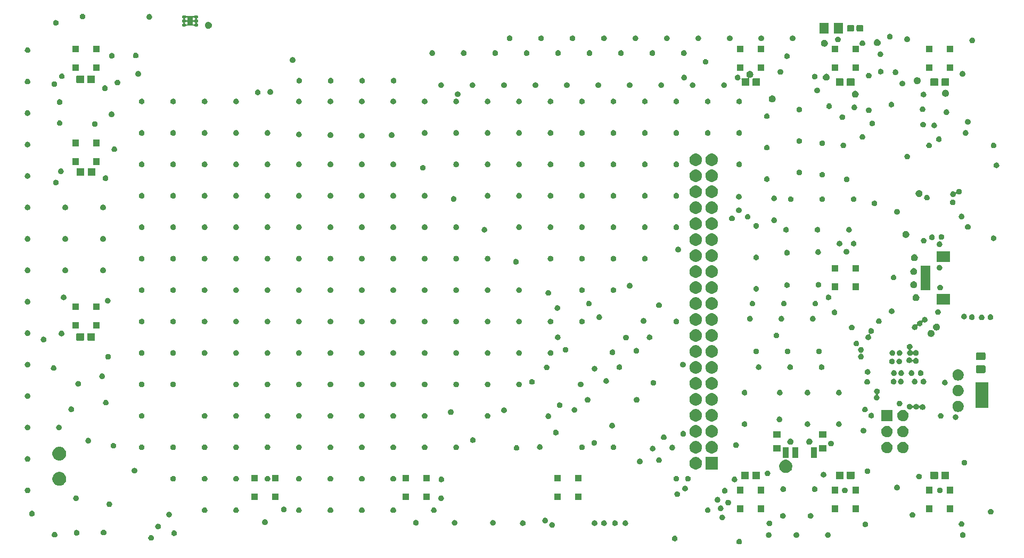
<source format=gts>
G04 #@! TF.GenerationSoftware,KiCad,Pcbnew,(5.1.5)-3*
G04 #@! TF.CreationDate,2020-04-11T01:13:50-04:00*
G04 #@! TF.ProjectId,CPU,4350552e-6b69-4636-9164-5f7063625858,rev?*
G04 #@! TF.SameCoordinates,Original*
G04 #@! TF.FileFunction,Soldermask,Top*
G04 #@! TF.FilePolarity,Negative*
%FSLAX46Y46*%
G04 Gerber Fmt 4.6, Leading zero omitted, Abs format (unit mm)*
G04 Created by KiCad (PCBNEW (5.1.5)-3) date 2020-04-11 01:13:50*
%MOMM*%
%LPD*%
G04 APERTURE LIST*
%ADD10C,0.100000*%
G04 APERTURE END LIST*
D10*
G36*
X184850000Y-108550000D02*
G01*
X182850000Y-108550000D01*
X182850000Y-104550000D01*
X184850000Y-104550000D01*
X184850000Y-108550000D01*
G37*
X184850000Y-108550000D02*
X182850000Y-108550000D01*
X182850000Y-104550000D01*
X184850000Y-104550000D01*
X184850000Y-108550000D01*
G36*
X145431552Y-129466331D02*
G01*
X145513627Y-129500328D01*
X145513629Y-129500329D01*
X145550813Y-129525175D01*
X145587495Y-129549685D01*
X145650315Y-129612505D01*
X145699672Y-129686373D01*
X145733669Y-129768448D01*
X145751000Y-129855579D01*
X145751000Y-129944421D01*
X145733669Y-130031552D01*
X145699672Y-130113627D01*
X145699671Y-130113629D01*
X145650314Y-130187496D01*
X145587496Y-130250314D01*
X145513629Y-130299671D01*
X145513628Y-130299672D01*
X145513627Y-130299672D01*
X145431552Y-130333669D01*
X145344421Y-130351000D01*
X145255579Y-130351000D01*
X145168448Y-130333669D01*
X145086373Y-130299672D01*
X145086372Y-130299672D01*
X145086371Y-130299671D01*
X145012504Y-130250314D01*
X144949686Y-130187496D01*
X144900329Y-130113629D01*
X144900328Y-130113627D01*
X144866331Y-130031552D01*
X144849000Y-129944421D01*
X144849000Y-129855579D01*
X144866331Y-129768448D01*
X144900328Y-129686373D01*
X144949685Y-129612505D01*
X145012505Y-129549685D01*
X145049187Y-129525175D01*
X145086371Y-129500329D01*
X145086373Y-129500328D01*
X145168448Y-129466331D01*
X145255579Y-129449000D01*
X145344421Y-129449000D01*
X145431552Y-129466331D01*
G37*
G36*
X135181552Y-128966331D02*
G01*
X135263627Y-129000328D01*
X135263629Y-129000329D01*
X135300813Y-129025175D01*
X135337495Y-129049685D01*
X135400315Y-129112505D01*
X135449672Y-129186373D01*
X135483669Y-129268448D01*
X135501000Y-129355579D01*
X135501000Y-129444421D01*
X135483669Y-129531552D01*
X135449672Y-129613627D01*
X135400315Y-129687495D01*
X135337495Y-129750315D01*
X135310357Y-129768448D01*
X135263629Y-129799671D01*
X135263628Y-129799672D01*
X135263627Y-129799672D01*
X135181552Y-129833669D01*
X135094421Y-129851000D01*
X135005579Y-129851000D01*
X134918448Y-129833669D01*
X134836373Y-129799672D01*
X134836372Y-129799672D01*
X134836371Y-129799671D01*
X134789643Y-129768448D01*
X134762505Y-129750315D01*
X134699685Y-129687495D01*
X134650328Y-129613627D01*
X134616331Y-129531552D01*
X134599000Y-129444421D01*
X134599000Y-129355579D01*
X134616331Y-129268448D01*
X134650328Y-129186373D01*
X134699685Y-129112505D01*
X134762505Y-129049685D01*
X134799187Y-129025175D01*
X134836371Y-129000329D01*
X134836373Y-129000328D01*
X134918448Y-128966331D01*
X135005579Y-128949000D01*
X135094421Y-128949000D01*
X135181552Y-128966331D01*
G37*
G36*
X51931552Y-128866331D02*
G01*
X52013627Y-128900328D01*
X52013629Y-128900329D01*
X52014633Y-128901000D01*
X52087495Y-128949685D01*
X52150315Y-129012505D01*
X52199672Y-129086373D01*
X52233669Y-129168448D01*
X52251000Y-129255579D01*
X52251000Y-129344421D01*
X52233669Y-129431552D01*
X52205180Y-129500329D01*
X52199671Y-129513629D01*
X52150314Y-129587496D01*
X52087496Y-129650314D01*
X52013629Y-129699671D01*
X52013628Y-129699672D01*
X52013627Y-129699672D01*
X51931552Y-129733669D01*
X51844421Y-129751000D01*
X51755579Y-129751000D01*
X51668448Y-129733669D01*
X51586373Y-129699672D01*
X51586372Y-129699672D01*
X51586371Y-129699671D01*
X51512504Y-129650314D01*
X51449686Y-129587496D01*
X51400329Y-129513629D01*
X51394820Y-129500329D01*
X51366331Y-129431552D01*
X51349000Y-129344421D01*
X51349000Y-129255579D01*
X51366331Y-129168448D01*
X51400328Y-129086373D01*
X51449685Y-129012505D01*
X51512505Y-128949685D01*
X51585367Y-128901000D01*
X51586371Y-128900329D01*
X51586373Y-128900328D01*
X51668448Y-128866331D01*
X51755579Y-128849000D01*
X51844421Y-128849000D01*
X51931552Y-128866331D01*
G37*
G36*
X154531552Y-128416331D02*
G01*
X154612077Y-128449686D01*
X154613629Y-128450329D01*
X154650813Y-128475175D01*
X154687495Y-128499685D01*
X154750315Y-128562505D01*
X154799672Y-128636373D01*
X154833669Y-128718448D01*
X154851000Y-128805579D01*
X154851000Y-128894421D01*
X154833669Y-128981552D01*
X154799672Y-129063627D01*
X154799671Y-129063629D01*
X154750314Y-129137496D01*
X154687496Y-129200314D01*
X154613629Y-129249671D01*
X154613628Y-129249672D01*
X154613627Y-129249672D01*
X154531552Y-129283669D01*
X154444421Y-129301000D01*
X154355579Y-129301000D01*
X154268448Y-129283669D01*
X154186373Y-129249672D01*
X154186372Y-129249672D01*
X154186371Y-129249671D01*
X154112504Y-129200314D01*
X154049686Y-129137496D01*
X154000329Y-129063629D01*
X154000328Y-129063627D01*
X153966331Y-128981552D01*
X153949000Y-128894421D01*
X153949000Y-128805579D01*
X153966331Y-128718448D01*
X154000328Y-128636373D01*
X154049685Y-128562505D01*
X154112505Y-128499685D01*
X154149187Y-128475175D01*
X154186371Y-128450329D01*
X154187923Y-128449686D01*
X154268448Y-128416331D01*
X154355579Y-128399000D01*
X154444421Y-128399000D01*
X154531552Y-128416331D01*
G37*
G36*
X159531552Y-128416331D02*
G01*
X159612077Y-128449686D01*
X159613629Y-128450329D01*
X159650813Y-128475175D01*
X159687495Y-128499685D01*
X159750315Y-128562505D01*
X159799672Y-128636373D01*
X159833669Y-128718448D01*
X159851000Y-128805579D01*
X159851000Y-128894421D01*
X159833669Y-128981552D01*
X159799672Y-129063627D01*
X159799671Y-129063629D01*
X159750314Y-129137496D01*
X159687496Y-129200314D01*
X159613629Y-129249671D01*
X159613628Y-129249672D01*
X159613627Y-129249672D01*
X159531552Y-129283669D01*
X159444421Y-129301000D01*
X159355579Y-129301000D01*
X159268448Y-129283669D01*
X159186373Y-129249672D01*
X159186372Y-129249672D01*
X159186371Y-129249671D01*
X159112504Y-129200314D01*
X159049686Y-129137496D01*
X159000329Y-129063629D01*
X159000328Y-129063627D01*
X158966331Y-128981552D01*
X158949000Y-128894421D01*
X158949000Y-128805579D01*
X158966331Y-128718448D01*
X159000328Y-128636373D01*
X159049685Y-128562505D01*
X159112505Y-128499685D01*
X159149187Y-128475175D01*
X159186371Y-128450329D01*
X159187923Y-128449686D01*
X159268448Y-128416331D01*
X159355579Y-128399000D01*
X159444421Y-128399000D01*
X159531552Y-128416331D01*
G37*
G36*
X180981552Y-128416331D02*
G01*
X181062077Y-128449686D01*
X181063629Y-128450329D01*
X181100813Y-128475175D01*
X181137495Y-128499685D01*
X181200315Y-128562505D01*
X181249672Y-128636373D01*
X181283669Y-128718448D01*
X181301000Y-128805579D01*
X181301000Y-128894421D01*
X181283669Y-128981552D01*
X181249672Y-129063627D01*
X181249671Y-129063629D01*
X181200314Y-129137496D01*
X181137496Y-129200314D01*
X181063629Y-129249671D01*
X181063628Y-129249672D01*
X181063627Y-129249672D01*
X180981552Y-129283669D01*
X180894421Y-129301000D01*
X180805579Y-129301000D01*
X180718448Y-129283669D01*
X180636373Y-129249672D01*
X180636372Y-129249672D01*
X180636371Y-129249671D01*
X180562504Y-129200314D01*
X180499686Y-129137496D01*
X180450329Y-129063629D01*
X180450328Y-129063627D01*
X180416331Y-128981552D01*
X180399000Y-128894421D01*
X180399000Y-128805579D01*
X180416331Y-128718448D01*
X180450328Y-128636373D01*
X180499685Y-128562505D01*
X180562505Y-128499685D01*
X180599187Y-128475175D01*
X180636371Y-128450329D01*
X180637923Y-128449686D01*
X180718448Y-128416331D01*
X180805579Y-128399000D01*
X180894421Y-128399000D01*
X180981552Y-128416331D01*
G37*
G36*
X150131552Y-128416331D02*
G01*
X150212077Y-128449686D01*
X150213629Y-128450329D01*
X150250813Y-128475175D01*
X150287495Y-128499685D01*
X150350315Y-128562505D01*
X150399672Y-128636373D01*
X150433669Y-128718448D01*
X150451000Y-128805579D01*
X150451000Y-128894421D01*
X150433669Y-128981552D01*
X150399672Y-129063627D01*
X150399671Y-129063629D01*
X150350314Y-129137496D01*
X150287496Y-129200314D01*
X150213629Y-129249671D01*
X150213628Y-129249672D01*
X150213627Y-129249672D01*
X150131552Y-129283669D01*
X150044421Y-129301000D01*
X149955579Y-129301000D01*
X149868448Y-129283669D01*
X149786373Y-129249672D01*
X149786372Y-129249672D01*
X149786371Y-129249671D01*
X149712504Y-129200314D01*
X149649686Y-129137496D01*
X149600329Y-129063629D01*
X149600328Y-129063627D01*
X149566331Y-128981552D01*
X149549000Y-128894421D01*
X149549000Y-128805579D01*
X149566331Y-128718448D01*
X149600328Y-128636373D01*
X149649685Y-128562505D01*
X149712505Y-128499685D01*
X149749187Y-128475175D01*
X149786371Y-128450329D01*
X149787923Y-128449686D01*
X149868448Y-128416331D01*
X149955579Y-128399000D01*
X150044421Y-128399000D01*
X150131552Y-128416331D01*
G37*
G36*
X36581552Y-128366331D02*
G01*
X36663627Y-128400328D01*
X36663629Y-128400329D01*
X36687577Y-128416331D01*
X36737495Y-128449685D01*
X36800315Y-128512505D01*
X36849672Y-128586373D01*
X36883669Y-128668448D01*
X36901000Y-128755579D01*
X36901000Y-128844421D01*
X36883669Y-128931552D01*
X36849672Y-129013627D01*
X36801065Y-129086373D01*
X36800314Y-129087496D01*
X36737496Y-129150314D01*
X36663629Y-129199671D01*
X36663628Y-129199672D01*
X36663627Y-129199672D01*
X36581552Y-129233669D01*
X36494421Y-129251000D01*
X36405579Y-129251000D01*
X36318448Y-129233669D01*
X36236373Y-129199672D01*
X36236372Y-129199672D01*
X36236371Y-129199671D01*
X36162504Y-129150314D01*
X36099686Y-129087496D01*
X36098936Y-129086373D01*
X36050328Y-129013627D01*
X36016331Y-128931552D01*
X35999000Y-128844421D01*
X35999000Y-128755579D01*
X36016331Y-128668448D01*
X36050328Y-128586373D01*
X36099685Y-128512505D01*
X36162505Y-128449685D01*
X36212423Y-128416331D01*
X36236371Y-128400329D01*
X36236373Y-128400328D01*
X36318448Y-128366331D01*
X36405579Y-128349000D01*
X36494421Y-128349000D01*
X36581552Y-128366331D01*
G37*
G36*
X55581552Y-128116331D02*
G01*
X55662077Y-128149686D01*
X55663629Y-128150329D01*
X55681850Y-128162504D01*
X55737495Y-128199685D01*
X55800315Y-128262505D01*
X55849672Y-128336373D01*
X55883669Y-128418448D01*
X55901000Y-128505579D01*
X55901000Y-128594421D01*
X55883669Y-128681552D01*
X55849672Y-128763627D01*
X55800315Y-128837495D01*
X55737495Y-128900315D01*
X55700813Y-128924825D01*
X55663629Y-128949671D01*
X55663628Y-128949672D01*
X55663627Y-128949672D01*
X55581552Y-128983669D01*
X55494421Y-129001000D01*
X55405579Y-129001000D01*
X55318448Y-128983669D01*
X55236373Y-128949672D01*
X55236372Y-128949672D01*
X55236371Y-128949671D01*
X55199187Y-128924825D01*
X55162505Y-128900315D01*
X55099685Y-128837495D01*
X55050328Y-128763627D01*
X55016331Y-128681552D01*
X54999000Y-128594421D01*
X54999000Y-128505579D01*
X55016331Y-128418448D01*
X55050328Y-128336373D01*
X55099685Y-128262505D01*
X55162505Y-128199685D01*
X55218150Y-128162504D01*
X55236371Y-128150329D01*
X55237923Y-128149686D01*
X55318448Y-128116331D01*
X55405579Y-128099000D01*
X55494421Y-128099000D01*
X55581552Y-128116331D01*
G37*
G36*
X40081552Y-128066331D02*
G01*
X40162077Y-128099686D01*
X40163629Y-128100329D01*
X40187577Y-128116331D01*
X40237495Y-128149685D01*
X40300315Y-128212505D01*
X40349672Y-128286373D01*
X40383669Y-128368448D01*
X40401000Y-128455579D01*
X40401000Y-128544421D01*
X40383669Y-128631552D01*
X40362958Y-128681552D01*
X40349671Y-128713629D01*
X40300314Y-128787496D01*
X40237496Y-128850314D01*
X40163629Y-128899671D01*
X40163628Y-128899672D01*
X40163627Y-128899672D01*
X40081552Y-128933669D01*
X39994421Y-128951000D01*
X39905579Y-128951000D01*
X39818448Y-128933669D01*
X39736373Y-128899672D01*
X39736372Y-128899672D01*
X39736371Y-128899671D01*
X39662504Y-128850314D01*
X39599686Y-128787496D01*
X39550329Y-128713629D01*
X39537042Y-128681552D01*
X39516331Y-128631552D01*
X39499000Y-128544421D01*
X39499000Y-128455579D01*
X39516331Y-128368448D01*
X39550328Y-128286373D01*
X39599685Y-128212505D01*
X39662505Y-128149685D01*
X39712423Y-128116331D01*
X39736371Y-128100329D01*
X39737923Y-128099686D01*
X39818448Y-128066331D01*
X39905579Y-128049000D01*
X39994421Y-128049000D01*
X40081552Y-128066331D01*
G37*
G36*
X44381552Y-128016331D02*
G01*
X44463627Y-128050328D01*
X44463629Y-128050329D01*
X44487577Y-128066331D01*
X44537495Y-128099685D01*
X44600315Y-128162505D01*
X44649672Y-128236373D01*
X44683669Y-128318448D01*
X44701000Y-128405579D01*
X44701000Y-128494421D01*
X44683669Y-128581552D01*
X44649672Y-128663627D01*
X44600315Y-128737495D01*
X44537495Y-128800315D01*
X44529615Y-128805580D01*
X44463629Y-128849671D01*
X44463628Y-128849672D01*
X44463627Y-128849672D01*
X44381552Y-128883669D01*
X44294421Y-128901000D01*
X44205579Y-128901000D01*
X44118448Y-128883669D01*
X44036373Y-128849672D01*
X44036372Y-128849672D01*
X44036371Y-128849671D01*
X43970385Y-128805580D01*
X43962505Y-128800315D01*
X43899685Y-128737495D01*
X43850328Y-128663627D01*
X43816331Y-128581552D01*
X43799000Y-128494421D01*
X43799000Y-128405579D01*
X43816331Y-128318448D01*
X43850328Y-128236373D01*
X43899685Y-128162505D01*
X43962505Y-128099685D01*
X44012423Y-128066331D01*
X44036371Y-128050329D01*
X44036373Y-128050328D01*
X44118448Y-128016331D01*
X44205579Y-127999000D01*
X44294421Y-127999000D01*
X44381552Y-128016331D01*
G37*
G36*
X53031552Y-127066331D02*
G01*
X53113627Y-127100328D01*
X53113629Y-127100329D01*
X53140746Y-127118448D01*
X53187495Y-127149685D01*
X53250315Y-127212505D01*
X53299672Y-127286373D01*
X53333669Y-127368448D01*
X53351000Y-127455579D01*
X53351000Y-127544421D01*
X53333669Y-127631552D01*
X53312081Y-127683669D01*
X53299671Y-127713629D01*
X53250314Y-127787496D01*
X53187496Y-127850314D01*
X53113629Y-127899671D01*
X53113628Y-127899672D01*
X53113627Y-127899672D01*
X53031552Y-127933669D01*
X52944421Y-127951000D01*
X52855579Y-127951000D01*
X52768448Y-127933669D01*
X52686373Y-127899672D01*
X52686372Y-127899672D01*
X52686371Y-127899671D01*
X52612504Y-127850314D01*
X52549686Y-127787496D01*
X52500329Y-127713629D01*
X52487919Y-127683669D01*
X52466331Y-127631552D01*
X52449000Y-127544421D01*
X52449000Y-127455579D01*
X52466331Y-127368448D01*
X52500328Y-127286373D01*
X52549685Y-127212505D01*
X52612505Y-127149685D01*
X52659254Y-127118448D01*
X52686371Y-127100329D01*
X52686373Y-127100328D01*
X52768448Y-127066331D01*
X52855579Y-127049000D01*
X52944421Y-127049000D01*
X53031552Y-127066331D01*
G37*
G36*
X115681552Y-126816331D02*
G01*
X115749366Y-126844421D01*
X115763629Y-126850329D01*
X115781850Y-126862504D01*
X115837495Y-126899685D01*
X115900315Y-126962505D01*
X115949672Y-127036373D01*
X115983669Y-127118448D01*
X116001000Y-127205579D01*
X116001000Y-127294421D01*
X115983669Y-127381552D01*
X115949672Y-127463627D01*
X115900315Y-127537495D01*
X115837495Y-127600315D01*
X115800813Y-127624825D01*
X115763629Y-127649671D01*
X115763628Y-127649672D01*
X115763627Y-127649672D01*
X115681552Y-127683669D01*
X115594421Y-127701000D01*
X115505579Y-127701000D01*
X115418448Y-127683669D01*
X115336373Y-127649672D01*
X115336372Y-127649672D01*
X115336371Y-127649671D01*
X115299187Y-127624825D01*
X115262505Y-127600315D01*
X115199685Y-127537495D01*
X115150328Y-127463627D01*
X115116331Y-127381552D01*
X115099000Y-127294421D01*
X115099000Y-127205579D01*
X115116331Y-127118448D01*
X115150328Y-127036373D01*
X115199685Y-126962505D01*
X115262505Y-126899685D01*
X115318150Y-126862504D01*
X115336371Y-126850329D01*
X115350634Y-126844421D01*
X115418448Y-126816331D01*
X115505579Y-126799000D01*
X115594421Y-126799000D01*
X115681552Y-126816331D01*
G37*
G36*
X165481552Y-126716331D02*
G01*
X165562077Y-126749686D01*
X165563629Y-126750329D01*
X165590746Y-126768448D01*
X165637495Y-126799685D01*
X165700315Y-126862505D01*
X165749672Y-126936373D01*
X165783669Y-127018448D01*
X165801000Y-127105579D01*
X165801000Y-127194421D01*
X165783669Y-127281552D01*
X165762081Y-127333669D01*
X165749671Y-127363629D01*
X165700314Y-127437496D01*
X165637496Y-127500314D01*
X165563629Y-127549671D01*
X165563628Y-127549672D01*
X165563627Y-127549672D01*
X165481552Y-127583669D01*
X165394421Y-127601000D01*
X165305579Y-127601000D01*
X165218448Y-127583669D01*
X165136373Y-127549672D01*
X165136372Y-127549672D01*
X165136371Y-127549671D01*
X165062504Y-127500314D01*
X164999686Y-127437496D01*
X164950329Y-127363629D01*
X164937919Y-127333669D01*
X164916331Y-127281552D01*
X164899000Y-127194421D01*
X164899000Y-127105579D01*
X164916331Y-127018448D01*
X164950328Y-126936373D01*
X164999685Y-126862505D01*
X165062505Y-126799685D01*
X165109254Y-126768448D01*
X165136371Y-126750329D01*
X165137923Y-126749686D01*
X165218448Y-126716331D01*
X165305579Y-126699000D01*
X165394421Y-126699000D01*
X165481552Y-126716331D01*
G37*
G36*
X180781552Y-126666331D02*
G01*
X180863627Y-126700328D01*
X180863629Y-126700329D01*
X180881850Y-126712504D01*
X180937495Y-126749685D01*
X181000315Y-126812505D01*
X181049672Y-126886373D01*
X181083669Y-126968448D01*
X181101000Y-127055579D01*
X181101000Y-127144421D01*
X181083669Y-127231552D01*
X181060961Y-127286373D01*
X181049671Y-127313629D01*
X181025588Y-127349671D01*
X181000315Y-127387495D01*
X180937495Y-127450315D01*
X180929615Y-127455580D01*
X180863629Y-127499671D01*
X180863628Y-127499672D01*
X180863627Y-127499672D01*
X180781552Y-127533669D01*
X180694421Y-127551000D01*
X180605579Y-127551000D01*
X180518448Y-127533669D01*
X180436373Y-127499672D01*
X180436372Y-127499672D01*
X180436371Y-127499671D01*
X180370385Y-127455580D01*
X180362505Y-127450315D01*
X180299685Y-127387495D01*
X180274412Y-127349671D01*
X180250329Y-127313629D01*
X180239039Y-127286373D01*
X180216331Y-127231552D01*
X180199000Y-127144421D01*
X180199000Y-127055579D01*
X180216331Y-126968448D01*
X180250328Y-126886373D01*
X180299685Y-126812505D01*
X180362505Y-126749685D01*
X180418150Y-126712504D01*
X180436371Y-126700329D01*
X180436373Y-126700328D01*
X180518448Y-126666331D01*
X180605579Y-126649000D01*
X180694421Y-126649000D01*
X180781552Y-126666331D01*
G37*
G36*
X150231552Y-126566331D02*
G01*
X150312077Y-126599686D01*
X150313629Y-126600329D01*
X150331850Y-126612504D01*
X150387495Y-126649685D01*
X150450315Y-126712505D01*
X150499672Y-126786373D01*
X150533669Y-126868448D01*
X150551000Y-126955579D01*
X150551000Y-127044421D01*
X150533669Y-127131552D01*
X150503005Y-127205580D01*
X150499671Y-127213629D01*
X150483724Y-127237495D01*
X150450315Y-127287495D01*
X150387495Y-127350315D01*
X150367572Y-127363627D01*
X150313629Y-127399671D01*
X150313628Y-127399672D01*
X150313627Y-127399672D01*
X150231552Y-127433669D01*
X150144421Y-127451000D01*
X150055579Y-127451000D01*
X149968448Y-127433669D01*
X149886373Y-127399672D01*
X149886372Y-127399672D01*
X149886371Y-127399671D01*
X149832428Y-127363627D01*
X149812505Y-127350315D01*
X149749685Y-127287495D01*
X149716276Y-127237495D01*
X149700329Y-127213629D01*
X149696995Y-127205580D01*
X149666331Y-127131552D01*
X149649000Y-127044421D01*
X149649000Y-126955579D01*
X149666331Y-126868448D01*
X149700328Y-126786373D01*
X149749685Y-126712505D01*
X149812505Y-126649685D01*
X149868150Y-126612504D01*
X149886371Y-126600329D01*
X149887923Y-126599686D01*
X149968448Y-126566331D01*
X150055579Y-126549000D01*
X150144421Y-126549000D01*
X150231552Y-126566331D01*
G37*
G36*
X122431552Y-126516331D02*
G01*
X122512077Y-126549686D01*
X122513629Y-126550329D01*
X122537577Y-126566331D01*
X122579617Y-126594421D01*
X122587496Y-126599686D01*
X122650314Y-126662504D01*
X122686281Y-126716331D01*
X122699672Y-126736373D01*
X122733669Y-126818448D01*
X122751000Y-126905579D01*
X122751000Y-126994421D01*
X122733669Y-127081552D01*
X122705186Y-127150314D01*
X122699671Y-127163629D01*
X122650314Y-127237496D01*
X122587496Y-127300314D01*
X122513629Y-127349671D01*
X122513628Y-127349672D01*
X122513627Y-127349672D01*
X122431552Y-127383669D01*
X122344421Y-127401000D01*
X122255579Y-127401000D01*
X122168448Y-127383669D01*
X122086373Y-127349672D01*
X122086372Y-127349672D01*
X122086371Y-127349671D01*
X122012504Y-127300314D01*
X121949686Y-127237496D01*
X121900329Y-127163629D01*
X121894814Y-127150314D01*
X121866331Y-127081552D01*
X121849000Y-126994421D01*
X121849000Y-126905579D01*
X121866331Y-126818448D01*
X121900328Y-126736373D01*
X121913720Y-126716331D01*
X121949686Y-126662504D01*
X122012504Y-126599686D01*
X122020384Y-126594421D01*
X122062423Y-126566331D01*
X122086371Y-126550329D01*
X122087923Y-126549686D01*
X122168448Y-126516331D01*
X122255579Y-126499000D01*
X122344421Y-126499000D01*
X122431552Y-126516331D01*
G37*
G36*
X111031552Y-126516331D02*
G01*
X111112077Y-126549686D01*
X111113629Y-126550329D01*
X111137577Y-126566331D01*
X111179617Y-126594421D01*
X111187496Y-126599686D01*
X111250314Y-126662504D01*
X111286281Y-126716331D01*
X111299672Y-126736373D01*
X111333669Y-126818448D01*
X111351000Y-126905579D01*
X111351000Y-126994421D01*
X111333669Y-127081552D01*
X111305186Y-127150314D01*
X111299671Y-127163629D01*
X111250314Y-127237496D01*
X111187496Y-127300314D01*
X111113629Y-127349671D01*
X111113628Y-127349672D01*
X111113627Y-127349672D01*
X111031552Y-127383669D01*
X110944421Y-127401000D01*
X110855579Y-127401000D01*
X110768448Y-127383669D01*
X110686373Y-127349672D01*
X110686372Y-127349672D01*
X110686371Y-127349671D01*
X110612504Y-127300314D01*
X110549686Y-127237496D01*
X110500329Y-127163629D01*
X110494814Y-127150314D01*
X110466331Y-127081552D01*
X110449000Y-126994421D01*
X110449000Y-126905579D01*
X110466331Y-126818448D01*
X110500328Y-126736373D01*
X110513720Y-126716331D01*
X110549686Y-126662504D01*
X110612504Y-126599686D01*
X110620384Y-126594421D01*
X110662423Y-126566331D01*
X110686371Y-126550329D01*
X110687923Y-126549686D01*
X110768448Y-126516331D01*
X110855579Y-126499000D01*
X110944421Y-126499000D01*
X111031552Y-126516331D01*
G37*
G36*
X127331552Y-126516331D02*
G01*
X127412077Y-126549686D01*
X127413629Y-126550329D01*
X127437577Y-126566331D01*
X127479617Y-126594421D01*
X127487496Y-126599686D01*
X127550314Y-126662504D01*
X127586281Y-126716331D01*
X127599672Y-126736373D01*
X127633669Y-126818448D01*
X127651000Y-126905579D01*
X127651000Y-126994421D01*
X127633669Y-127081552D01*
X127605186Y-127150314D01*
X127599671Y-127163629D01*
X127550314Y-127237496D01*
X127487496Y-127300314D01*
X127413629Y-127349671D01*
X127413628Y-127349672D01*
X127413627Y-127349672D01*
X127331552Y-127383669D01*
X127244421Y-127401000D01*
X127155579Y-127401000D01*
X127068448Y-127383669D01*
X126986373Y-127349672D01*
X126986372Y-127349672D01*
X126986371Y-127349671D01*
X126912504Y-127300314D01*
X126849686Y-127237496D01*
X126800329Y-127163629D01*
X126794814Y-127150314D01*
X126766331Y-127081552D01*
X126749000Y-126994421D01*
X126749000Y-126905579D01*
X126766331Y-126818448D01*
X126800328Y-126736373D01*
X126813720Y-126716331D01*
X126849686Y-126662504D01*
X126912504Y-126599686D01*
X126920384Y-126594421D01*
X126962423Y-126566331D01*
X126986371Y-126550329D01*
X126987923Y-126549686D01*
X127068448Y-126516331D01*
X127155579Y-126499000D01*
X127244421Y-126499000D01*
X127331552Y-126516331D01*
G37*
G36*
X125681552Y-126516331D02*
G01*
X125762077Y-126549686D01*
X125763629Y-126550329D01*
X125787577Y-126566331D01*
X125829617Y-126594421D01*
X125837496Y-126599686D01*
X125900314Y-126662504D01*
X125936281Y-126716331D01*
X125949672Y-126736373D01*
X125983669Y-126818448D01*
X126001000Y-126905579D01*
X126001000Y-126994421D01*
X125983669Y-127081552D01*
X125955186Y-127150314D01*
X125949671Y-127163629D01*
X125900314Y-127237496D01*
X125837496Y-127300314D01*
X125763629Y-127349671D01*
X125763628Y-127349672D01*
X125763627Y-127349672D01*
X125681552Y-127383669D01*
X125594421Y-127401000D01*
X125505579Y-127401000D01*
X125418448Y-127383669D01*
X125336373Y-127349672D01*
X125336372Y-127349672D01*
X125336371Y-127349671D01*
X125262504Y-127300314D01*
X125199686Y-127237496D01*
X125150329Y-127163629D01*
X125144814Y-127150314D01*
X125116331Y-127081552D01*
X125099000Y-126994421D01*
X125099000Y-126905579D01*
X125116331Y-126818448D01*
X125150328Y-126736373D01*
X125163720Y-126716331D01*
X125199686Y-126662504D01*
X125262504Y-126599686D01*
X125270384Y-126594421D01*
X125312423Y-126566331D01*
X125336371Y-126550329D01*
X125337923Y-126549686D01*
X125418448Y-126516331D01*
X125505579Y-126499000D01*
X125594421Y-126499000D01*
X125681552Y-126516331D01*
G37*
G36*
X123931552Y-126516331D02*
G01*
X124012077Y-126549686D01*
X124013629Y-126550329D01*
X124037577Y-126566331D01*
X124079617Y-126594421D01*
X124087496Y-126599686D01*
X124150314Y-126662504D01*
X124186281Y-126716331D01*
X124199672Y-126736373D01*
X124233669Y-126818448D01*
X124251000Y-126905579D01*
X124251000Y-126994421D01*
X124233669Y-127081552D01*
X124205186Y-127150314D01*
X124199671Y-127163629D01*
X124150314Y-127237496D01*
X124087496Y-127300314D01*
X124013629Y-127349671D01*
X124013628Y-127349672D01*
X124013627Y-127349672D01*
X123931552Y-127383669D01*
X123844421Y-127401000D01*
X123755579Y-127401000D01*
X123668448Y-127383669D01*
X123586373Y-127349672D01*
X123586372Y-127349672D01*
X123586371Y-127349671D01*
X123512504Y-127300314D01*
X123449686Y-127237496D01*
X123400329Y-127163629D01*
X123394814Y-127150314D01*
X123366331Y-127081552D01*
X123349000Y-126994421D01*
X123349000Y-126905579D01*
X123366331Y-126818448D01*
X123400328Y-126736373D01*
X123413720Y-126716331D01*
X123449686Y-126662504D01*
X123512504Y-126599686D01*
X123520384Y-126594421D01*
X123562423Y-126566331D01*
X123586371Y-126550329D01*
X123587923Y-126549686D01*
X123668448Y-126516331D01*
X123755579Y-126499000D01*
X123844421Y-126499000D01*
X123931552Y-126516331D01*
G37*
G36*
X100181552Y-126466331D02*
G01*
X100263627Y-126500328D01*
X100263629Y-126500329D01*
X100281850Y-126512504D01*
X100336470Y-126549000D01*
X100337496Y-126549686D01*
X100400314Y-126612504D01*
X100436281Y-126666331D01*
X100449672Y-126686373D01*
X100483669Y-126768448D01*
X100501000Y-126855579D01*
X100501000Y-126944421D01*
X100483669Y-127031552D01*
X100449672Y-127113627D01*
X100400315Y-127187495D01*
X100337495Y-127250315D01*
X100300813Y-127274825D01*
X100263629Y-127299671D01*
X100263628Y-127299672D01*
X100263627Y-127299672D01*
X100181552Y-127333669D01*
X100094421Y-127351000D01*
X100005579Y-127351000D01*
X99918448Y-127333669D01*
X99836373Y-127299672D01*
X99836372Y-127299672D01*
X99836371Y-127299671D01*
X99799187Y-127274825D01*
X99762505Y-127250315D01*
X99699685Y-127187495D01*
X99650328Y-127113627D01*
X99616331Y-127031552D01*
X99599000Y-126944421D01*
X99599000Y-126855579D01*
X99616331Y-126768448D01*
X99650328Y-126686373D01*
X99663720Y-126666331D01*
X99699686Y-126612504D01*
X99762504Y-126549686D01*
X99763531Y-126549000D01*
X99818150Y-126512504D01*
X99836371Y-126500329D01*
X99836373Y-126500328D01*
X99918448Y-126466331D01*
X100005579Y-126449000D01*
X100094421Y-126449000D01*
X100181552Y-126466331D01*
G37*
G36*
X106281552Y-126466331D02*
G01*
X106363627Y-126500328D01*
X106363629Y-126500329D01*
X106381850Y-126512504D01*
X106436470Y-126549000D01*
X106437496Y-126549686D01*
X106500314Y-126612504D01*
X106536281Y-126666331D01*
X106549672Y-126686373D01*
X106583669Y-126768448D01*
X106601000Y-126855579D01*
X106601000Y-126944421D01*
X106583669Y-127031552D01*
X106549672Y-127113627D01*
X106500315Y-127187495D01*
X106437495Y-127250315D01*
X106400813Y-127274825D01*
X106363629Y-127299671D01*
X106363628Y-127299672D01*
X106363627Y-127299672D01*
X106281552Y-127333669D01*
X106194421Y-127351000D01*
X106105579Y-127351000D01*
X106018448Y-127333669D01*
X105936373Y-127299672D01*
X105936372Y-127299672D01*
X105936371Y-127299671D01*
X105899187Y-127274825D01*
X105862505Y-127250315D01*
X105799685Y-127187495D01*
X105750328Y-127113627D01*
X105716331Y-127031552D01*
X105699000Y-126944421D01*
X105699000Y-126855579D01*
X105716331Y-126768448D01*
X105750328Y-126686373D01*
X105763720Y-126666331D01*
X105799686Y-126612504D01*
X105862504Y-126549686D01*
X105863531Y-126549000D01*
X105918150Y-126512504D01*
X105936371Y-126500329D01*
X105936373Y-126500328D01*
X106018448Y-126466331D01*
X106105579Y-126449000D01*
X106194421Y-126449000D01*
X106281552Y-126466331D01*
G37*
G36*
X94031552Y-126466331D02*
G01*
X94113627Y-126500328D01*
X94113629Y-126500329D01*
X94131850Y-126512504D01*
X94186470Y-126549000D01*
X94187496Y-126549686D01*
X94250314Y-126612504D01*
X94286281Y-126666331D01*
X94299672Y-126686373D01*
X94333669Y-126768448D01*
X94351000Y-126855579D01*
X94351000Y-126944421D01*
X94333669Y-127031552D01*
X94299672Y-127113627D01*
X94250315Y-127187495D01*
X94187495Y-127250315D01*
X94150813Y-127274825D01*
X94113629Y-127299671D01*
X94113628Y-127299672D01*
X94113627Y-127299672D01*
X94031552Y-127333669D01*
X93944421Y-127351000D01*
X93855579Y-127351000D01*
X93768448Y-127333669D01*
X93686373Y-127299672D01*
X93686372Y-127299672D01*
X93686371Y-127299671D01*
X93649187Y-127274825D01*
X93612505Y-127250315D01*
X93549685Y-127187495D01*
X93500328Y-127113627D01*
X93466331Y-127031552D01*
X93449000Y-126944421D01*
X93449000Y-126855579D01*
X93466331Y-126768448D01*
X93500328Y-126686373D01*
X93513720Y-126666331D01*
X93549686Y-126612504D01*
X93612504Y-126549686D01*
X93613531Y-126549000D01*
X93668150Y-126512504D01*
X93686371Y-126500329D01*
X93686373Y-126500328D01*
X93768448Y-126466331D01*
X93855579Y-126449000D01*
X93944421Y-126449000D01*
X94031552Y-126466331D01*
G37*
G36*
X70031552Y-126366331D02*
G01*
X70113627Y-126400328D01*
X70113629Y-126400329D01*
X70140746Y-126418448D01*
X70187476Y-126449672D01*
X70187496Y-126449686D01*
X70250314Y-126512504D01*
X70286281Y-126566331D01*
X70299672Y-126586373D01*
X70333669Y-126668448D01*
X70351000Y-126755579D01*
X70351000Y-126844421D01*
X70333669Y-126931552D01*
X70312081Y-126983669D01*
X70299671Y-127013629D01*
X70250314Y-127087496D01*
X70187496Y-127150314D01*
X70113629Y-127199671D01*
X70113628Y-127199672D01*
X70113627Y-127199672D01*
X70031552Y-127233669D01*
X69944421Y-127251000D01*
X69855579Y-127251000D01*
X69768448Y-127233669D01*
X69686373Y-127199672D01*
X69686372Y-127199672D01*
X69686371Y-127199671D01*
X69612504Y-127150314D01*
X69549686Y-127087496D01*
X69500329Y-127013629D01*
X69487919Y-126983669D01*
X69466331Y-126931552D01*
X69449000Y-126844421D01*
X69449000Y-126755579D01*
X69466331Y-126668448D01*
X69500328Y-126586373D01*
X69513720Y-126566331D01*
X69549686Y-126512504D01*
X69612504Y-126449686D01*
X69612525Y-126449672D01*
X69659254Y-126418448D01*
X69686371Y-126400329D01*
X69686373Y-126400328D01*
X69768448Y-126366331D01*
X69855579Y-126349000D01*
X69944421Y-126349000D01*
X70031552Y-126366331D01*
G37*
G36*
X114581552Y-126116331D02*
G01*
X114663627Y-126150328D01*
X114663629Y-126150329D01*
X114700813Y-126175175D01*
X114737495Y-126199685D01*
X114800315Y-126262505D01*
X114849672Y-126336373D01*
X114883669Y-126418448D01*
X114901000Y-126505579D01*
X114901000Y-126594421D01*
X114883669Y-126681552D01*
X114849672Y-126763627D01*
X114800315Y-126837495D01*
X114737495Y-126900315D01*
X114729615Y-126905580D01*
X114663629Y-126949671D01*
X114663628Y-126949672D01*
X114663627Y-126949672D01*
X114581552Y-126983669D01*
X114494421Y-127001000D01*
X114405579Y-127001000D01*
X114318448Y-126983669D01*
X114236373Y-126949672D01*
X114236372Y-126949672D01*
X114236371Y-126949671D01*
X114170385Y-126905580D01*
X114162505Y-126900315D01*
X114099685Y-126837495D01*
X114050328Y-126763627D01*
X114016331Y-126681552D01*
X113999000Y-126594421D01*
X113999000Y-126505579D01*
X114016331Y-126418448D01*
X114050328Y-126336373D01*
X114099685Y-126262505D01*
X114162505Y-126199685D01*
X114199187Y-126175175D01*
X114236371Y-126150329D01*
X114236373Y-126150328D01*
X114318448Y-126116331D01*
X114405579Y-126099000D01*
X114494421Y-126099000D01*
X114581552Y-126116331D01*
G37*
G36*
X142731552Y-125616331D02*
G01*
X142799366Y-125644421D01*
X142813629Y-125650329D01*
X142840746Y-125668448D01*
X142887495Y-125699685D01*
X142950315Y-125762505D01*
X142999672Y-125836373D01*
X143033669Y-125918448D01*
X143051000Y-126005579D01*
X143051000Y-126094421D01*
X143033669Y-126181552D01*
X142999672Y-126263627D01*
X142950315Y-126337495D01*
X142887495Y-126400315D01*
X142887474Y-126400329D01*
X142813629Y-126449671D01*
X142813628Y-126449672D01*
X142813627Y-126449672D01*
X142731552Y-126483669D01*
X142644421Y-126501000D01*
X142555579Y-126501000D01*
X142468448Y-126483669D01*
X142386373Y-126449672D01*
X142386372Y-126449672D01*
X142386371Y-126449671D01*
X142312526Y-126400329D01*
X142312505Y-126400315D01*
X142249685Y-126337495D01*
X142200328Y-126263627D01*
X142166331Y-126181552D01*
X142149000Y-126094421D01*
X142149000Y-126005579D01*
X142166331Y-125918448D01*
X142200328Y-125836373D01*
X142249685Y-125762505D01*
X142312505Y-125699685D01*
X142359254Y-125668448D01*
X142386371Y-125650329D01*
X142400634Y-125644421D01*
X142468448Y-125616331D01*
X142555579Y-125599000D01*
X142644421Y-125599000D01*
X142731552Y-125616331D01*
G37*
G36*
X156781552Y-125366331D02*
G01*
X156863627Y-125400328D01*
X156863629Y-125400329D01*
X156937496Y-125449686D01*
X157000314Y-125512504D01*
X157047866Y-125583669D01*
X157049672Y-125586373D01*
X157083669Y-125668448D01*
X157101000Y-125755579D01*
X157101000Y-125844421D01*
X157083669Y-125931552D01*
X157053005Y-126005580D01*
X157049671Y-126013629D01*
X157025588Y-126049671D01*
X157000315Y-126087495D01*
X156937495Y-126150315D01*
X156937474Y-126150329D01*
X156863629Y-126199671D01*
X156863628Y-126199672D01*
X156863627Y-126199672D01*
X156781552Y-126233669D01*
X156694421Y-126251000D01*
X156605579Y-126251000D01*
X156518448Y-126233669D01*
X156436373Y-126199672D01*
X156436372Y-126199672D01*
X156436371Y-126199671D01*
X156362526Y-126150329D01*
X156362505Y-126150315D01*
X156299685Y-126087495D01*
X156274412Y-126049671D01*
X156250329Y-126013629D01*
X156246995Y-126005580D01*
X156216331Y-125931552D01*
X156199000Y-125844421D01*
X156199000Y-125755579D01*
X156216331Y-125668448D01*
X156250328Y-125586373D01*
X156252135Y-125583669D01*
X156299686Y-125512504D01*
X156362504Y-125449686D01*
X156436371Y-125400329D01*
X156436373Y-125400328D01*
X156518448Y-125366331D01*
X156605579Y-125349000D01*
X156694421Y-125349000D01*
X156781552Y-125366331D01*
G37*
G36*
X152381552Y-125366331D02*
G01*
X152463627Y-125400328D01*
X152463629Y-125400329D01*
X152537496Y-125449686D01*
X152600314Y-125512504D01*
X152647866Y-125583669D01*
X152649672Y-125586373D01*
X152683669Y-125668448D01*
X152701000Y-125755579D01*
X152701000Y-125844421D01*
X152683669Y-125931552D01*
X152653005Y-126005580D01*
X152649671Y-126013629D01*
X152625588Y-126049671D01*
X152600315Y-126087495D01*
X152537495Y-126150315D01*
X152537474Y-126150329D01*
X152463629Y-126199671D01*
X152463628Y-126199672D01*
X152463627Y-126199672D01*
X152381552Y-126233669D01*
X152294421Y-126251000D01*
X152205579Y-126251000D01*
X152118448Y-126233669D01*
X152036373Y-126199672D01*
X152036372Y-126199672D01*
X152036371Y-126199671D01*
X151962526Y-126150329D01*
X151962505Y-126150315D01*
X151899685Y-126087495D01*
X151874412Y-126049671D01*
X151850329Y-126013629D01*
X151846995Y-126005580D01*
X151816331Y-125931552D01*
X151799000Y-125844421D01*
X151799000Y-125755579D01*
X151816331Y-125668448D01*
X151850328Y-125586373D01*
X151852135Y-125583669D01*
X151899686Y-125512504D01*
X151962504Y-125449686D01*
X152036371Y-125400329D01*
X152036373Y-125400328D01*
X152118448Y-125366331D01*
X152205579Y-125349000D01*
X152294421Y-125349000D01*
X152381552Y-125366331D01*
G37*
G36*
X172981552Y-125216331D02*
G01*
X173063627Y-125250328D01*
X173063629Y-125250329D01*
X173100813Y-125275175D01*
X173137495Y-125299685D01*
X173200315Y-125362505D01*
X173249672Y-125436373D01*
X173283669Y-125518448D01*
X173301000Y-125605579D01*
X173301000Y-125694421D01*
X173283669Y-125781552D01*
X173260961Y-125836373D01*
X173249671Y-125863629D01*
X173233724Y-125887495D01*
X173200315Y-125937495D01*
X173137495Y-126000315D01*
X173129615Y-126005580D01*
X173063629Y-126049671D01*
X173063628Y-126049672D01*
X173063627Y-126049672D01*
X172981552Y-126083669D01*
X172894421Y-126101000D01*
X172805579Y-126101000D01*
X172718448Y-126083669D01*
X172636373Y-126049672D01*
X172636372Y-126049672D01*
X172636371Y-126049671D01*
X172570385Y-126005580D01*
X172562505Y-126000315D01*
X172499685Y-125937495D01*
X172466276Y-125887495D01*
X172450329Y-125863629D01*
X172439039Y-125836373D01*
X172416331Y-125781552D01*
X172399000Y-125694421D01*
X172399000Y-125605579D01*
X172416331Y-125518448D01*
X172450328Y-125436373D01*
X172499685Y-125362505D01*
X172562505Y-125299685D01*
X172599187Y-125275175D01*
X172636371Y-125250329D01*
X172636373Y-125250328D01*
X172718448Y-125216331D01*
X172805579Y-125199000D01*
X172894421Y-125199000D01*
X172981552Y-125216331D01*
G37*
G36*
X54781552Y-125166331D02*
G01*
X54863627Y-125200328D01*
X54863629Y-125200329D01*
X54894068Y-125220668D01*
X54920006Y-125237999D01*
X54937496Y-125249686D01*
X55000314Y-125312504D01*
X55036281Y-125366331D01*
X55049672Y-125386373D01*
X55083669Y-125468448D01*
X55101000Y-125555579D01*
X55101000Y-125644421D01*
X55083669Y-125731552D01*
X55062958Y-125781552D01*
X55049671Y-125813629D01*
X55000314Y-125887496D01*
X54937496Y-125950314D01*
X54863629Y-125999671D01*
X54863628Y-125999672D01*
X54863627Y-125999672D01*
X54781552Y-126033669D01*
X54694421Y-126051000D01*
X54605579Y-126051000D01*
X54518448Y-126033669D01*
X54436373Y-125999672D01*
X54436372Y-125999672D01*
X54436371Y-125999671D01*
X54362504Y-125950314D01*
X54299686Y-125887496D01*
X54250329Y-125813629D01*
X54237042Y-125781552D01*
X54216331Y-125731552D01*
X54199000Y-125644421D01*
X54199000Y-125555579D01*
X54216331Y-125468448D01*
X54250328Y-125386373D01*
X54263720Y-125366331D01*
X54299686Y-125312504D01*
X54362504Y-125249686D01*
X54379995Y-125237999D01*
X54405932Y-125220668D01*
X54436371Y-125200329D01*
X54436373Y-125200328D01*
X54518448Y-125166331D01*
X54605579Y-125149000D01*
X54694421Y-125149000D01*
X54781552Y-125166331D01*
G37*
G36*
X32981552Y-125016331D02*
G01*
X33063627Y-125050328D01*
X33063629Y-125050329D01*
X33064633Y-125051000D01*
X33137495Y-125099685D01*
X33200315Y-125162505D01*
X33216462Y-125186671D01*
X33236281Y-125216331D01*
X33249672Y-125236373D01*
X33283669Y-125318448D01*
X33301000Y-125405579D01*
X33301000Y-125494421D01*
X33283669Y-125581552D01*
X33255180Y-125650329D01*
X33249671Y-125663629D01*
X33200314Y-125737496D01*
X33137496Y-125800314D01*
X33063629Y-125849671D01*
X33063628Y-125849672D01*
X33063627Y-125849672D01*
X32981552Y-125883669D01*
X32894421Y-125901000D01*
X32805579Y-125901000D01*
X32718448Y-125883669D01*
X32636373Y-125849672D01*
X32636372Y-125849672D01*
X32636371Y-125849671D01*
X32562504Y-125800314D01*
X32499686Y-125737496D01*
X32450329Y-125663629D01*
X32444820Y-125650329D01*
X32416331Y-125581552D01*
X32399000Y-125494421D01*
X32399000Y-125405579D01*
X32416331Y-125318448D01*
X32450328Y-125236373D01*
X32463720Y-125216331D01*
X32483538Y-125186671D01*
X32499685Y-125162505D01*
X32562505Y-125099685D01*
X32635367Y-125051000D01*
X32636371Y-125050329D01*
X32636373Y-125050328D01*
X32718448Y-125016331D01*
X32805579Y-124999000D01*
X32894421Y-124999000D01*
X32981552Y-125016331D01*
G37*
G36*
X185431552Y-124716331D02*
G01*
X185494919Y-124742579D01*
X185513629Y-124750329D01*
X185540746Y-124768448D01*
X185587495Y-124799685D01*
X185650315Y-124862505D01*
X185699672Y-124936373D01*
X185733669Y-125018448D01*
X185751000Y-125105579D01*
X185751000Y-125194421D01*
X185733669Y-125281552D01*
X185704902Y-125351000D01*
X185699671Y-125363629D01*
X185697865Y-125366332D01*
X185651065Y-125436373D01*
X185650314Y-125437496D01*
X185587496Y-125500314D01*
X185513629Y-125549671D01*
X185513628Y-125549672D01*
X185513627Y-125549672D01*
X185431552Y-125583669D01*
X185344421Y-125601000D01*
X185255579Y-125601000D01*
X185168448Y-125583669D01*
X185086373Y-125549672D01*
X185086372Y-125549672D01*
X185086371Y-125549671D01*
X185012504Y-125500314D01*
X184949686Y-125437496D01*
X184948936Y-125436373D01*
X184902135Y-125366332D01*
X184900329Y-125363629D01*
X184895098Y-125351000D01*
X184866331Y-125281552D01*
X184849000Y-125194421D01*
X184849000Y-125105579D01*
X184866331Y-125018448D01*
X184900328Y-124936373D01*
X184949685Y-124862505D01*
X185012505Y-124799685D01*
X185059254Y-124768448D01*
X185086371Y-124750329D01*
X185105081Y-124742579D01*
X185168448Y-124716331D01*
X185255579Y-124699000D01*
X185344421Y-124699000D01*
X185431552Y-124716331D01*
G37*
G36*
X96881552Y-124466331D02*
G01*
X96963627Y-124500328D01*
X96963629Y-124500329D01*
X97000813Y-124525175D01*
X97037495Y-124549685D01*
X97100315Y-124612505D01*
X97149672Y-124686373D01*
X97183669Y-124768448D01*
X97201000Y-124855579D01*
X97201000Y-124944421D01*
X97183669Y-125031552D01*
X97149672Y-125113627D01*
X97100315Y-125187495D01*
X97037495Y-125250315D01*
X97037474Y-125250329D01*
X96963629Y-125299671D01*
X96963628Y-125299672D01*
X96963627Y-125299672D01*
X96881552Y-125333669D01*
X96794421Y-125351000D01*
X96705579Y-125351000D01*
X96618448Y-125333669D01*
X96536373Y-125299672D01*
X96536372Y-125299672D01*
X96536371Y-125299671D01*
X96462526Y-125250329D01*
X96462505Y-125250315D01*
X96399685Y-125187495D01*
X96350328Y-125113627D01*
X96316331Y-125031552D01*
X96299000Y-124944421D01*
X96299000Y-124855579D01*
X96316331Y-124768448D01*
X96350328Y-124686373D01*
X96399685Y-124612505D01*
X96462505Y-124549685D01*
X96499187Y-124525175D01*
X96536371Y-124500329D01*
X96536373Y-124500328D01*
X96618448Y-124466331D01*
X96705579Y-124449000D01*
X96794421Y-124449000D01*
X96881552Y-124466331D01*
G37*
G36*
X90431552Y-124466331D02*
G01*
X90513627Y-124500328D01*
X90513629Y-124500329D01*
X90550813Y-124525175D01*
X90587495Y-124549685D01*
X90650315Y-124612505D01*
X90699672Y-124686373D01*
X90733669Y-124768448D01*
X90751000Y-124855579D01*
X90751000Y-124944421D01*
X90733669Y-125031552D01*
X90699672Y-125113627D01*
X90650315Y-125187495D01*
X90587495Y-125250315D01*
X90587474Y-125250329D01*
X90513629Y-125299671D01*
X90513628Y-125299672D01*
X90513627Y-125299672D01*
X90431552Y-125333669D01*
X90344421Y-125351000D01*
X90255579Y-125351000D01*
X90168448Y-125333669D01*
X90086373Y-125299672D01*
X90086372Y-125299672D01*
X90086371Y-125299671D01*
X90012526Y-125250329D01*
X90012505Y-125250315D01*
X89949685Y-125187495D01*
X89900328Y-125113627D01*
X89866331Y-125031552D01*
X89849000Y-124944421D01*
X89849000Y-124855579D01*
X89866331Y-124768448D01*
X89900328Y-124686373D01*
X89949685Y-124612505D01*
X90012505Y-124549685D01*
X90049187Y-124525175D01*
X90086371Y-124500329D01*
X90086373Y-124500328D01*
X90168448Y-124466331D01*
X90255579Y-124449000D01*
X90344421Y-124449000D01*
X90431552Y-124466331D01*
G37*
G36*
X85431552Y-124466331D02*
G01*
X85513627Y-124500328D01*
X85513629Y-124500329D01*
X85550813Y-124525175D01*
X85587495Y-124549685D01*
X85650315Y-124612505D01*
X85699672Y-124686373D01*
X85733669Y-124768448D01*
X85751000Y-124855579D01*
X85751000Y-124944421D01*
X85733669Y-125031552D01*
X85699672Y-125113627D01*
X85650315Y-125187495D01*
X85587495Y-125250315D01*
X85587474Y-125250329D01*
X85513629Y-125299671D01*
X85513628Y-125299672D01*
X85513627Y-125299672D01*
X85431552Y-125333669D01*
X85344421Y-125351000D01*
X85255579Y-125351000D01*
X85168448Y-125333669D01*
X85086373Y-125299672D01*
X85086372Y-125299672D01*
X85086371Y-125299671D01*
X85012526Y-125250329D01*
X85012505Y-125250315D01*
X84949685Y-125187495D01*
X84900328Y-125113627D01*
X84866331Y-125031552D01*
X84849000Y-124944421D01*
X84849000Y-124855579D01*
X84866331Y-124768448D01*
X84900328Y-124686373D01*
X84949685Y-124612505D01*
X85012505Y-124549685D01*
X85049187Y-124525175D01*
X85086371Y-124500329D01*
X85086373Y-124500328D01*
X85168448Y-124466331D01*
X85255579Y-124449000D01*
X85344421Y-124449000D01*
X85431552Y-124466331D01*
G37*
G36*
X80431552Y-124466331D02*
G01*
X80513627Y-124500328D01*
X80513629Y-124500329D01*
X80550813Y-124525175D01*
X80587495Y-124549685D01*
X80650315Y-124612505D01*
X80699672Y-124686373D01*
X80733669Y-124768448D01*
X80751000Y-124855579D01*
X80751000Y-124944421D01*
X80733669Y-125031552D01*
X80699672Y-125113627D01*
X80650315Y-125187495D01*
X80587495Y-125250315D01*
X80587474Y-125250329D01*
X80513629Y-125299671D01*
X80513628Y-125299672D01*
X80513627Y-125299672D01*
X80431552Y-125333669D01*
X80344421Y-125351000D01*
X80255579Y-125351000D01*
X80168448Y-125333669D01*
X80086373Y-125299672D01*
X80086372Y-125299672D01*
X80086371Y-125299671D01*
X80012526Y-125250329D01*
X80012505Y-125250315D01*
X79949685Y-125187495D01*
X79900328Y-125113627D01*
X79866331Y-125031552D01*
X79849000Y-124944421D01*
X79849000Y-124855579D01*
X79866331Y-124768448D01*
X79900328Y-124686373D01*
X79949685Y-124612505D01*
X80012505Y-124549685D01*
X80049187Y-124525175D01*
X80086371Y-124500329D01*
X80086373Y-124500328D01*
X80168448Y-124466331D01*
X80255579Y-124449000D01*
X80344421Y-124449000D01*
X80431552Y-124466331D01*
G37*
G36*
X75431552Y-124466331D02*
G01*
X75513627Y-124500328D01*
X75513629Y-124500329D01*
X75550813Y-124525175D01*
X75587495Y-124549685D01*
X75650315Y-124612505D01*
X75699672Y-124686373D01*
X75733669Y-124768448D01*
X75751000Y-124855579D01*
X75751000Y-124944421D01*
X75733669Y-125031552D01*
X75699672Y-125113627D01*
X75650315Y-125187495D01*
X75587495Y-125250315D01*
X75587474Y-125250329D01*
X75513629Y-125299671D01*
X75513628Y-125299672D01*
X75513627Y-125299672D01*
X75431552Y-125333669D01*
X75344421Y-125351000D01*
X75255579Y-125351000D01*
X75168448Y-125333669D01*
X75086373Y-125299672D01*
X75086372Y-125299672D01*
X75086371Y-125299671D01*
X75012526Y-125250329D01*
X75012505Y-125250315D01*
X74949685Y-125187495D01*
X74900328Y-125113627D01*
X74866331Y-125031552D01*
X74849000Y-124944421D01*
X74849000Y-124855579D01*
X74866331Y-124768448D01*
X74900328Y-124686373D01*
X74949685Y-124612505D01*
X75012505Y-124549685D01*
X75049187Y-124525175D01*
X75086371Y-124500329D01*
X75086373Y-124500328D01*
X75168448Y-124466331D01*
X75255579Y-124449000D01*
X75344421Y-124449000D01*
X75431552Y-124466331D01*
G37*
G36*
X65431552Y-124466331D02*
G01*
X65513627Y-124500328D01*
X65513629Y-124500329D01*
X65550813Y-124525175D01*
X65587495Y-124549685D01*
X65650315Y-124612505D01*
X65699672Y-124686373D01*
X65733669Y-124768448D01*
X65751000Y-124855579D01*
X65751000Y-124944421D01*
X65733669Y-125031552D01*
X65699672Y-125113627D01*
X65650315Y-125187495D01*
X65587495Y-125250315D01*
X65587474Y-125250329D01*
X65513629Y-125299671D01*
X65513628Y-125299672D01*
X65513627Y-125299672D01*
X65431552Y-125333669D01*
X65344421Y-125351000D01*
X65255579Y-125351000D01*
X65168448Y-125333669D01*
X65086373Y-125299672D01*
X65086372Y-125299672D01*
X65086371Y-125299671D01*
X65012526Y-125250329D01*
X65012505Y-125250315D01*
X64949685Y-125187495D01*
X64900328Y-125113627D01*
X64866331Y-125031552D01*
X64849000Y-124944421D01*
X64849000Y-124855579D01*
X64866331Y-124768448D01*
X64900328Y-124686373D01*
X64949685Y-124612505D01*
X65012505Y-124549685D01*
X65049187Y-124525175D01*
X65086371Y-124500329D01*
X65086373Y-124500328D01*
X65168448Y-124466331D01*
X65255579Y-124449000D01*
X65344421Y-124449000D01*
X65431552Y-124466331D01*
G37*
G36*
X60431552Y-124466331D02*
G01*
X60513627Y-124500328D01*
X60513629Y-124500329D01*
X60550813Y-124525175D01*
X60587495Y-124549685D01*
X60650315Y-124612505D01*
X60699672Y-124686373D01*
X60733669Y-124768448D01*
X60751000Y-124855579D01*
X60751000Y-124944421D01*
X60733669Y-125031552D01*
X60699672Y-125113627D01*
X60650315Y-125187495D01*
X60587495Y-125250315D01*
X60587474Y-125250329D01*
X60513629Y-125299671D01*
X60513628Y-125299672D01*
X60513627Y-125299672D01*
X60431552Y-125333669D01*
X60344421Y-125351000D01*
X60255579Y-125351000D01*
X60168448Y-125333669D01*
X60086373Y-125299672D01*
X60086372Y-125299672D01*
X60086371Y-125299671D01*
X60012526Y-125250329D01*
X60012505Y-125250315D01*
X59949685Y-125187495D01*
X59900328Y-125113627D01*
X59866331Y-125031552D01*
X59849000Y-124944421D01*
X59849000Y-124855579D01*
X59866331Y-124768448D01*
X59900328Y-124686373D01*
X59949685Y-124612505D01*
X60012505Y-124549685D01*
X60049187Y-124525175D01*
X60086371Y-124500329D01*
X60086373Y-124500328D01*
X60168448Y-124466331D01*
X60255579Y-124449000D01*
X60344421Y-124449000D01*
X60431552Y-124466331D01*
G37*
G36*
X140431552Y-124466331D02*
G01*
X140513627Y-124500328D01*
X140513629Y-124500329D01*
X140550813Y-124525175D01*
X140587495Y-124549685D01*
X140650315Y-124612505D01*
X140699672Y-124686373D01*
X140733669Y-124768448D01*
X140751000Y-124855579D01*
X140751000Y-124944421D01*
X140733669Y-125031552D01*
X140699672Y-125113627D01*
X140650315Y-125187495D01*
X140587495Y-125250315D01*
X140587474Y-125250329D01*
X140513629Y-125299671D01*
X140513628Y-125299672D01*
X140513627Y-125299672D01*
X140431552Y-125333669D01*
X140344421Y-125351000D01*
X140255579Y-125351000D01*
X140168448Y-125333669D01*
X140086373Y-125299672D01*
X140086372Y-125299672D01*
X140086371Y-125299671D01*
X140012526Y-125250329D01*
X140012505Y-125250315D01*
X139949685Y-125187495D01*
X139900328Y-125113627D01*
X139866331Y-125031552D01*
X139849000Y-124944421D01*
X139849000Y-124855579D01*
X139866331Y-124768448D01*
X139900328Y-124686373D01*
X139949685Y-124612505D01*
X140012505Y-124549685D01*
X140049187Y-124525175D01*
X140086371Y-124500329D01*
X140086373Y-124500328D01*
X140168448Y-124466331D01*
X140255579Y-124449000D01*
X140344421Y-124449000D01*
X140431552Y-124466331D01*
G37*
G36*
X73031552Y-124353330D02*
G01*
X73113627Y-124387327D01*
X73113629Y-124387328D01*
X73134090Y-124401000D01*
X73187495Y-124436684D01*
X73250315Y-124499504D01*
X73299672Y-124573372D01*
X73333669Y-124655447D01*
X73351000Y-124742578D01*
X73351000Y-124831420D01*
X73333669Y-124918551D01*
X73299672Y-125000626D01*
X73250315Y-125074494D01*
X73187495Y-125137314D01*
X73150813Y-125161824D01*
X73113629Y-125186670D01*
X73113628Y-125186671D01*
X73113627Y-125186671D01*
X73031552Y-125220668D01*
X72944421Y-125237999D01*
X72855579Y-125237999D01*
X72768448Y-125220668D01*
X72686373Y-125186671D01*
X72686372Y-125186671D01*
X72686371Y-125186670D01*
X72649187Y-125161824D01*
X72612505Y-125137314D01*
X72549685Y-125074494D01*
X72500328Y-125000626D01*
X72466331Y-124918551D01*
X72449000Y-124831420D01*
X72449000Y-124742578D01*
X72466331Y-124655447D01*
X72500328Y-124573372D01*
X72549685Y-124499504D01*
X72612505Y-124436684D01*
X72665910Y-124401000D01*
X72686371Y-124387328D01*
X72686373Y-124387327D01*
X72768448Y-124353330D01*
X72855579Y-124335999D01*
X72944421Y-124335999D01*
X73031552Y-124353330D01*
G37*
G36*
X179342379Y-125206142D02*
G01*
X178339179Y-125206142D01*
X178339179Y-124152942D01*
X179342379Y-124152942D01*
X179342379Y-125206142D01*
G37*
G36*
X161000816Y-125206142D02*
G01*
X159997616Y-125206142D01*
X159997616Y-124152942D01*
X161000816Y-124152942D01*
X161000816Y-125206142D01*
G37*
G36*
X164300816Y-125206142D02*
G01*
X163297616Y-125206142D01*
X163297616Y-124152942D01*
X164300816Y-124152942D01*
X164300816Y-125206142D01*
G37*
G36*
X145959264Y-125206142D02*
G01*
X144956064Y-125206142D01*
X144956064Y-124152942D01*
X145959264Y-124152942D01*
X145959264Y-125206142D01*
G37*
G36*
X149259264Y-125206142D02*
G01*
X148256064Y-125206142D01*
X148256064Y-124152942D01*
X149259264Y-124152942D01*
X149259264Y-125206142D01*
G37*
G36*
X176042379Y-125206142D02*
G01*
X175039179Y-125206142D01*
X175039179Y-124152942D01*
X176042379Y-124152942D01*
X176042379Y-125206142D01*
G37*
G36*
X142481552Y-124166331D02*
G01*
X142563627Y-124200328D01*
X142563629Y-124200329D01*
X142637496Y-124249686D01*
X142700314Y-124312504D01*
X142747866Y-124383669D01*
X142749672Y-124386373D01*
X142783669Y-124468448D01*
X142801000Y-124555579D01*
X142801000Y-124644421D01*
X142783669Y-124731552D01*
X142749672Y-124813627D01*
X142749671Y-124813629D01*
X142700314Y-124887496D01*
X142637496Y-124950314D01*
X142563629Y-124999671D01*
X142563628Y-124999672D01*
X142563627Y-124999672D01*
X142481552Y-125033669D01*
X142394421Y-125051000D01*
X142305579Y-125051000D01*
X142218448Y-125033669D01*
X142136373Y-124999672D01*
X142136372Y-124999672D01*
X142136371Y-124999671D01*
X142062504Y-124950314D01*
X141999686Y-124887496D01*
X141950329Y-124813629D01*
X141950328Y-124813627D01*
X141916331Y-124731552D01*
X141899000Y-124644421D01*
X141899000Y-124555579D01*
X141916331Y-124468448D01*
X141950328Y-124386373D01*
X141952135Y-124383669D01*
X141999686Y-124312504D01*
X142062504Y-124249686D01*
X142136371Y-124200329D01*
X142136373Y-124200328D01*
X142218448Y-124166331D01*
X142305579Y-124149000D01*
X142394421Y-124149000D01*
X142481552Y-124166331D01*
G37*
G36*
X45281552Y-123516331D02*
G01*
X45363627Y-123550328D01*
X45363629Y-123550329D01*
X45390746Y-123568448D01*
X45437495Y-123599685D01*
X45500315Y-123662505D01*
X45549672Y-123736373D01*
X45583669Y-123818448D01*
X45601000Y-123905579D01*
X45601000Y-123994421D01*
X45583669Y-124081552D01*
X45554902Y-124151000D01*
X45549671Y-124163629D01*
X45500314Y-124237496D01*
X45437496Y-124300314D01*
X45363629Y-124349671D01*
X45363628Y-124349672D01*
X45363627Y-124349672D01*
X45281552Y-124383669D01*
X45194421Y-124401000D01*
X45105579Y-124401000D01*
X45018448Y-124383669D01*
X44936373Y-124349672D01*
X44936372Y-124349672D01*
X44936371Y-124349671D01*
X44862504Y-124300314D01*
X44799686Y-124237496D01*
X44750329Y-124163629D01*
X44745098Y-124151000D01*
X44716331Y-124081552D01*
X44699000Y-123994421D01*
X44699000Y-123905579D01*
X44716331Y-123818448D01*
X44750328Y-123736373D01*
X44799685Y-123662505D01*
X44862505Y-123599685D01*
X44909254Y-123568448D01*
X44936371Y-123550329D01*
X44936373Y-123550328D01*
X45018448Y-123516331D01*
X45105579Y-123499000D01*
X45194421Y-123499000D01*
X45281552Y-123516331D01*
G37*
G36*
X143681552Y-123266331D02*
G01*
X143749366Y-123294421D01*
X143763629Y-123300329D01*
X143800813Y-123325175D01*
X143837495Y-123349685D01*
X143900315Y-123412505D01*
X143949672Y-123486373D01*
X143983669Y-123568448D01*
X144001000Y-123655579D01*
X144001000Y-123744421D01*
X143983669Y-123831552D01*
X143953005Y-123905580D01*
X143949671Y-123913629D01*
X143900314Y-123987496D01*
X143837496Y-124050314D01*
X143763629Y-124099671D01*
X143763628Y-124099672D01*
X143763627Y-124099672D01*
X143681552Y-124133669D01*
X143594421Y-124151000D01*
X143505579Y-124151000D01*
X143418448Y-124133669D01*
X143336373Y-124099672D01*
X143336372Y-124099672D01*
X143336371Y-124099671D01*
X143262504Y-124050314D01*
X143199686Y-123987496D01*
X143150329Y-123913629D01*
X143146995Y-123905580D01*
X143116331Y-123831552D01*
X143099000Y-123744421D01*
X143099000Y-123655579D01*
X143116331Y-123568448D01*
X143150328Y-123486373D01*
X143199685Y-123412505D01*
X143262505Y-123349685D01*
X143299187Y-123325175D01*
X143336371Y-123300329D01*
X143350634Y-123294421D01*
X143418448Y-123266331D01*
X143505579Y-123249000D01*
X143594421Y-123249000D01*
X143681552Y-123266331D01*
G37*
G36*
X141981552Y-122816331D02*
G01*
X142063627Y-122850328D01*
X142063629Y-122850329D01*
X142090746Y-122868448D01*
X142137495Y-122899685D01*
X142200315Y-122962505D01*
X142249672Y-123036373D01*
X142283669Y-123118448D01*
X142301000Y-123205579D01*
X142301000Y-123294421D01*
X142283669Y-123381552D01*
X142262081Y-123433669D01*
X142249671Y-123463629D01*
X142200314Y-123537496D01*
X142137496Y-123600314D01*
X142063629Y-123649671D01*
X142063628Y-123649672D01*
X142063627Y-123649672D01*
X141981552Y-123683669D01*
X141894421Y-123701000D01*
X141805579Y-123701000D01*
X141718448Y-123683669D01*
X141636373Y-123649672D01*
X141636372Y-123649672D01*
X141636371Y-123649671D01*
X141562504Y-123600314D01*
X141499686Y-123537496D01*
X141450329Y-123463629D01*
X141437919Y-123433669D01*
X141416331Y-123381552D01*
X141399000Y-123294421D01*
X141399000Y-123205579D01*
X141416331Y-123118448D01*
X141450328Y-123036373D01*
X141499685Y-122962505D01*
X141562505Y-122899685D01*
X141609254Y-122868448D01*
X141636371Y-122850329D01*
X141636373Y-122850328D01*
X141718448Y-122816331D01*
X141805579Y-122799000D01*
X141894421Y-122799000D01*
X141981552Y-122816331D01*
G37*
G36*
X39981552Y-122566331D02*
G01*
X40063627Y-122600328D01*
X40063629Y-122600329D01*
X40137496Y-122649686D01*
X40200314Y-122712504D01*
X40247866Y-122783669D01*
X40249672Y-122786373D01*
X40283669Y-122868448D01*
X40301000Y-122955579D01*
X40301000Y-123044421D01*
X40283669Y-123131552D01*
X40253005Y-123205580D01*
X40249671Y-123213629D01*
X40200314Y-123287496D01*
X40137496Y-123350314D01*
X40063629Y-123399671D01*
X40063628Y-123399672D01*
X40063627Y-123399672D01*
X39981552Y-123433669D01*
X39894421Y-123451000D01*
X39805579Y-123451000D01*
X39718448Y-123433669D01*
X39636373Y-123399672D01*
X39636372Y-123399672D01*
X39636371Y-123399671D01*
X39562504Y-123350314D01*
X39499686Y-123287496D01*
X39450329Y-123213629D01*
X39446995Y-123205580D01*
X39416331Y-123131552D01*
X39399000Y-123044421D01*
X39399000Y-122955579D01*
X39416331Y-122868448D01*
X39450328Y-122786373D01*
X39452135Y-122783669D01*
X39499686Y-122712504D01*
X39562504Y-122649686D01*
X39636371Y-122600329D01*
X39636373Y-122600328D01*
X39718448Y-122566331D01*
X39805579Y-122549000D01*
X39894421Y-122549000D01*
X39981552Y-122566331D01*
G37*
G36*
X98031552Y-122566331D02*
G01*
X98113627Y-122600328D01*
X98113629Y-122600329D01*
X98187496Y-122649686D01*
X98250314Y-122712504D01*
X98297866Y-122783669D01*
X98299672Y-122786373D01*
X98333669Y-122868448D01*
X98351000Y-122955579D01*
X98351000Y-123044421D01*
X98333669Y-123131552D01*
X98303005Y-123205580D01*
X98299671Y-123213629D01*
X98250314Y-123287496D01*
X98187496Y-123350314D01*
X98113629Y-123399671D01*
X98113628Y-123399672D01*
X98113627Y-123399672D01*
X98031552Y-123433669D01*
X97944421Y-123451000D01*
X97855579Y-123451000D01*
X97768448Y-123433669D01*
X97686373Y-123399672D01*
X97686372Y-123399672D01*
X97686371Y-123399671D01*
X97612504Y-123350314D01*
X97549686Y-123287496D01*
X97500329Y-123213629D01*
X97496995Y-123205580D01*
X97466331Y-123131552D01*
X97449000Y-123044421D01*
X97449000Y-122955579D01*
X97466331Y-122868448D01*
X97500328Y-122786373D01*
X97502135Y-122783669D01*
X97549686Y-122712504D01*
X97612504Y-122649686D01*
X97686371Y-122600329D01*
X97686373Y-122600328D01*
X97768448Y-122566331D01*
X97855579Y-122549000D01*
X97944421Y-122549000D01*
X98031552Y-122566331D01*
G37*
G36*
X120198969Y-123282909D02*
G01*
X119195769Y-123282909D01*
X119195769Y-122229709D01*
X120198969Y-122229709D01*
X120198969Y-123282909D01*
G37*
G36*
X116898969Y-123282909D02*
G01*
X115895769Y-123282909D01*
X115895769Y-122229709D01*
X116898969Y-122229709D01*
X116898969Y-123282909D01*
G37*
G36*
X92822439Y-123282909D02*
G01*
X91819239Y-123282909D01*
X91819239Y-122229709D01*
X92822439Y-122229709D01*
X92822439Y-123282909D01*
G37*
G36*
X72045910Y-123282909D02*
G01*
X71042710Y-123282909D01*
X71042710Y-122229709D01*
X72045910Y-122229709D01*
X72045910Y-123282909D01*
G37*
G36*
X68745910Y-123282909D02*
G01*
X67742710Y-123282909D01*
X67742710Y-122229709D01*
X68745910Y-122229709D01*
X68745910Y-123282909D01*
G37*
G36*
X96122439Y-123282909D02*
G01*
X95119239Y-123282909D01*
X95119239Y-122229709D01*
X96122439Y-122229709D01*
X96122439Y-123282909D01*
G37*
G36*
X135581552Y-121916331D02*
G01*
X135662043Y-121949672D01*
X135663629Y-121950329D01*
X135700813Y-121975175D01*
X135737495Y-121999685D01*
X135800315Y-122062505D01*
X135849672Y-122136373D01*
X135883669Y-122218448D01*
X135901000Y-122305579D01*
X135901000Y-122394421D01*
X135883669Y-122481552D01*
X135849672Y-122563627D01*
X135849671Y-122563629D01*
X135800314Y-122637496D01*
X135737496Y-122700314D01*
X135663629Y-122749671D01*
X135663628Y-122749672D01*
X135663627Y-122749672D01*
X135581552Y-122783669D01*
X135494421Y-122801000D01*
X135405579Y-122801000D01*
X135318448Y-122783669D01*
X135236373Y-122749672D01*
X135236372Y-122749672D01*
X135236371Y-122749671D01*
X135162504Y-122700314D01*
X135099686Y-122637496D01*
X135050329Y-122563629D01*
X135050328Y-122563627D01*
X135016331Y-122481552D01*
X134999000Y-122394421D01*
X134999000Y-122305579D01*
X135016331Y-122218448D01*
X135050328Y-122136373D01*
X135099685Y-122062505D01*
X135162505Y-121999685D01*
X135199187Y-121975175D01*
X135236371Y-121950329D01*
X135237957Y-121949672D01*
X135318448Y-121916331D01*
X135405579Y-121899000D01*
X135494421Y-121899000D01*
X135581552Y-121916331D01*
G37*
G36*
X149259264Y-122256142D02*
G01*
X148256064Y-122256142D01*
X148256064Y-121202942D01*
X149259264Y-121202942D01*
X149259264Y-122256142D01*
G37*
G36*
X164300816Y-122256142D02*
G01*
X163297616Y-122256142D01*
X163297616Y-121202942D01*
X164300816Y-121202942D01*
X164300816Y-122256142D01*
G37*
G36*
X161000816Y-122256142D02*
G01*
X159997616Y-122256142D01*
X159997616Y-121202942D01*
X161000816Y-121202942D01*
X161000816Y-122256142D01*
G37*
G36*
X145959264Y-122256142D02*
G01*
X144956064Y-122256142D01*
X144956064Y-121202942D01*
X145959264Y-121202942D01*
X145959264Y-122256142D01*
G37*
G36*
X179342379Y-122256142D02*
G01*
X178339179Y-122256142D01*
X178339179Y-121202942D01*
X179342379Y-121202942D01*
X179342379Y-122256142D01*
G37*
G36*
X176042379Y-122256142D02*
G01*
X175039179Y-122256142D01*
X175039179Y-121202942D01*
X176042379Y-121202942D01*
X176042379Y-122256142D01*
G37*
G36*
X143131552Y-121366331D02*
G01*
X143212077Y-121399686D01*
X143213629Y-121400329D01*
X143240746Y-121418448D01*
X143287495Y-121449685D01*
X143350315Y-121512505D01*
X143399672Y-121586373D01*
X143433669Y-121668448D01*
X143451000Y-121755579D01*
X143451000Y-121844421D01*
X143433669Y-121931552D01*
X143404902Y-122001000D01*
X143399671Y-122013629D01*
X143350314Y-122087496D01*
X143287496Y-122150314D01*
X143213629Y-122199671D01*
X143213628Y-122199672D01*
X143213627Y-122199672D01*
X143131552Y-122233669D01*
X143044421Y-122251000D01*
X142955579Y-122251000D01*
X142868448Y-122233669D01*
X142786373Y-122199672D01*
X142786372Y-122199672D01*
X142786371Y-122199671D01*
X142712504Y-122150314D01*
X142649686Y-122087496D01*
X142600329Y-122013629D01*
X142595098Y-122001000D01*
X142566331Y-121931552D01*
X142549000Y-121844421D01*
X142549000Y-121755579D01*
X142566331Y-121668448D01*
X142600328Y-121586373D01*
X142649685Y-121512505D01*
X142712505Y-121449685D01*
X142759254Y-121418448D01*
X142786371Y-121400329D01*
X142787923Y-121399686D01*
X142868448Y-121366331D01*
X142955579Y-121349000D01*
X143044421Y-121349000D01*
X143131552Y-121366331D01*
G37*
G36*
X177331552Y-121316331D02*
G01*
X177413627Y-121350328D01*
X177413629Y-121350329D01*
X177437577Y-121366331D01*
X177487495Y-121399685D01*
X177550315Y-121462505D01*
X177599672Y-121536373D01*
X177633669Y-121618448D01*
X177651000Y-121705579D01*
X177651000Y-121794421D01*
X177633669Y-121881552D01*
X177605180Y-121950329D01*
X177599671Y-121963629D01*
X177550314Y-122037496D01*
X177487496Y-122100314D01*
X177413629Y-122149671D01*
X177413628Y-122149672D01*
X177413627Y-122149672D01*
X177331552Y-122183669D01*
X177244421Y-122201000D01*
X177155579Y-122201000D01*
X177068448Y-122183669D01*
X176986373Y-122149672D01*
X176986372Y-122149672D01*
X176986371Y-122149671D01*
X176912504Y-122100314D01*
X176849686Y-122037496D01*
X176800329Y-121963629D01*
X176794820Y-121950329D01*
X176766331Y-121881552D01*
X176749000Y-121794421D01*
X176749000Y-121705579D01*
X176766331Y-121618448D01*
X176800328Y-121536373D01*
X176849685Y-121462505D01*
X176912505Y-121399685D01*
X176962423Y-121366331D01*
X176986371Y-121350329D01*
X176986373Y-121350328D01*
X177068448Y-121316331D01*
X177155579Y-121299000D01*
X177244421Y-121299000D01*
X177331552Y-121316331D01*
G37*
G36*
X162231552Y-121316331D02*
G01*
X162313627Y-121350328D01*
X162313629Y-121350329D01*
X162337577Y-121366331D01*
X162387495Y-121399685D01*
X162450315Y-121462505D01*
X162499672Y-121536373D01*
X162533669Y-121618448D01*
X162551000Y-121705579D01*
X162551000Y-121794421D01*
X162533669Y-121881552D01*
X162505180Y-121950329D01*
X162499671Y-121963629D01*
X162450314Y-122037496D01*
X162387496Y-122100314D01*
X162313629Y-122149671D01*
X162313628Y-122149672D01*
X162313627Y-122149672D01*
X162231552Y-122183669D01*
X162144421Y-122201000D01*
X162055579Y-122201000D01*
X161968448Y-122183669D01*
X161886373Y-122149672D01*
X161886372Y-122149672D01*
X161886371Y-122149671D01*
X161812504Y-122100314D01*
X161749686Y-122037496D01*
X161700329Y-121963629D01*
X161694820Y-121950329D01*
X161666331Y-121881552D01*
X161649000Y-121794421D01*
X161649000Y-121705579D01*
X161666331Y-121618448D01*
X161700328Y-121536373D01*
X161749685Y-121462505D01*
X161812505Y-121399685D01*
X161862423Y-121366331D01*
X161886371Y-121350329D01*
X161886373Y-121350328D01*
X161968448Y-121316331D01*
X162055579Y-121299000D01*
X162144421Y-121299000D01*
X162231552Y-121316331D01*
G37*
G36*
X32281552Y-121316331D02*
G01*
X32363627Y-121350328D01*
X32363629Y-121350329D01*
X32387577Y-121366331D01*
X32437495Y-121399685D01*
X32500315Y-121462505D01*
X32549672Y-121536373D01*
X32583669Y-121618448D01*
X32601000Y-121705579D01*
X32601000Y-121794421D01*
X32583669Y-121881552D01*
X32555180Y-121950329D01*
X32549671Y-121963629D01*
X32500314Y-122037496D01*
X32437496Y-122100314D01*
X32363629Y-122149671D01*
X32363628Y-122149672D01*
X32363627Y-122149672D01*
X32281552Y-122183669D01*
X32194421Y-122201000D01*
X32105579Y-122201000D01*
X32018448Y-122183669D01*
X31936373Y-122149672D01*
X31936372Y-122149672D01*
X31936371Y-122149671D01*
X31862504Y-122100314D01*
X31799686Y-122037496D01*
X31750329Y-121963629D01*
X31744820Y-121950329D01*
X31716331Y-121881552D01*
X31699000Y-121794421D01*
X31699000Y-121705579D01*
X31716331Y-121618448D01*
X31750328Y-121536373D01*
X31799685Y-121462505D01*
X31862505Y-121399685D01*
X31912423Y-121366331D01*
X31936371Y-121350329D01*
X31936373Y-121350328D01*
X32018448Y-121316331D01*
X32105579Y-121299000D01*
X32194421Y-121299000D01*
X32281552Y-121316331D01*
G37*
G36*
X152431552Y-121116331D02*
G01*
X152513627Y-121150328D01*
X152513629Y-121150329D01*
X152587496Y-121199686D01*
X152650314Y-121262504D01*
X152686281Y-121316331D01*
X152699672Y-121336373D01*
X152733669Y-121418448D01*
X152751000Y-121505579D01*
X152751000Y-121594421D01*
X152733669Y-121681552D01*
X152699672Y-121763627D01*
X152650315Y-121837495D01*
X152587495Y-121900315D01*
X152563525Y-121916331D01*
X152513629Y-121949671D01*
X152513628Y-121949672D01*
X152513627Y-121949672D01*
X152431552Y-121983669D01*
X152344421Y-122001000D01*
X152255579Y-122001000D01*
X152168448Y-121983669D01*
X152086373Y-121949672D01*
X152086372Y-121949672D01*
X152086371Y-121949671D01*
X152036475Y-121916331D01*
X152012505Y-121900315D01*
X151949685Y-121837495D01*
X151900328Y-121763627D01*
X151866331Y-121681552D01*
X151849000Y-121594421D01*
X151849000Y-121505579D01*
X151866331Y-121418448D01*
X151900328Y-121336373D01*
X151913720Y-121316331D01*
X151949686Y-121262504D01*
X152012504Y-121199686D01*
X152086371Y-121150329D01*
X152086373Y-121150328D01*
X152168448Y-121116331D01*
X152255579Y-121099000D01*
X152344421Y-121099000D01*
X152431552Y-121116331D01*
G37*
G36*
X157431552Y-121116331D02*
G01*
X157513627Y-121150328D01*
X157513629Y-121150329D01*
X157587496Y-121199686D01*
X157650314Y-121262504D01*
X157686281Y-121316331D01*
X157699672Y-121336373D01*
X157733669Y-121418448D01*
X157751000Y-121505579D01*
X157751000Y-121594421D01*
X157733669Y-121681552D01*
X157699672Y-121763627D01*
X157650315Y-121837495D01*
X157587495Y-121900315D01*
X157563525Y-121916331D01*
X157513629Y-121949671D01*
X157513628Y-121949672D01*
X157513627Y-121949672D01*
X157431552Y-121983669D01*
X157344421Y-122001000D01*
X157255579Y-122001000D01*
X157168448Y-121983669D01*
X157086373Y-121949672D01*
X157086372Y-121949672D01*
X157086371Y-121949671D01*
X157036475Y-121916331D01*
X157012505Y-121900315D01*
X156949685Y-121837495D01*
X156900328Y-121763627D01*
X156866331Y-121681552D01*
X156849000Y-121594421D01*
X156849000Y-121505579D01*
X156866331Y-121418448D01*
X156900328Y-121336373D01*
X156913720Y-121316331D01*
X156949686Y-121262504D01*
X157012504Y-121199686D01*
X157086371Y-121150329D01*
X157086373Y-121150328D01*
X157168448Y-121116331D01*
X157255579Y-121099000D01*
X157344421Y-121099000D01*
X157431552Y-121116331D01*
G37*
G36*
X136831552Y-121016331D02*
G01*
X136913627Y-121050328D01*
X136913629Y-121050329D01*
X136950813Y-121075175D01*
X136987495Y-121099685D01*
X137050315Y-121162505D01*
X137099672Y-121236373D01*
X137133669Y-121318448D01*
X137151000Y-121405579D01*
X137151000Y-121494421D01*
X137133669Y-121581552D01*
X137105186Y-121650314D01*
X137099671Y-121663629D01*
X137050314Y-121737496D01*
X136987496Y-121800314D01*
X136913629Y-121849671D01*
X136913628Y-121849672D01*
X136913627Y-121849672D01*
X136831552Y-121883669D01*
X136744421Y-121901000D01*
X136655579Y-121901000D01*
X136568448Y-121883669D01*
X136486373Y-121849672D01*
X136486372Y-121849672D01*
X136486371Y-121849671D01*
X136412504Y-121800314D01*
X136349686Y-121737496D01*
X136300329Y-121663629D01*
X136294814Y-121650314D01*
X136266331Y-121581552D01*
X136249000Y-121494421D01*
X136249000Y-121405579D01*
X136266331Y-121318448D01*
X136300328Y-121236373D01*
X136349685Y-121162505D01*
X136412505Y-121099685D01*
X136449187Y-121075175D01*
X136486371Y-121050329D01*
X136486373Y-121050328D01*
X136568448Y-121016331D01*
X136655579Y-120999000D01*
X136744421Y-120999000D01*
X136831552Y-121016331D01*
G37*
G36*
X170531552Y-120866331D02*
G01*
X170613627Y-120900328D01*
X170613629Y-120900329D01*
X170650813Y-120925175D01*
X170687495Y-120949685D01*
X170750315Y-121012505D01*
X170799672Y-121086373D01*
X170833669Y-121168448D01*
X170851000Y-121255579D01*
X170851000Y-121344421D01*
X170833669Y-121431552D01*
X170799672Y-121513627D01*
X170751065Y-121586373D01*
X170750314Y-121587496D01*
X170687496Y-121650314D01*
X170613629Y-121699671D01*
X170613628Y-121699672D01*
X170613627Y-121699672D01*
X170531552Y-121733669D01*
X170444421Y-121751000D01*
X170355579Y-121751000D01*
X170268448Y-121733669D01*
X170186373Y-121699672D01*
X170186372Y-121699672D01*
X170186371Y-121699671D01*
X170112504Y-121650314D01*
X170049686Y-121587496D01*
X170048936Y-121586373D01*
X170000328Y-121513627D01*
X169966331Y-121431552D01*
X169949000Y-121344421D01*
X169949000Y-121255579D01*
X169966331Y-121168448D01*
X170000328Y-121086373D01*
X170049685Y-121012505D01*
X170112505Y-120949685D01*
X170149187Y-120925175D01*
X170186371Y-120900329D01*
X170186373Y-120900328D01*
X170268448Y-120866331D01*
X170355579Y-120849000D01*
X170444421Y-120849000D01*
X170531552Y-120866331D01*
G37*
G36*
X37348370Y-118816331D02*
G01*
X37521325Y-118850734D01*
X37585987Y-118877518D01*
X37721802Y-118933774D01*
X37902228Y-119054331D01*
X38055669Y-119207772D01*
X38176226Y-119388198D01*
X38201689Y-119449672D01*
X38259266Y-119588675D01*
X38278699Y-119686371D01*
X38301600Y-119801501D01*
X38301600Y-120018499D01*
X38296444Y-120044420D01*
X38259266Y-120231325D01*
X38235999Y-120287496D01*
X38176226Y-120431802D01*
X38055669Y-120612228D01*
X37902228Y-120765669D01*
X37721802Y-120886226D01*
X37604365Y-120934870D01*
X37521325Y-120969266D01*
X37308499Y-121011600D01*
X37091501Y-121011600D01*
X36878675Y-120969266D01*
X36795635Y-120934870D01*
X36678198Y-120886226D01*
X36497772Y-120765669D01*
X36344331Y-120612228D01*
X36223774Y-120431802D01*
X36164001Y-120287496D01*
X36140734Y-120231325D01*
X36103556Y-120044420D01*
X36098400Y-120018499D01*
X36098400Y-119801501D01*
X36121301Y-119686371D01*
X36140734Y-119588675D01*
X36198311Y-119449672D01*
X36223774Y-119388198D01*
X36344331Y-119207772D01*
X36497772Y-119054331D01*
X36678198Y-118933774D01*
X36814013Y-118877518D01*
X36878675Y-118850734D01*
X37051630Y-118816331D01*
X37091501Y-118808400D01*
X37308499Y-118808400D01*
X37348370Y-118816331D01*
G37*
G36*
X144681552Y-119566331D02*
G01*
X144763627Y-119600328D01*
X144763629Y-119600329D01*
X144781850Y-119612504D01*
X144837495Y-119649685D01*
X144900315Y-119712505D01*
X144949672Y-119786373D01*
X144983669Y-119868448D01*
X145001000Y-119955579D01*
X145001000Y-120044421D01*
X144983669Y-120131552D01*
X144949672Y-120213627D01*
X144900315Y-120287495D01*
X144837495Y-120350315D01*
X144800813Y-120374825D01*
X144763629Y-120399671D01*
X144763628Y-120399672D01*
X144763627Y-120399672D01*
X144681552Y-120433669D01*
X144594421Y-120451000D01*
X144505579Y-120451000D01*
X144418448Y-120433669D01*
X144336373Y-120399672D01*
X144336372Y-120399672D01*
X144336371Y-120399671D01*
X144299187Y-120374825D01*
X144262505Y-120350315D01*
X144199685Y-120287495D01*
X144150328Y-120213627D01*
X144116331Y-120131552D01*
X144099000Y-120044421D01*
X144099000Y-119955579D01*
X144116331Y-119868448D01*
X144150328Y-119786373D01*
X144199685Y-119712505D01*
X144262505Y-119649685D01*
X144318150Y-119612504D01*
X144336371Y-119600329D01*
X144336373Y-119600328D01*
X144418448Y-119566331D01*
X144505579Y-119549000D01*
X144594421Y-119549000D01*
X144681552Y-119566331D01*
G37*
G36*
X98081552Y-119566331D02*
G01*
X98163627Y-119600328D01*
X98163629Y-119600329D01*
X98181850Y-119612504D01*
X98237495Y-119649685D01*
X98300315Y-119712505D01*
X98349672Y-119786373D01*
X98383669Y-119868448D01*
X98401000Y-119955579D01*
X98401000Y-120044421D01*
X98383669Y-120131552D01*
X98349672Y-120213627D01*
X98300315Y-120287495D01*
X98237495Y-120350315D01*
X98200813Y-120374825D01*
X98163629Y-120399671D01*
X98163628Y-120399672D01*
X98163627Y-120399672D01*
X98081552Y-120433669D01*
X97994421Y-120451000D01*
X97905579Y-120451000D01*
X97818448Y-120433669D01*
X97736373Y-120399672D01*
X97736372Y-120399672D01*
X97736371Y-120399671D01*
X97699187Y-120374825D01*
X97662505Y-120350315D01*
X97599685Y-120287495D01*
X97550328Y-120213627D01*
X97516331Y-120131552D01*
X97499000Y-120044421D01*
X97499000Y-119955579D01*
X97516331Y-119868448D01*
X97550328Y-119786373D01*
X97599685Y-119712505D01*
X97662505Y-119649685D01*
X97718150Y-119612504D01*
X97736371Y-119600329D01*
X97736373Y-119600328D01*
X97818448Y-119566331D01*
X97905579Y-119549000D01*
X97994421Y-119549000D01*
X98081552Y-119566331D01*
G37*
G36*
X55431552Y-119466331D02*
G01*
X55513627Y-119500328D01*
X55513629Y-119500329D01*
X55550813Y-119525175D01*
X55586470Y-119549000D01*
X55587496Y-119549686D01*
X55650314Y-119612504D01*
X55697866Y-119683669D01*
X55699672Y-119686373D01*
X55733669Y-119768448D01*
X55751000Y-119855579D01*
X55751000Y-119944421D01*
X55733669Y-120031552D01*
X55728338Y-120044421D01*
X55699671Y-120113629D01*
X55650314Y-120187496D01*
X55587496Y-120250314D01*
X55513629Y-120299671D01*
X55513628Y-120299672D01*
X55513627Y-120299672D01*
X55431552Y-120333669D01*
X55344421Y-120351000D01*
X55255579Y-120351000D01*
X55168448Y-120333669D01*
X55086373Y-120299672D01*
X55086372Y-120299672D01*
X55086371Y-120299671D01*
X55012504Y-120250314D01*
X54949686Y-120187496D01*
X54900329Y-120113629D01*
X54871662Y-120044421D01*
X54866331Y-120031552D01*
X54849000Y-119944421D01*
X54849000Y-119855579D01*
X54866331Y-119768448D01*
X54900328Y-119686373D01*
X54902135Y-119683669D01*
X54949686Y-119612504D01*
X55012504Y-119549686D01*
X55013531Y-119549000D01*
X55049187Y-119525175D01*
X55086371Y-119500329D01*
X55086373Y-119500328D01*
X55168448Y-119466331D01*
X55255579Y-119449000D01*
X55344421Y-119449000D01*
X55431552Y-119466331D01*
G37*
G36*
X70431552Y-119466331D02*
G01*
X70513627Y-119500328D01*
X70513629Y-119500329D01*
X70550813Y-119525175D01*
X70586470Y-119549000D01*
X70587496Y-119549686D01*
X70650314Y-119612504D01*
X70697866Y-119683669D01*
X70699672Y-119686373D01*
X70733669Y-119768448D01*
X70751000Y-119855579D01*
X70751000Y-119944421D01*
X70733669Y-120031552D01*
X70728338Y-120044421D01*
X70699671Y-120113629D01*
X70650314Y-120187496D01*
X70587496Y-120250314D01*
X70513629Y-120299671D01*
X70513628Y-120299672D01*
X70513627Y-120299672D01*
X70431552Y-120333669D01*
X70344421Y-120351000D01*
X70255579Y-120351000D01*
X70168448Y-120333669D01*
X70086373Y-120299672D01*
X70086372Y-120299672D01*
X70086371Y-120299671D01*
X70012504Y-120250314D01*
X69949686Y-120187496D01*
X69900329Y-120113629D01*
X69871662Y-120044421D01*
X69866331Y-120031552D01*
X69849000Y-119944421D01*
X69849000Y-119855579D01*
X69866331Y-119768448D01*
X69900328Y-119686373D01*
X69902135Y-119683669D01*
X69949686Y-119612504D01*
X70012504Y-119549686D01*
X70013531Y-119549000D01*
X70049187Y-119525175D01*
X70086371Y-119500329D01*
X70086373Y-119500328D01*
X70168448Y-119466331D01*
X70255579Y-119449000D01*
X70344421Y-119449000D01*
X70431552Y-119466331D01*
G37*
G36*
X65431552Y-119466331D02*
G01*
X65513627Y-119500328D01*
X65513629Y-119500329D01*
X65550813Y-119525175D01*
X65586470Y-119549000D01*
X65587496Y-119549686D01*
X65650314Y-119612504D01*
X65697866Y-119683669D01*
X65699672Y-119686373D01*
X65733669Y-119768448D01*
X65751000Y-119855579D01*
X65751000Y-119944421D01*
X65733669Y-120031552D01*
X65728338Y-120044421D01*
X65699671Y-120113629D01*
X65650314Y-120187496D01*
X65587496Y-120250314D01*
X65513629Y-120299671D01*
X65513628Y-120299672D01*
X65513627Y-120299672D01*
X65431552Y-120333669D01*
X65344421Y-120351000D01*
X65255579Y-120351000D01*
X65168448Y-120333669D01*
X65086373Y-120299672D01*
X65086372Y-120299672D01*
X65086371Y-120299671D01*
X65012504Y-120250314D01*
X64949686Y-120187496D01*
X64900329Y-120113629D01*
X64871662Y-120044421D01*
X64866331Y-120031552D01*
X64849000Y-119944421D01*
X64849000Y-119855579D01*
X64866331Y-119768448D01*
X64900328Y-119686373D01*
X64902135Y-119683669D01*
X64949686Y-119612504D01*
X65012504Y-119549686D01*
X65013531Y-119549000D01*
X65049187Y-119525175D01*
X65086371Y-119500329D01*
X65086373Y-119500328D01*
X65168448Y-119466331D01*
X65255579Y-119449000D01*
X65344421Y-119449000D01*
X65431552Y-119466331D01*
G37*
G36*
X60431552Y-119466331D02*
G01*
X60513627Y-119500328D01*
X60513629Y-119500329D01*
X60550813Y-119525175D01*
X60586470Y-119549000D01*
X60587496Y-119549686D01*
X60650314Y-119612504D01*
X60697866Y-119683669D01*
X60699672Y-119686373D01*
X60733669Y-119768448D01*
X60751000Y-119855579D01*
X60751000Y-119944421D01*
X60733669Y-120031552D01*
X60728338Y-120044421D01*
X60699671Y-120113629D01*
X60650314Y-120187496D01*
X60587496Y-120250314D01*
X60513629Y-120299671D01*
X60513628Y-120299672D01*
X60513627Y-120299672D01*
X60431552Y-120333669D01*
X60344421Y-120351000D01*
X60255579Y-120351000D01*
X60168448Y-120333669D01*
X60086373Y-120299672D01*
X60086372Y-120299672D01*
X60086371Y-120299671D01*
X60012504Y-120250314D01*
X59949686Y-120187496D01*
X59900329Y-120113629D01*
X59871662Y-120044421D01*
X59866331Y-120031552D01*
X59849000Y-119944421D01*
X59849000Y-119855579D01*
X59866331Y-119768448D01*
X59900328Y-119686373D01*
X59902135Y-119683669D01*
X59949686Y-119612504D01*
X60012504Y-119549686D01*
X60013531Y-119549000D01*
X60049187Y-119525175D01*
X60086371Y-119500329D01*
X60086373Y-119500328D01*
X60168448Y-119466331D01*
X60255579Y-119449000D01*
X60344421Y-119449000D01*
X60431552Y-119466331D01*
G37*
G36*
X75431552Y-119466331D02*
G01*
X75513627Y-119500328D01*
X75513629Y-119500329D01*
X75550813Y-119525175D01*
X75586470Y-119549000D01*
X75587496Y-119549686D01*
X75650314Y-119612504D01*
X75697866Y-119683669D01*
X75699672Y-119686373D01*
X75733669Y-119768448D01*
X75751000Y-119855579D01*
X75751000Y-119944421D01*
X75733669Y-120031552D01*
X75728338Y-120044421D01*
X75699671Y-120113629D01*
X75650314Y-120187496D01*
X75587496Y-120250314D01*
X75513629Y-120299671D01*
X75513628Y-120299672D01*
X75513627Y-120299672D01*
X75431552Y-120333669D01*
X75344421Y-120351000D01*
X75255579Y-120351000D01*
X75168448Y-120333669D01*
X75086373Y-120299672D01*
X75086372Y-120299672D01*
X75086371Y-120299671D01*
X75012504Y-120250314D01*
X74949686Y-120187496D01*
X74900329Y-120113629D01*
X74871662Y-120044421D01*
X74866331Y-120031552D01*
X74849000Y-119944421D01*
X74849000Y-119855579D01*
X74866331Y-119768448D01*
X74900328Y-119686373D01*
X74902135Y-119683669D01*
X74949686Y-119612504D01*
X75012504Y-119549686D01*
X75013531Y-119549000D01*
X75049187Y-119525175D01*
X75086371Y-119500329D01*
X75086373Y-119500328D01*
X75168448Y-119466331D01*
X75255579Y-119449000D01*
X75344421Y-119449000D01*
X75431552Y-119466331D01*
G37*
G36*
X85431552Y-119466331D02*
G01*
X85513627Y-119500328D01*
X85513629Y-119500329D01*
X85550813Y-119525175D01*
X85586470Y-119549000D01*
X85587496Y-119549686D01*
X85650314Y-119612504D01*
X85697866Y-119683669D01*
X85699672Y-119686373D01*
X85733669Y-119768448D01*
X85751000Y-119855579D01*
X85751000Y-119944421D01*
X85733669Y-120031552D01*
X85728338Y-120044421D01*
X85699671Y-120113629D01*
X85650314Y-120187496D01*
X85587496Y-120250314D01*
X85513629Y-120299671D01*
X85513628Y-120299672D01*
X85513627Y-120299672D01*
X85431552Y-120333669D01*
X85344421Y-120351000D01*
X85255579Y-120351000D01*
X85168448Y-120333669D01*
X85086373Y-120299672D01*
X85086372Y-120299672D01*
X85086371Y-120299671D01*
X85012504Y-120250314D01*
X84949686Y-120187496D01*
X84900329Y-120113629D01*
X84871662Y-120044421D01*
X84866331Y-120031552D01*
X84849000Y-119944421D01*
X84849000Y-119855579D01*
X84866331Y-119768448D01*
X84900328Y-119686373D01*
X84902135Y-119683669D01*
X84949686Y-119612504D01*
X85012504Y-119549686D01*
X85013531Y-119549000D01*
X85049187Y-119525175D01*
X85086371Y-119500329D01*
X85086373Y-119500328D01*
X85168448Y-119466331D01*
X85255579Y-119449000D01*
X85344421Y-119449000D01*
X85431552Y-119466331D01*
G37*
G36*
X90431552Y-119466331D02*
G01*
X90513627Y-119500328D01*
X90513629Y-119500329D01*
X90550813Y-119525175D01*
X90586470Y-119549000D01*
X90587496Y-119549686D01*
X90650314Y-119612504D01*
X90697866Y-119683669D01*
X90699672Y-119686373D01*
X90733669Y-119768448D01*
X90751000Y-119855579D01*
X90751000Y-119944421D01*
X90733669Y-120031552D01*
X90728338Y-120044421D01*
X90699671Y-120113629D01*
X90650314Y-120187496D01*
X90587496Y-120250314D01*
X90513629Y-120299671D01*
X90513628Y-120299672D01*
X90513627Y-120299672D01*
X90431552Y-120333669D01*
X90344421Y-120351000D01*
X90255579Y-120351000D01*
X90168448Y-120333669D01*
X90086373Y-120299672D01*
X90086372Y-120299672D01*
X90086371Y-120299671D01*
X90012504Y-120250314D01*
X89949686Y-120187496D01*
X89900329Y-120113629D01*
X89871662Y-120044421D01*
X89866331Y-120031552D01*
X89849000Y-119944421D01*
X89849000Y-119855579D01*
X89866331Y-119768448D01*
X89900328Y-119686373D01*
X89902135Y-119683669D01*
X89949686Y-119612504D01*
X90012504Y-119549686D01*
X90013531Y-119549000D01*
X90049187Y-119525175D01*
X90086371Y-119500329D01*
X90086373Y-119500328D01*
X90168448Y-119466331D01*
X90255579Y-119449000D01*
X90344421Y-119449000D01*
X90431552Y-119466331D01*
G37*
G36*
X135431552Y-119466331D02*
G01*
X135513627Y-119500328D01*
X135513629Y-119500329D01*
X135550813Y-119525175D01*
X135586470Y-119549000D01*
X135587496Y-119549686D01*
X135650314Y-119612504D01*
X135697866Y-119683669D01*
X135699672Y-119686373D01*
X135733669Y-119768448D01*
X135751000Y-119855579D01*
X135751000Y-119944421D01*
X135733669Y-120031552D01*
X135728338Y-120044421D01*
X135699671Y-120113629D01*
X135650314Y-120187496D01*
X135587496Y-120250314D01*
X135513629Y-120299671D01*
X135513628Y-120299672D01*
X135513627Y-120299672D01*
X135431552Y-120333669D01*
X135344421Y-120351000D01*
X135255579Y-120351000D01*
X135168448Y-120333669D01*
X135086373Y-120299672D01*
X135086372Y-120299672D01*
X135086371Y-120299671D01*
X135012504Y-120250314D01*
X134949686Y-120187496D01*
X134900329Y-120113629D01*
X134871662Y-120044421D01*
X134866331Y-120031552D01*
X134849000Y-119944421D01*
X134849000Y-119855579D01*
X134866331Y-119768448D01*
X134900328Y-119686373D01*
X134902135Y-119683669D01*
X134949686Y-119612504D01*
X135012504Y-119549686D01*
X135013531Y-119549000D01*
X135049187Y-119525175D01*
X135086371Y-119500329D01*
X135086373Y-119500328D01*
X135168448Y-119466331D01*
X135255579Y-119449000D01*
X135344421Y-119449000D01*
X135431552Y-119466331D01*
G37*
G36*
X137281552Y-119466331D02*
G01*
X137363627Y-119500328D01*
X137363629Y-119500329D01*
X137400813Y-119525175D01*
X137436470Y-119549000D01*
X137437496Y-119549686D01*
X137500314Y-119612504D01*
X137547866Y-119683669D01*
X137549672Y-119686373D01*
X137583669Y-119768448D01*
X137601000Y-119855579D01*
X137601000Y-119944421D01*
X137583669Y-120031552D01*
X137578338Y-120044421D01*
X137549671Y-120113629D01*
X137500314Y-120187496D01*
X137437496Y-120250314D01*
X137363629Y-120299671D01*
X137363628Y-120299672D01*
X137363627Y-120299672D01*
X137281552Y-120333669D01*
X137194421Y-120351000D01*
X137105579Y-120351000D01*
X137018448Y-120333669D01*
X136936373Y-120299672D01*
X136936372Y-120299672D01*
X136936371Y-120299671D01*
X136862504Y-120250314D01*
X136799686Y-120187496D01*
X136750329Y-120113629D01*
X136721662Y-120044421D01*
X136716331Y-120031552D01*
X136699000Y-119944421D01*
X136699000Y-119855579D01*
X136716331Y-119768448D01*
X136750328Y-119686373D01*
X136752135Y-119683669D01*
X136799686Y-119612504D01*
X136862504Y-119549686D01*
X136863531Y-119549000D01*
X136899187Y-119525175D01*
X136936371Y-119500329D01*
X136936373Y-119500328D01*
X137018448Y-119466331D01*
X137105579Y-119449000D01*
X137194421Y-119449000D01*
X137281552Y-119466331D01*
G37*
G36*
X80431552Y-119466331D02*
G01*
X80513627Y-119500328D01*
X80513629Y-119500329D01*
X80550813Y-119525175D01*
X80586470Y-119549000D01*
X80587496Y-119549686D01*
X80650314Y-119612504D01*
X80697866Y-119683669D01*
X80699672Y-119686373D01*
X80733669Y-119768448D01*
X80751000Y-119855579D01*
X80751000Y-119944421D01*
X80733669Y-120031552D01*
X80728338Y-120044421D01*
X80699671Y-120113629D01*
X80650314Y-120187496D01*
X80587496Y-120250314D01*
X80513629Y-120299671D01*
X80513628Y-120299672D01*
X80513627Y-120299672D01*
X80431552Y-120333669D01*
X80344421Y-120351000D01*
X80255579Y-120351000D01*
X80168448Y-120333669D01*
X80086373Y-120299672D01*
X80086372Y-120299672D01*
X80086371Y-120299671D01*
X80012504Y-120250314D01*
X79949686Y-120187496D01*
X79900329Y-120113629D01*
X79871662Y-120044421D01*
X79866331Y-120031552D01*
X79849000Y-119944421D01*
X79849000Y-119855579D01*
X79866331Y-119768448D01*
X79900328Y-119686373D01*
X79902135Y-119683669D01*
X79949686Y-119612504D01*
X80012504Y-119549686D01*
X80013531Y-119549000D01*
X80049187Y-119525175D01*
X80086371Y-119500329D01*
X80086373Y-119500328D01*
X80168448Y-119466331D01*
X80255579Y-119449000D01*
X80344421Y-119449000D01*
X80431552Y-119466331D01*
G37*
G36*
X120198969Y-120332909D02*
G01*
X119195769Y-120332909D01*
X119195769Y-119279709D01*
X120198969Y-119279709D01*
X120198969Y-120332909D01*
G37*
G36*
X116898969Y-120332909D02*
G01*
X115895769Y-120332909D01*
X115895769Y-119279709D01*
X116898969Y-119279709D01*
X116898969Y-120332909D01*
G37*
G36*
X72045910Y-120332909D02*
G01*
X71042710Y-120332909D01*
X71042710Y-119279709D01*
X72045910Y-119279709D01*
X72045910Y-120332909D01*
G37*
G36*
X92822439Y-120332909D02*
G01*
X91819239Y-120332909D01*
X91819239Y-119279709D01*
X92822439Y-119279709D01*
X92822439Y-120332909D01*
G37*
G36*
X68745910Y-120332909D02*
G01*
X67742710Y-120332909D01*
X67742710Y-119279709D01*
X68745910Y-119279709D01*
X68745910Y-120332909D01*
G37*
G36*
X96122439Y-120332909D02*
G01*
X95119239Y-120332909D01*
X95119239Y-119279709D01*
X96122439Y-119279709D01*
X96122439Y-120332909D01*
G37*
G36*
X174021816Y-119116331D02*
G01*
X174103891Y-119150328D01*
X174103893Y-119150329D01*
X174104897Y-119151000D01*
X174177759Y-119199685D01*
X174240579Y-119262505D01*
X174289936Y-119336373D01*
X174323933Y-119418448D01*
X174341264Y-119505579D01*
X174341264Y-119594421D01*
X174323933Y-119681552D01*
X174289936Y-119763627D01*
X174240579Y-119837495D01*
X174177759Y-119900315D01*
X174168294Y-119906639D01*
X174103893Y-119949671D01*
X174103892Y-119949672D01*
X174103891Y-119949672D01*
X174021816Y-119983669D01*
X173934685Y-120001000D01*
X173845843Y-120001000D01*
X173758712Y-119983669D01*
X173676637Y-119949672D01*
X173676636Y-119949672D01*
X173676635Y-119949671D01*
X173612234Y-119906639D01*
X173602769Y-119900315D01*
X173539949Y-119837495D01*
X173490592Y-119763627D01*
X173456595Y-119681552D01*
X173439264Y-119594421D01*
X173439264Y-119505579D01*
X173456595Y-119418448D01*
X173490592Y-119336373D01*
X173539949Y-119262505D01*
X173602769Y-119199685D01*
X173675631Y-119151000D01*
X173676635Y-119150329D01*
X173676637Y-119150328D01*
X173758712Y-119116331D01*
X173845843Y-119099000D01*
X173934685Y-119099000D01*
X174021816Y-119116331D01*
G37*
G36*
X148511303Y-118780779D02*
G01*
X148528635Y-118786037D01*
X148544603Y-118794572D01*
X148558603Y-118806061D01*
X148570092Y-118820061D01*
X148578627Y-118836029D01*
X148583885Y-118853361D01*
X148586264Y-118877518D01*
X148586264Y-119882482D01*
X148583885Y-119906639D01*
X148578627Y-119923971D01*
X148570092Y-119939939D01*
X148558603Y-119953939D01*
X148544603Y-119965428D01*
X148528635Y-119973963D01*
X148511303Y-119979221D01*
X148487146Y-119981600D01*
X147482182Y-119981600D01*
X147458025Y-119979221D01*
X147440693Y-119973963D01*
X147424725Y-119965428D01*
X147410725Y-119953939D01*
X147399236Y-119939939D01*
X147390701Y-119923971D01*
X147385443Y-119906639D01*
X147383064Y-119882482D01*
X147383064Y-118877518D01*
X147385443Y-118853361D01*
X147390701Y-118836029D01*
X147399236Y-118820061D01*
X147410725Y-118806061D01*
X147424725Y-118794572D01*
X147440693Y-118786037D01*
X147458025Y-118780779D01*
X147482182Y-118778400D01*
X148487146Y-118778400D01*
X148511303Y-118780779D01*
G37*
G36*
X146757303Y-118780779D02*
G01*
X146774635Y-118786037D01*
X146790603Y-118794572D01*
X146804603Y-118806061D01*
X146816092Y-118820061D01*
X146824627Y-118836029D01*
X146829885Y-118853361D01*
X146832264Y-118877518D01*
X146832264Y-119882482D01*
X146829885Y-119906639D01*
X146824627Y-119923971D01*
X146816092Y-119939939D01*
X146804603Y-119953939D01*
X146790603Y-119965428D01*
X146774635Y-119973963D01*
X146757303Y-119979221D01*
X146733146Y-119981600D01*
X145728182Y-119981600D01*
X145704025Y-119979221D01*
X145686693Y-119973963D01*
X145670725Y-119965428D01*
X145656725Y-119953939D01*
X145645236Y-119939939D01*
X145636701Y-119923971D01*
X145631443Y-119906639D01*
X145629064Y-119882482D01*
X145629064Y-118877518D01*
X145631443Y-118853361D01*
X145636701Y-118836029D01*
X145645236Y-118820061D01*
X145656725Y-118806061D01*
X145670725Y-118794572D01*
X145686693Y-118786037D01*
X145704025Y-118780779D01*
X145728182Y-118778400D01*
X146733146Y-118778400D01*
X146757303Y-118780779D01*
G37*
G36*
X178594418Y-118780779D02*
G01*
X178611750Y-118786037D01*
X178627718Y-118794572D01*
X178641718Y-118806061D01*
X178653207Y-118820061D01*
X178661742Y-118836029D01*
X178667000Y-118853361D01*
X178669379Y-118877518D01*
X178669379Y-119882482D01*
X178667000Y-119906639D01*
X178661742Y-119923971D01*
X178653207Y-119939939D01*
X178641718Y-119953939D01*
X178627718Y-119965428D01*
X178611750Y-119973963D01*
X178594418Y-119979221D01*
X178570261Y-119981600D01*
X177565297Y-119981600D01*
X177541140Y-119979221D01*
X177523808Y-119973963D01*
X177507840Y-119965428D01*
X177493840Y-119953939D01*
X177482351Y-119939939D01*
X177473816Y-119923971D01*
X177468558Y-119906639D01*
X177466179Y-119882482D01*
X177466179Y-118877518D01*
X177468558Y-118853361D01*
X177473816Y-118836029D01*
X177482351Y-118820061D01*
X177493840Y-118806061D01*
X177507840Y-118794572D01*
X177523808Y-118786037D01*
X177541140Y-118780779D01*
X177565297Y-118778400D01*
X178570261Y-118778400D01*
X178594418Y-118780779D01*
G37*
G36*
X176840418Y-118780779D02*
G01*
X176857750Y-118786037D01*
X176873718Y-118794572D01*
X176887718Y-118806061D01*
X176899207Y-118820061D01*
X176907742Y-118836029D01*
X176913000Y-118853361D01*
X176915379Y-118877518D01*
X176915379Y-119882482D01*
X176913000Y-119906639D01*
X176907742Y-119923971D01*
X176899207Y-119939939D01*
X176887718Y-119953939D01*
X176873718Y-119965428D01*
X176857750Y-119973963D01*
X176840418Y-119979221D01*
X176816261Y-119981600D01*
X175811297Y-119981600D01*
X175787140Y-119979221D01*
X175769808Y-119973963D01*
X175753840Y-119965428D01*
X175739840Y-119953939D01*
X175728351Y-119939939D01*
X175719816Y-119923971D01*
X175714558Y-119906639D01*
X175712179Y-119882482D01*
X175712179Y-118877518D01*
X175714558Y-118853361D01*
X175719816Y-118836029D01*
X175728351Y-118820061D01*
X175739840Y-118806061D01*
X175753840Y-118794572D01*
X175769808Y-118786037D01*
X175787140Y-118780779D01*
X175811297Y-118778400D01*
X176816261Y-118778400D01*
X176840418Y-118780779D01*
G37*
G36*
X161798855Y-118780779D02*
G01*
X161816187Y-118786037D01*
X161832155Y-118794572D01*
X161846155Y-118806061D01*
X161857644Y-118820061D01*
X161866179Y-118836029D01*
X161871437Y-118853361D01*
X161873816Y-118877518D01*
X161873816Y-119882482D01*
X161871437Y-119906639D01*
X161866179Y-119923971D01*
X161857644Y-119939939D01*
X161846155Y-119953939D01*
X161832155Y-119965428D01*
X161816187Y-119973963D01*
X161798855Y-119979221D01*
X161774698Y-119981600D01*
X160769734Y-119981600D01*
X160745577Y-119979221D01*
X160728245Y-119973963D01*
X160712277Y-119965428D01*
X160698277Y-119953939D01*
X160686788Y-119939939D01*
X160678253Y-119923971D01*
X160672995Y-119906639D01*
X160670616Y-119882482D01*
X160670616Y-118877518D01*
X160672995Y-118853361D01*
X160678253Y-118836029D01*
X160686788Y-118820061D01*
X160698277Y-118806061D01*
X160712277Y-118794572D01*
X160728245Y-118786037D01*
X160745577Y-118780779D01*
X160769734Y-118778400D01*
X161774698Y-118778400D01*
X161798855Y-118780779D01*
G37*
G36*
X163552855Y-118780779D02*
G01*
X163570187Y-118786037D01*
X163586155Y-118794572D01*
X163600155Y-118806061D01*
X163611644Y-118820061D01*
X163620179Y-118836029D01*
X163625437Y-118853361D01*
X163627816Y-118877518D01*
X163627816Y-119882482D01*
X163625437Y-119906639D01*
X163620179Y-119923971D01*
X163611644Y-119939939D01*
X163600155Y-119953939D01*
X163586155Y-119965428D01*
X163570187Y-119973963D01*
X163552855Y-119979221D01*
X163528698Y-119981600D01*
X162523734Y-119981600D01*
X162499577Y-119979221D01*
X162482245Y-119973963D01*
X162466277Y-119965428D01*
X162452277Y-119953939D01*
X162440788Y-119939939D01*
X162432253Y-119923971D01*
X162426995Y-119906639D01*
X162424616Y-119882482D01*
X162424616Y-118877518D01*
X162426995Y-118853361D01*
X162432253Y-118836029D01*
X162440788Y-118820061D01*
X162452277Y-118806061D01*
X162466277Y-118794572D01*
X162482245Y-118786037D01*
X162499577Y-118780779D01*
X162523734Y-118778400D01*
X163528698Y-118778400D01*
X163552855Y-118780779D01*
G37*
G36*
X158831552Y-118816331D02*
G01*
X158913627Y-118850328D01*
X158913629Y-118850329D01*
X158950813Y-118875175D01*
X158972721Y-118889813D01*
X158987496Y-118899686D01*
X159050314Y-118962504D01*
X159097866Y-119033669D01*
X159099672Y-119036373D01*
X159133669Y-119118448D01*
X159151000Y-119205579D01*
X159151000Y-119294421D01*
X159133669Y-119381552D01*
X159105453Y-119449671D01*
X159099671Y-119463629D01*
X159075149Y-119500328D01*
X159050315Y-119537495D01*
X158987495Y-119600315D01*
X158987474Y-119600329D01*
X158913629Y-119649671D01*
X158913628Y-119649672D01*
X158913627Y-119649672D01*
X158831552Y-119683669D01*
X158744421Y-119701000D01*
X158655579Y-119701000D01*
X158568448Y-119683669D01*
X158486373Y-119649672D01*
X158486372Y-119649672D01*
X158486371Y-119649671D01*
X158412526Y-119600329D01*
X158412505Y-119600315D01*
X158349685Y-119537495D01*
X158324851Y-119500328D01*
X158300329Y-119463629D01*
X158294547Y-119449671D01*
X158266331Y-119381552D01*
X158249000Y-119294421D01*
X158249000Y-119205579D01*
X158266331Y-119118448D01*
X158300328Y-119036373D01*
X158302135Y-119033669D01*
X158349686Y-118962504D01*
X158412504Y-118899686D01*
X158427280Y-118889813D01*
X158449187Y-118875175D01*
X158486371Y-118850329D01*
X158486373Y-118850328D01*
X158568448Y-118816331D01*
X158655579Y-118799000D01*
X158744421Y-118799000D01*
X158831552Y-118816331D01*
G37*
G36*
X149931552Y-118616331D02*
G01*
X149999366Y-118644421D01*
X150013629Y-118650329D01*
X150050813Y-118675175D01*
X150087495Y-118699685D01*
X150150315Y-118762505D01*
X150170115Y-118792138D01*
X150196257Y-118831261D01*
X150199672Y-118836373D01*
X150233669Y-118918448D01*
X150251000Y-119005579D01*
X150251000Y-119094421D01*
X150233669Y-119181552D01*
X150200137Y-119262504D01*
X150199671Y-119263629D01*
X150179097Y-119294420D01*
X150151065Y-119336373D01*
X150150314Y-119337496D01*
X150087496Y-119400314D01*
X150013629Y-119449671D01*
X150013628Y-119449672D01*
X150013627Y-119449672D01*
X149931552Y-119483669D01*
X149844421Y-119501000D01*
X149755579Y-119501000D01*
X149668448Y-119483669D01*
X149586373Y-119449672D01*
X149586372Y-119449672D01*
X149586371Y-119449671D01*
X149512504Y-119400314D01*
X149449686Y-119337496D01*
X149448936Y-119336373D01*
X149420903Y-119294420D01*
X149400329Y-119263629D01*
X149399863Y-119262504D01*
X149366331Y-119181552D01*
X149349000Y-119094421D01*
X149349000Y-119005579D01*
X149366331Y-118918448D01*
X149400328Y-118836373D01*
X149403744Y-118831261D01*
X149429885Y-118792138D01*
X149449685Y-118762505D01*
X149512505Y-118699685D01*
X149549187Y-118675175D01*
X149586371Y-118650329D01*
X149600634Y-118644421D01*
X149668448Y-118616331D01*
X149755579Y-118599000D01*
X149844421Y-118599000D01*
X149931552Y-118616331D01*
G37*
G36*
X165831552Y-118266331D02*
G01*
X165913627Y-118300328D01*
X165913629Y-118300329D01*
X165931850Y-118312504D01*
X165987495Y-118349685D01*
X166050315Y-118412505D01*
X166099672Y-118486373D01*
X166133669Y-118568448D01*
X166151000Y-118655579D01*
X166151000Y-118744421D01*
X166133669Y-118831552D01*
X166099672Y-118913627D01*
X166099671Y-118913629D01*
X166084983Y-118935611D01*
X166050315Y-118987495D01*
X165987495Y-119050315D01*
X165981483Y-119054332D01*
X165913629Y-119099671D01*
X165913628Y-119099672D01*
X165913627Y-119099672D01*
X165831552Y-119133669D01*
X165744421Y-119151000D01*
X165655579Y-119151000D01*
X165568448Y-119133669D01*
X165486373Y-119099672D01*
X165486372Y-119099672D01*
X165486371Y-119099671D01*
X165418517Y-119054332D01*
X165412505Y-119050315D01*
X165349685Y-118987495D01*
X165315017Y-118935611D01*
X165300329Y-118913629D01*
X165300328Y-118913627D01*
X165266331Y-118831552D01*
X165249000Y-118744421D01*
X165249000Y-118655579D01*
X165266331Y-118568448D01*
X165300328Y-118486373D01*
X165349685Y-118412505D01*
X165412505Y-118349685D01*
X165468150Y-118312504D01*
X165486371Y-118300329D01*
X165486373Y-118300328D01*
X165568448Y-118266331D01*
X165655579Y-118249000D01*
X165744421Y-118249000D01*
X165831552Y-118266331D01*
G37*
G36*
X49281552Y-118166331D02*
G01*
X49363627Y-118200328D01*
X49363629Y-118200329D01*
X49377276Y-118209448D01*
X49437495Y-118249685D01*
X49500315Y-118312505D01*
X49549672Y-118386373D01*
X49583669Y-118468448D01*
X49601000Y-118555579D01*
X49601000Y-118644421D01*
X49583669Y-118731552D01*
X49552806Y-118806061D01*
X49549671Y-118813629D01*
X49534475Y-118836371D01*
X49500315Y-118887495D01*
X49437495Y-118950315D01*
X49419253Y-118962504D01*
X49363629Y-118999671D01*
X49363628Y-118999672D01*
X49363627Y-118999672D01*
X49281552Y-119033669D01*
X49194421Y-119051000D01*
X49105579Y-119051000D01*
X49018448Y-119033669D01*
X48936373Y-118999672D01*
X48936372Y-118999672D01*
X48936371Y-118999671D01*
X48880747Y-118962504D01*
X48862505Y-118950315D01*
X48799685Y-118887495D01*
X48765525Y-118836371D01*
X48750329Y-118813629D01*
X48747194Y-118806061D01*
X48716331Y-118731552D01*
X48699000Y-118644421D01*
X48699000Y-118555579D01*
X48716331Y-118468448D01*
X48750328Y-118386373D01*
X48799685Y-118312505D01*
X48862505Y-118249685D01*
X48922724Y-118209448D01*
X48936371Y-118200329D01*
X48936373Y-118200328D01*
X49018448Y-118166331D01*
X49105579Y-118149000D01*
X49194421Y-118149000D01*
X49281552Y-118166331D01*
G37*
G36*
X153006564Y-116914389D02*
G01*
X153197833Y-116993615D01*
X153197835Y-116993616D01*
X153369973Y-117108635D01*
X153516365Y-117255027D01*
X153588931Y-117363629D01*
X153631385Y-117427167D01*
X153710611Y-117618436D01*
X153751000Y-117821484D01*
X153751000Y-118028516D01*
X153710611Y-118231564D01*
X153661683Y-118349686D01*
X153631384Y-118422835D01*
X153516365Y-118594973D01*
X153369973Y-118741365D01*
X153197835Y-118856384D01*
X153197834Y-118856385D01*
X153197833Y-118856385D01*
X153006564Y-118935611D01*
X152803516Y-118976000D01*
X152596484Y-118976000D01*
X152393436Y-118935611D01*
X152202167Y-118856385D01*
X152202166Y-118856385D01*
X152202165Y-118856384D01*
X152030027Y-118741365D01*
X151883635Y-118594973D01*
X151768616Y-118422835D01*
X151738317Y-118349686D01*
X151689389Y-118231564D01*
X151649000Y-118028516D01*
X151649000Y-117821484D01*
X151689389Y-117618436D01*
X151768615Y-117427167D01*
X151811070Y-117363629D01*
X151883635Y-117255027D01*
X152030027Y-117108635D01*
X152202165Y-116993616D01*
X152202167Y-116993615D01*
X152393436Y-116914389D01*
X152596484Y-116874000D01*
X152803516Y-116874000D01*
X153006564Y-116914389D01*
G37*
G36*
X141924821Y-118430599D02*
G01*
X139943621Y-118430599D01*
X139943621Y-116449399D01*
X141924821Y-116449399D01*
X141924821Y-118430599D01*
G37*
G36*
X138683168Y-116487467D02*
G01*
X138801232Y-116536371D01*
X138834930Y-116550329D01*
X138863446Y-116562141D01*
X139025692Y-116670550D01*
X139163670Y-116808528D01*
X139272079Y-116970774D01*
X139340673Y-117136373D01*
X139346753Y-117151053D01*
X139377491Y-117305580D01*
X139384821Y-117342433D01*
X139384821Y-117537565D01*
X139346753Y-117728946D01*
X139272079Y-117909224D01*
X139163670Y-118071470D01*
X139025692Y-118209448D01*
X138863446Y-118317857D01*
X138683168Y-118392531D01*
X138491788Y-118430599D01*
X138296654Y-118430599D01*
X138105274Y-118392531D01*
X137924996Y-118317857D01*
X137762750Y-118209448D01*
X137624772Y-118071470D01*
X137516363Y-117909224D01*
X137441689Y-117728946D01*
X137403621Y-117537565D01*
X137403621Y-117342433D01*
X137410952Y-117305580D01*
X137441689Y-117151053D01*
X137447770Y-117136373D01*
X137516363Y-116970774D01*
X137624772Y-116808528D01*
X137762750Y-116670550D01*
X137924996Y-116562141D01*
X137953513Y-116550329D01*
X137987210Y-116536371D01*
X138105274Y-116487467D01*
X138296654Y-116449399D01*
X138491788Y-116449399D01*
X138683168Y-116487467D01*
G37*
G36*
X181231552Y-116916331D02*
G01*
X181313627Y-116950328D01*
X181313629Y-116950329D01*
X181341970Y-116969266D01*
X181387495Y-116999685D01*
X181450315Y-117062505D01*
X181499672Y-117136373D01*
X181533669Y-117218448D01*
X181551000Y-117305579D01*
X181551000Y-117394421D01*
X181533669Y-117481552D01*
X181510467Y-117537565D01*
X181499671Y-117563629D01*
X181450314Y-117637496D01*
X181387496Y-117700314D01*
X181313629Y-117749671D01*
X181313628Y-117749672D01*
X181313627Y-117749672D01*
X181231552Y-117783669D01*
X181144421Y-117801000D01*
X181055579Y-117801000D01*
X180968448Y-117783669D01*
X180886373Y-117749672D01*
X180886372Y-117749672D01*
X180886371Y-117749671D01*
X180812504Y-117700314D01*
X180749686Y-117637496D01*
X180700329Y-117563629D01*
X180689533Y-117537565D01*
X180666331Y-117481552D01*
X180649000Y-117394421D01*
X180649000Y-117305579D01*
X180666331Y-117218448D01*
X180700328Y-117136373D01*
X180749685Y-117062505D01*
X180812505Y-116999685D01*
X180858030Y-116969266D01*
X180886371Y-116950329D01*
X180886373Y-116950328D01*
X180968448Y-116916331D01*
X181055579Y-116899000D01*
X181144421Y-116899000D01*
X181231552Y-116916331D01*
G37*
G36*
X129631552Y-116716331D02*
G01*
X129713627Y-116750328D01*
X129713629Y-116750329D01*
X129750813Y-116775175D01*
X129787495Y-116799685D01*
X129850315Y-116862505D01*
X129863042Y-116881552D01*
X129886281Y-116916331D01*
X129899672Y-116936373D01*
X129933669Y-117018448D01*
X129951000Y-117105579D01*
X129951000Y-117194421D01*
X129933669Y-117281552D01*
X129908451Y-117342432D01*
X129899671Y-117363629D01*
X129850314Y-117437496D01*
X129787496Y-117500314D01*
X129713629Y-117549671D01*
X129713628Y-117549672D01*
X129713627Y-117549672D01*
X129631552Y-117583669D01*
X129544421Y-117601000D01*
X129455579Y-117601000D01*
X129368448Y-117583669D01*
X129286373Y-117549672D01*
X129286372Y-117549672D01*
X129286371Y-117549671D01*
X129212504Y-117500314D01*
X129149686Y-117437496D01*
X129100329Y-117363629D01*
X129091549Y-117342432D01*
X129066331Y-117281552D01*
X129049000Y-117194421D01*
X129049000Y-117105579D01*
X129066331Y-117018448D01*
X129100328Y-116936373D01*
X129113720Y-116916331D01*
X129136958Y-116881552D01*
X129149685Y-116862505D01*
X129212505Y-116799685D01*
X129249187Y-116775175D01*
X129286371Y-116750329D01*
X129286373Y-116750328D01*
X129368448Y-116716331D01*
X129455579Y-116699000D01*
X129544421Y-116699000D01*
X129631552Y-116716331D01*
G37*
G36*
X132681552Y-116516331D02*
G01*
X132763627Y-116550328D01*
X132763629Y-116550329D01*
X132837496Y-116599686D01*
X132900314Y-116662504D01*
X132936281Y-116716331D01*
X132949672Y-116736373D01*
X132983669Y-116818448D01*
X133001000Y-116905579D01*
X133001000Y-116994421D01*
X132983669Y-117081552D01*
X132960961Y-117136373D01*
X132949671Y-117163629D01*
X132929097Y-117194420D01*
X132900315Y-117237495D01*
X132837495Y-117300315D01*
X132829615Y-117305580D01*
X132763629Y-117349671D01*
X132763628Y-117349672D01*
X132763627Y-117349672D01*
X132681552Y-117383669D01*
X132594421Y-117401000D01*
X132505579Y-117401000D01*
X132418448Y-117383669D01*
X132336373Y-117349672D01*
X132336372Y-117349672D01*
X132336371Y-117349671D01*
X132270385Y-117305580D01*
X132262505Y-117300315D01*
X132199685Y-117237495D01*
X132170903Y-117194420D01*
X132150329Y-117163629D01*
X132139039Y-117136373D01*
X132116331Y-117081552D01*
X132099000Y-116994421D01*
X132099000Y-116905579D01*
X132116331Y-116818448D01*
X132150328Y-116736373D01*
X132163720Y-116716331D01*
X132199686Y-116662504D01*
X132262504Y-116599686D01*
X132336371Y-116550329D01*
X132336373Y-116550328D01*
X132418448Y-116516331D01*
X132505579Y-116499000D01*
X132594421Y-116499000D01*
X132681552Y-116516331D01*
G37*
G36*
X32281552Y-116316331D02*
G01*
X32363627Y-116350328D01*
X32363629Y-116350329D01*
X32437496Y-116399686D01*
X32500314Y-116462504D01*
X32536281Y-116516331D01*
X32549672Y-116536373D01*
X32583669Y-116618448D01*
X32601000Y-116705579D01*
X32601000Y-116794421D01*
X32583669Y-116881552D01*
X32549672Y-116963627D01*
X32500315Y-117037495D01*
X32437495Y-117100315D01*
X32429615Y-117105580D01*
X32363629Y-117149671D01*
X32363628Y-117149672D01*
X32363627Y-117149672D01*
X32281552Y-117183669D01*
X32194421Y-117201000D01*
X32105579Y-117201000D01*
X32018448Y-117183669D01*
X31936373Y-117149672D01*
X31936372Y-117149672D01*
X31936371Y-117149671D01*
X31870385Y-117105580D01*
X31862505Y-117100315D01*
X31799685Y-117037495D01*
X31750328Y-116963627D01*
X31716331Y-116881552D01*
X31699000Y-116794421D01*
X31699000Y-116705579D01*
X31716331Y-116618448D01*
X31750328Y-116536373D01*
X31763720Y-116516331D01*
X31799686Y-116462504D01*
X31862504Y-116399686D01*
X31936371Y-116350329D01*
X31936373Y-116350328D01*
X32018448Y-116316331D01*
X32105579Y-116299000D01*
X32194421Y-116299000D01*
X32281552Y-116316331D01*
G37*
G36*
X37359013Y-114818448D02*
G01*
X37521325Y-114850734D01*
X37552451Y-114863627D01*
X37721802Y-114933774D01*
X37902228Y-115054331D01*
X38055669Y-115207772D01*
X38176226Y-115388198D01*
X38259266Y-115588676D01*
X38301600Y-115801501D01*
X38301600Y-116018499D01*
X38259266Y-116231324D01*
X38176226Y-116431802D01*
X38055669Y-116612228D01*
X37902228Y-116765669D01*
X37721802Y-116886226D01*
X37649121Y-116916331D01*
X37521325Y-116969266D01*
X37414911Y-116990433D01*
X37308499Y-117011600D01*
X37091501Y-117011600D01*
X36985089Y-116990433D01*
X36878675Y-116969266D01*
X36750879Y-116916331D01*
X36678198Y-116886226D01*
X36497772Y-116765669D01*
X36344331Y-116612228D01*
X36223774Y-116431802D01*
X36140734Y-116231324D01*
X36098400Y-116018499D01*
X36098400Y-115801501D01*
X36140734Y-115588676D01*
X36223774Y-115388198D01*
X36344331Y-115207772D01*
X36497772Y-115054331D01*
X36678198Y-114933774D01*
X36847549Y-114863627D01*
X36878675Y-114850734D01*
X37040987Y-114818448D01*
X37091501Y-114808400D01*
X37308499Y-114808400D01*
X37359013Y-114818448D01*
G37*
G36*
X153151600Y-116601600D02*
G01*
X152248400Y-116601600D01*
X152248400Y-114898400D01*
X153151600Y-114898400D01*
X153151600Y-116601600D01*
G37*
G36*
X154651600Y-116601600D02*
G01*
X153748400Y-116601600D01*
X153748400Y-114898400D01*
X154651600Y-114898400D01*
X154651600Y-116601600D01*
G37*
G36*
X157651600Y-116601600D02*
G01*
X156748400Y-116601600D01*
X156748400Y-114898400D01*
X157651600Y-114898400D01*
X157651600Y-116601600D01*
G37*
G36*
X141223168Y-113947467D02*
G01*
X141262181Y-113963627D01*
X141380181Y-114012504D01*
X141403446Y-114022141D01*
X141565692Y-114130550D01*
X141703670Y-114268528D01*
X141802429Y-114416332D01*
X141812080Y-114430776D01*
X141820179Y-114450328D01*
X141886753Y-114611052D01*
X141894438Y-114649686D01*
X141924821Y-114802432D01*
X141924821Y-114997566D01*
X141911680Y-115063629D01*
X141886753Y-115188946D01*
X141840623Y-115300314D01*
X141819912Y-115350315D01*
X141812079Y-115369224D01*
X141703670Y-115531470D01*
X141565692Y-115669448D01*
X141403446Y-115777857D01*
X141223168Y-115852531D01*
X141031788Y-115890599D01*
X140836654Y-115890599D01*
X140645274Y-115852531D01*
X140464996Y-115777857D01*
X140302750Y-115669448D01*
X140164772Y-115531470D01*
X140056363Y-115369224D01*
X140048531Y-115350315D01*
X140027819Y-115300314D01*
X139981689Y-115188946D01*
X139956762Y-115063629D01*
X139943621Y-114997566D01*
X139943621Y-114802432D01*
X139974004Y-114649686D01*
X139981689Y-114611052D01*
X140048263Y-114450328D01*
X140056362Y-114430776D01*
X140066013Y-114416332D01*
X140164772Y-114268528D01*
X140302750Y-114130550D01*
X140464996Y-114022141D01*
X140488262Y-114012504D01*
X140606261Y-113963627D01*
X140645274Y-113947467D01*
X140836654Y-113909399D01*
X141031788Y-113909399D01*
X141223168Y-113947467D01*
G37*
G36*
X138683168Y-113947467D02*
G01*
X138722181Y-113963627D01*
X138840181Y-114012504D01*
X138863446Y-114022141D01*
X139025692Y-114130550D01*
X139163670Y-114268528D01*
X139262429Y-114416332D01*
X139272080Y-114430776D01*
X139280179Y-114450328D01*
X139346753Y-114611052D01*
X139354438Y-114649686D01*
X139384821Y-114802432D01*
X139384821Y-114997566D01*
X139371680Y-115063629D01*
X139346753Y-115188946D01*
X139300623Y-115300314D01*
X139279912Y-115350315D01*
X139272079Y-115369224D01*
X139163670Y-115531470D01*
X139025692Y-115669448D01*
X138863446Y-115777857D01*
X138683168Y-115852531D01*
X138491788Y-115890599D01*
X138296654Y-115890599D01*
X138105274Y-115852531D01*
X137924996Y-115777857D01*
X137762750Y-115669448D01*
X137624772Y-115531470D01*
X137516363Y-115369224D01*
X137508531Y-115350315D01*
X137487819Y-115300314D01*
X137441689Y-115188946D01*
X137416762Y-115063629D01*
X137403621Y-114997566D01*
X137403621Y-114802432D01*
X137434004Y-114649686D01*
X137441689Y-114611052D01*
X137508263Y-114450328D01*
X137516362Y-114430776D01*
X137526013Y-114416332D01*
X137624772Y-114268528D01*
X137762750Y-114130550D01*
X137924996Y-114022141D01*
X137948262Y-114012504D01*
X138066261Y-113963627D01*
X138105274Y-113947467D01*
X138296654Y-113909399D01*
X138491788Y-113909399D01*
X138683168Y-113947467D01*
G37*
G36*
X168913512Y-114033927D02*
G01*
X169062812Y-114063624D01*
X169226784Y-114131544D01*
X169374354Y-114230147D01*
X169499853Y-114355646D01*
X169598456Y-114503216D01*
X169666376Y-114667188D01*
X169701000Y-114841259D01*
X169701000Y-115018741D01*
X169666376Y-115192812D01*
X169598456Y-115356784D01*
X169499853Y-115504354D01*
X169374354Y-115629853D01*
X169226784Y-115728456D01*
X169062812Y-115796376D01*
X168913512Y-115826073D01*
X168888742Y-115831000D01*
X168711258Y-115831000D01*
X168686488Y-115826073D01*
X168537188Y-115796376D01*
X168373216Y-115728456D01*
X168225646Y-115629853D01*
X168100147Y-115504354D01*
X168001544Y-115356784D01*
X167933624Y-115192812D01*
X167899000Y-115018741D01*
X167899000Y-114841259D01*
X167933624Y-114667188D01*
X168001544Y-114503216D01*
X168100147Y-114355646D01*
X168225646Y-114230147D01*
X168373216Y-114131544D01*
X168537188Y-114063624D01*
X168686488Y-114033927D01*
X168711258Y-114029000D01*
X168888742Y-114029000D01*
X168913512Y-114033927D01*
G37*
G36*
X171453512Y-114033927D02*
G01*
X171602812Y-114063624D01*
X171766784Y-114131544D01*
X171914354Y-114230147D01*
X172039853Y-114355646D01*
X172138456Y-114503216D01*
X172206376Y-114667188D01*
X172241000Y-114841259D01*
X172241000Y-115018741D01*
X172206376Y-115192812D01*
X172138456Y-115356784D01*
X172039853Y-115504354D01*
X171914354Y-115629853D01*
X171766784Y-115728456D01*
X171602812Y-115796376D01*
X171453512Y-115826073D01*
X171428742Y-115831000D01*
X171251258Y-115831000D01*
X171226488Y-115826073D01*
X171077188Y-115796376D01*
X170913216Y-115728456D01*
X170765646Y-115629853D01*
X170640147Y-115504354D01*
X170541544Y-115356784D01*
X170473624Y-115192812D01*
X170439000Y-115018741D01*
X170439000Y-114841259D01*
X170473624Y-114667188D01*
X170541544Y-114503216D01*
X170640147Y-114355646D01*
X170765646Y-114230147D01*
X170913216Y-114131544D01*
X171077188Y-114063624D01*
X171226488Y-114033927D01*
X171251258Y-114029000D01*
X171428742Y-114029000D01*
X171453512Y-114033927D01*
G37*
G36*
X159201600Y-115601600D02*
G01*
X157998400Y-115601600D01*
X157998400Y-114598400D01*
X159201600Y-114598400D01*
X159201600Y-115601600D01*
G37*
G36*
X151901600Y-115601600D02*
G01*
X150698400Y-115601600D01*
X150698400Y-114598400D01*
X151901600Y-114598400D01*
X151901600Y-115601600D01*
G37*
G36*
X131681552Y-114666331D02*
G01*
X131762043Y-114699672D01*
X131763629Y-114700329D01*
X131781850Y-114712504D01*
X131837495Y-114749685D01*
X131900315Y-114812505D01*
X131949672Y-114886373D01*
X131983669Y-114968448D01*
X132001000Y-115055579D01*
X132001000Y-115144421D01*
X131983669Y-115231552D01*
X131962081Y-115283669D01*
X131949671Y-115313629D01*
X131925588Y-115349671D01*
X131900315Y-115387495D01*
X131837495Y-115450315D01*
X131800813Y-115474825D01*
X131763629Y-115499671D01*
X131763628Y-115499672D01*
X131763627Y-115499672D01*
X131681552Y-115533669D01*
X131594421Y-115551000D01*
X131505579Y-115551000D01*
X131418448Y-115533669D01*
X131336373Y-115499672D01*
X131336372Y-115499672D01*
X131336371Y-115499671D01*
X131299187Y-115474825D01*
X131262505Y-115450315D01*
X131199685Y-115387495D01*
X131174412Y-115349671D01*
X131150329Y-115313629D01*
X131137919Y-115283669D01*
X131116331Y-115231552D01*
X131099000Y-115144421D01*
X131099000Y-115055579D01*
X131116331Y-114968448D01*
X131150328Y-114886373D01*
X131199685Y-114812505D01*
X131262505Y-114749685D01*
X131318150Y-114712504D01*
X131336371Y-114700329D01*
X131337957Y-114699672D01*
X131418448Y-114666331D01*
X131505579Y-114649000D01*
X131594421Y-114649000D01*
X131681552Y-114666331D01*
G37*
G36*
X110031552Y-114566331D02*
G01*
X110112077Y-114599686D01*
X110113629Y-114600329D01*
X110129677Y-114611052D01*
X110187495Y-114649685D01*
X110250315Y-114712505D01*
X110299672Y-114786373D01*
X110333669Y-114868448D01*
X110351000Y-114955579D01*
X110351000Y-115044421D01*
X110333669Y-115131552D01*
X110299672Y-115213627D01*
X110250315Y-115287495D01*
X110187495Y-115350315D01*
X110177816Y-115356782D01*
X110113629Y-115399671D01*
X110113628Y-115399672D01*
X110113627Y-115399672D01*
X110031552Y-115433669D01*
X109944421Y-115451000D01*
X109855579Y-115451000D01*
X109768448Y-115433669D01*
X109686373Y-115399672D01*
X109686372Y-115399672D01*
X109686371Y-115399671D01*
X109622184Y-115356782D01*
X109612505Y-115350315D01*
X109549685Y-115287495D01*
X109500328Y-115213627D01*
X109466331Y-115131552D01*
X109449000Y-115044421D01*
X109449000Y-114955579D01*
X109466331Y-114868448D01*
X109500328Y-114786373D01*
X109549685Y-114712505D01*
X109612505Y-114649685D01*
X109670323Y-114611052D01*
X109686371Y-114600329D01*
X109687923Y-114599686D01*
X109768448Y-114566331D01*
X109855579Y-114549000D01*
X109944421Y-114549000D01*
X110031552Y-114566331D01*
G37*
G36*
X134781552Y-114516331D02*
G01*
X134863627Y-114550328D01*
X134863629Y-114550329D01*
X134881850Y-114562504D01*
X134937495Y-114599685D01*
X135000315Y-114662505D01*
X135013042Y-114681552D01*
X135047866Y-114733669D01*
X135049672Y-114736373D01*
X135083669Y-114818448D01*
X135101000Y-114905579D01*
X135101000Y-114994421D01*
X135083669Y-115081552D01*
X135049672Y-115163627D01*
X135000315Y-115237495D01*
X134937495Y-115300315D01*
X134917572Y-115313627D01*
X134863629Y-115349671D01*
X134863628Y-115349672D01*
X134863627Y-115349672D01*
X134781552Y-115383669D01*
X134694421Y-115401000D01*
X134605579Y-115401000D01*
X134518448Y-115383669D01*
X134436373Y-115349672D01*
X134436372Y-115349672D01*
X134436371Y-115349671D01*
X134382428Y-115313627D01*
X134362505Y-115300315D01*
X134299685Y-115237495D01*
X134250328Y-115163627D01*
X134216331Y-115081552D01*
X134199000Y-114994421D01*
X134199000Y-114905579D01*
X134216331Y-114818448D01*
X134250328Y-114736373D01*
X134252135Y-114733669D01*
X134286958Y-114681552D01*
X134299685Y-114662505D01*
X134362505Y-114599685D01*
X134418150Y-114562504D01*
X134436371Y-114550329D01*
X134436373Y-114550328D01*
X134518448Y-114516331D01*
X134605579Y-114499000D01*
X134694421Y-114499000D01*
X134781552Y-114516331D01*
G37*
G36*
X65431552Y-114466331D02*
G01*
X65512077Y-114499686D01*
X65513629Y-114500329D01*
X65537577Y-114516331D01*
X65586470Y-114549000D01*
X65587496Y-114549686D01*
X65650314Y-114612504D01*
X65686281Y-114666331D01*
X65699672Y-114686373D01*
X65733669Y-114768448D01*
X65751000Y-114855579D01*
X65751000Y-114944421D01*
X65733669Y-115031552D01*
X65712081Y-115083669D01*
X65699671Y-115113629D01*
X65650314Y-115187496D01*
X65587496Y-115250314D01*
X65513629Y-115299671D01*
X65513628Y-115299672D01*
X65513627Y-115299672D01*
X65431552Y-115333669D01*
X65344421Y-115351000D01*
X65255579Y-115351000D01*
X65168448Y-115333669D01*
X65086373Y-115299672D01*
X65086372Y-115299672D01*
X65086371Y-115299671D01*
X65012504Y-115250314D01*
X64949686Y-115187496D01*
X64900329Y-115113629D01*
X64887919Y-115083669D01*
X64866331Y-115031552D01*
X64849000Y-114944421D01*
X64849000Y-114855579D01*
X64866331Y-114768448D01*
X64900328Y-114686373D01*
X64913720Y-114666331D01*
X64949686Y-114612504D01*
X65012504Y-114549686D01*
X65013531Y-114549000D01*
X65062423Y-114516331D01*
X65086371Y-114500329D01*
X65087923Y-114499686D01*
X65168448Y-114466331D01*
X65255579Y-114449000D01*
X65344421Y-114449000D01*
X65431552Y-114466331D01*
G37*
G36*
X125431552Y-114466331D02*
G01*
X125512077Y-114499686D01*
X125513629Y-114500329D01*
X125537577Y-114516331D01*
X125586470Y-114549000D01*
X125587496Y-114549686D01*
X125650314Y-114612504D01*
X125686281Y-114666331D01*
X125699672Y-114686373D01*
X125733669Y-114768448D01*
X125751000Y-114855579D01*
X125751000Y-114944421D01*
X125733669Y-115031552D01*
X125712081Y-115083669D01*
X125699671Y-115113629D01*
X125650314Y-115187496D01*
X125587496Y-115250314D01*
X125513629Y-115299671D01*
X125513628Y-115299672D01*
X125513627Y-115299672D01*
X125431552Y-115333669D01*
X125344421Y-115351000D01*
X125255579Y-115351000D01*
X125168448Y-115333669D01*
X125086373Y-115299672D01*
X125086372Y-115299672D01*
X125086371Y-115299671D01*
X125012504Y-115250314D01*
X124949686Y-115187496D01*
X124900329Y-115113629D01*
X124887919Y-115083669D01*
X124866331Y-115031552D01*
X124849000Y-114944421D01*
X124849000Y-114855579D01*
X124866331Y-114768448D01*
X124900328Y-114686373D01*
X124913720Y-114666331D01*
X124949686Y-114612504D01*
X125012504Y-114549686D01*
X125013531Y-114549000D01*
X125062423Y-114516331D01*
X125086371Y-114500329D01*
X125087923Y-114499686D01*
X125168448Y-114466331D01*
X125255579Y-114449000D01*
X125344421Y-114449000D01*
X125431552Y-114466331D01*
G37*
G36*
X120431552Y-114466331D02*
G01*
X120512077Y-114499686D01*
X120513629Y-114500329D01*
X120537577Y-114516331D01*
X120586470Y-114549000D01*
X120587496Y-114549686D01*
X120650314Y-114612504D01*
X120686281Y-114666331D01*
X120699672Y-114686373D01*
X120733669Y-114768448D01*
X120751000Y-114855579D01*
X120751000Y-114944421D01*
X120733669Y-115031552D01*
X120712081Y-115083669D01*
X120699671Y-115113629D01*
X120650314Y-115187496D01*
X120587496Y-115250314D01*
X120513629Y-115299671D01*
X120513628Y-115299672D01*
X120513627Y-115299672D01*
X120431552Y-115333669D01*
X120344421Y-115351000D01*
X120255579Y-115351000D01*
X120168448Y-115333669D01*
X120086373Y-115299672D01*
X120086372Y-115299672D01*
X120086371Y-115299671D01*
X120012504Y-115250314D01*
X119949686Y-115187496D01*
X119900329Y-115113629D01*
X119887919Y-115083669D01*
X119866331Y-115031552D01*
X119849000Y-114944421D01*
X119849000Y-114855579D01*
X119866331Y-114768448D01*
X119900328Y-114686373D01*
X119913720Y-114666331D01*
X119949686Y-114612504D01*
X120012504Y-114549686D01*
X120013531Y-114549000D01*
X120062423Y-114516331D01*
X120086371Y-114500329D01*
X120087923Y-114499686D01*
X120168448Y-114466331D01*
X120255579Y-114449000D01*
X120344421Y-114449000D01*
X120431552Y-114466331D01*
G37*
G36*
X100431552Y-114466331D02*
G01*
X100512077Y-114499686D01*
X100513629Y-114500329D01*
X100537577Y-114516331D01*
X100586470Y-114549000D01*
X100587496Y-114549686D01*
X100650314Y-114612504D01*
X100686281Y-114666331D01*
X100699672Y-114686373D01*
X100733669Y-114768448D01*
X100751000Y-114855579D01*
X100751000Y-114944421D01*
X100733669Y-115031552D01*
X100712081Y-115083669D01*
X100699671Y-115113629D01*
X100650314Y-115187496D01*
X100587496Y-115250314D01*
X100513629Y-115299671D01*
X100513628Y-115299672D01*
X100513627Y-115299672D01*
X100431552Y-115333669D01*
X100344421Y-115351000D01*
X100255579Y-115351000D01*
X100168448Y-115333669D01*
X100086373Y-115299672D01*
X100086372Y-115299672D01*
X100086371Y-115299671D01*
X100012504Y-115250314D01*
X99949686Y-115187496D01*
X99900329Y-115113629D01*
X99887919Y-115083669D01*
X99866331Y-115031552D01*
X99849000Y-114944421D01*
X99849000Y-114855579D01*
X99866331Y-114768448D01*
X99900328Y-114686373D01*
X99913720Y-114666331D01*
X99949686Y-114612504D01*
X100012504Y-114549686D01*
X100013531Y-114549000D01*
X100062423Y-114516331D01*
X100086371Y-114500329D01*
X100087923Y-114499686D01*
X100168448Y-114466331D01*
X100255579Y-114449000D01*
X100344421Y-114449000D01*
X100431552Y-114466331D01*
G37*
G36*
X90431552Y-114466331D02*
G01*
X90512077Y-114499686D01*
X90513629Y-114500329D01*
X90537577Y-114516331D01*
X90586470Y-114549000D01*
X90587496Y-114549686D01*
X90650314Y-114612504D01*
X90686281Y-114666331D01*
X90699672Y-114686373D01*
X90733669Y-114768448D01*
X90751000Y-114855579D01*
X90751000Y-114944421D01*
X90733669Y-115031552D01*
X90712081Y-115083669D01*
X90699671Y-115113629D01*
X90650314Y-115187496D01*
X90587496Y-115250314D01*
X90513629Y-115299671D01*
X90513628Y-115299672D01*
X90513627Y-115299672D01*
X90431552Y-115333669D01*
X90344421Y-115351000D01*
X90255579Y-115351000D01*
X90168448Y-115333669D01*
X90086373Y-115299672D01*
X90086372Y-115299672D01*
X90086371Y-115299671D01*
X90012504Y-115250314D01*
X89949686Y-115187496D01*
X89900329Y-115113629D01*
X89887919Y-115083669D01*
X89866331Y-115031552D01*
X89849000Y-114944421D01*
X89849000Y-114855579D01*
X89866331Y-114768448D01*
X89900328Y-114686373D01*
X89913720Y-114666331D01*
X89949686Y-114612504D01*
X90012504Y-114549686D01*
X90013531Y-114549000D01*
X90062423Y-114516331D01*
X90086371Y-114500329D01*
X90087923Y-114499686D01*
X90168448Y-114466331D01*
X90255579Y-114449000D01*
X90344421Y-114449000D01*
X90431552Y-114466331D01*
G37*
G36*
X85431552Y-114466331D02*
G01*
X85512077Y-114499686D01*
X85513629Y-114500329D01*
X85537577Y-114516331D01*
X85586470Y-114549000D01*
X85587496Y-114549686D01*
X85650314Y-114612504D01*
X85686281Y-114666331D01*
X85699672Y-114686373D01*
X85733669Y-114768448D01*
X85751000Y-114855579D01*
X85751000Y-114944421D01*
X85733669Y-115031552D01*
X85712081Y-115083669D01*
X85699671Y-115113629D01*
X85650314Y-115187496D01*
X85587496Y-115250314D01*
X85513629Y-115299671D01*
X85513628Y-115299672D01*
X85513627Y-115299672D01*
X85431552Y-115333669D01*
X85344421Y-115351000D01*
X85255579Y-115351000D01*
X85168448Y-115333669D01*
X85086373Y-115299672D01*
X85086372Y-115299672D01*
X85086371Y-115299671D01*
X85012504Y-115250314D01*
X84949686Y-115187496D01*
X84900329Y-115113629D01*
X84887919Y-115083669D01*
X84866331Y-115031552D01*
X84849000Y-114944421D01*
X84849000Y-114855579D01*
X84866331Y-114768448D01*
X84900328Y-114686373D01*
X84913720Y-114666331D01*
X84949686Y-114612504D01*
X85012504Y-114549686D01*
X85013531Y-114549000D01*
X85062423Y-114516331D01*
X85086371Y-114500329D01*
X85087923Y-114499686D01*
X85168448Y-114466331D01*
X85255579Y-114449000D01*
X85344421Y-114449000D01*
X85431552Y-114466331D01*
G37*
G36*
X80431552Y-114466331D02*
G01*
X80512077Y-114499686D01*
X80513629Y-114500329D01*
X80537577Y-114516331D01*
X80586470Y-114549000D01*
X80587496Y-114549686D01*
X80650314Y-114612504D01*
X80686281Y-114666331D01*
X80699672Y-114686373D01*
X80733669Y-114768448D01*
X80751000Y-114855579D01*
X80751000Y-114944421D01*
X80733669Y-115031552D01*
X80712081Y-115083669D01*
X80699671Y-115113629D01*
X80650314Y-115187496D01*
X80587496Y-115250314D01*
X80513629Y-115299671D01*
X80513628Y-115299672D01*
X80513627Y-115299672D01*
X80431552Y-115333669D01*
X80344421Y-115351000D01*
X80255579Y-115351000D01*
X80168448Y-115333669D01*
X80086373Y-115299672D01*
X80086372Y-115299672D01*
X80086371Y-115299671D01*
X80012504Y-115250314D01*
X79949686Y-115187496D01*
X79900329Y-115113629D01*
X79887919Y-115083669D01*
X79866331Y-115031552D01*
X79849000Y-114944421D01*
X79849000Y-114855579D01*
X79866331Y-114768448D01*
X79900328Y-114686373D01*
X79913720Y-114666331D01*
X79949686Y-114612504D01*
X80012504Y-114549686D01*
X80013531Y-114549000D01*
X80062423Y-114516331D01*
X80086371Y-114500329D01*
X80087923Y-114499686D01*
X80168448Y-114466331D01*
X80255579Y-114449000D01*
X80344421Y-114449000D01*
X80431552Y-114466331D01*
G37*
G36*
X75431552Y-114466331D02*
G01*
X75512077Y-114499686D01*
X75513629Y-114500329D01*
X75537577Y-114516331D01*
X75586470Y-114549000D01*
X75587496Y-114549686D01*
X75650314Y-114612504D01*
X75686281Y-114666331D01*
X75699672Y-114686373D01*
X75733669Y-114768448D01*
X75751000Y-114855579D01*
X75751000Y-114944421D01*
X75733669Y-115031552D01*
X75712081Y-115083669D01*
X75699671Y-115113629D01*
X75650314Y-115187496D01*
X75587496Y-115250314D01*
X75513629Y-115299671D01*
X75513628Y-115299672D01*
X75513627Y-115299672D01*
X75431552Y-115333669D01*
X75344421Y-115351000D01*
X75255579Y-115351000D01*
X75168448Y-115333669D01*
X75086373Y-115299672D01*
X75086372Y-115299672D01*
X75086371Y-115299671D01*
X75012504Y-115250314D01*
X74949686Y-115187496D01*
X74900329Y-115113629D01*
X74887919Y-115083669D01*
X74866331Y-115031552D01*
X74849000Y-114944421D01*
X74849000Y-114855579D01*
X74866331Y-114768448D01*
X74900328Y-114686373D01*
X74913720Y-114666331D01*
X74949686Y-114612504D01*
X75012504Y-114549686D01*
X75013531Y-114549000D01*
X75062423Y-114516331D01*
X75086371Y-114500329D01*
X75087923Y-114499686D01*
X75168448Y-114466331D01*
X75255579Y-114449000D01*
X75344421Y-114449000D01*
X75431552Y-114466331D01*
G37*
G36*
X70431552Y-114466331D02*
G01*
X70512077Y-114499686D01*
X70513629Y-114500329D01*
X70537577Y-114516331D01*
X70586470Y-114549000D01*
X70587496Y-114549686D01*
X70650314Y-114612504D01*
X70686281Y-114666331D01*
X70699672Y-114686373D01*
X70733669Y-114768448D01*
X70751000Y-114855579D01*
X70751000Y-114944421D01*
X70733669Y-115031552D01*
X70712081Y-115083669D01*
X70699671Y-115113629D01*
X70650314Y-115187496D01*
X70587496Y-115250314D01*
X70513629Y-115299671D01*
X70513628Y-115299672D01*
X70513627Y-115299672D01*
X70431552Y-115333669D01*
X70344421Y-115351000D01*
X70255579Y-115351000D01*
X70168448Y-115333669D01*
X70086373Y-115299672D01*
X70086372Y-115299672D01*
X70086371Y-115299671D01*
X70012504Y-115250314D01*
X69949686Y-115187496D01*
X69900329Y-115113629D01*
X69887919Y-115083669D01*
X69866331Y-115031552D01*
X69849000Y-114944421D01*
X69849000Y-114855579D01*
X69866331Y-114768448D01*
X69900328Y-114686373D01*
X69913720Y-114666331D01*
X69949686Y-114612504D01*
X70012504Y-114549686D01*
X70013531Y-114549000D01*
X70062423Y-114516331D01*
X70086371Y-114500329D01*
X70087923Y-114499686D01*
X70168448Y-114466331D01*
X70255579Y-114449000D01*
X70344421Y-114449000D01*
X70431552Y-114466331D01*
G37*
G36*
X50431552Y-114466331D02*
G01*
X50512077Y-114499686D01*
X50513629Y-114500329D01*
X50537577Y-114516331D01*
X50586470Y-114549000D01*
X50587496Y-114549686D01*
X50650314Y-114612504D01*
X50686281Y-114666331D01*
X50699672Y-114686373D01*
X50733669Y-114768448D01*
X50751000Y-114855579D01*
X50751000Y-114944421D01*
X50733669Y-115031552D01*
X50712081Y-115083669D01*
X50699671Y-115113629D01*
X50650314Y-115187496D01*
X50587496Y-115250314D01*
X50513629Y-115299671D01*
X50513628Y-115299672D01*
X50513627Y-115299672D01*
X50431552Y-115333669D01*
X50344421Y-115351000D01*
X50255579Y-115351000D01*
X50168448Y-115333669D01*
X50086373Y-115299672D01*
X50086372Y-115299672D01*
X50086371Y-115299671D01*
X50012504Y-115250314D01*
X49949686Y-115187496D01*
X49900329Y-115113629D01*
X49887919Y-115083669D01*
X49866331Y-115031552D01*
X49849000Y-114944421D01*
X49849000Y-114855579D01*
X49866331Y-114768448D01*
X49900328Y-114686373D01*
X49913720Y-114666331D01*
X49949686Y-114612504D01*
X50012504Y-114549686D01*
X50013531Y-114549000D01*
X50062423Y-114516331D01*
X50086371Y-114500329D01*
X50087923Y-114499686D01*
X50168448Y-114466331D01*
X50255579Y-114449000D01*
X50344421Y-114449000D01*
X50431552Y-114466331D01*
G37*
G36*
X60431552Y-114466331D02*
G01*
X60512077Y-114499686D01*
X60513629Y-114500329D01*
X60537577Y-114516331D01*
X60586470Y-114549000D01*
X60587496Y-114549686D01*
X60650314Y-114612504D01*
X60686281Y-114666331D01*
X60699672Y-114686373D01*
X60733669Y-114768448D01*
X60751000Y-114855579D01*
X60751000Y-114944421D01*
X60733669Y-115031552D01*
X60712081Y-115083669D01*
X60699671Y-115113629D01*
X60650314Y-115187496D01*
X60587496Y-115250314D01*
X60513629Y-115299671D01*
X60513628Y-115299672D01*
X60513627Y-115299672D01*
X60431552Y-115333669D01*
X60344421Y-115351000D01*
X60255579Y-115351000D01*
X60168448Y-115333669D01*
X60086373Y-115299672D01*
X60086372Y-115299672D01*
X60086371Y-115299671D01*
X60012504Y-115250314D01*
X59949686Y-115187496D01*
X59900329Y-115113629D01*
X59887919Y-115083669D01*
X59866331Y-115031552D01*
X59849000Y-114944421D01*
X59849000Y-114855579D01*
X59866331Y-114768448D01*
X59900328Y-114686373D01*
X59913720Y-114666331D01*
X59949686Y-114612504D01*
X60012504Y-114549686D01*
X60013531Y-114549000D01*
X60062423Y-114516331D01*
X60086371Y-114500329D01*
X60087923Y-114499686D01*
X60168448Y-114466331D01*
X60255579Y-114449000D01*
X60344421Y-114449000D01*
X60431552Y-114466331D01*
G37*
G36*
X55431552Y-114466331D02*
G01*
X55512077Y-114499686D01*
X55513629Y-114500329D01*
X55537577Y-114516331D01*
X55586470Y-114549000D01*
X55587496Y-114549686D01*
X55650314Y-114612504D01*
X55686281Y-114666331D01*
X55699672Y-114686373D01*
X55733669Y-114768448D01*
X55751000Y-114855579D01*
X55751000Y-114944421D01*
X55733669Y-115031552D01*
X55712081Y-115083669D01*
X55699671Y-115113629D01*
X55650314Y-115187496D01*
X55587496Y-115250314D01*
X55513629Y-115299671D01*
X55513628Y-115299672D01*
X55513627Y-115299672D01*
X55431552Y-115333669D01*
X55344421Y-115351000D01*
X55255579Y-115351000D01*
X55168448Y-115333669D01*
X55086373Y-115299672D01*
X55086372Y-115299672D01*
X55086371Y-115299671D01*
X55012504Y-115250314D01*
X54949686Y-115187496D01*
X54900329Y-115113629D01*
X54887919Y-115083669D01*
X54866331Y-115031552D01*
X54849000Y-114944421D01*
X54849000Y-114855579D01*
X54866331Y-114768448D01*
X54900328Y-114686373D01*
X54913720Y-114666331D01*
X54949686Y-114612504D01*
X55012504Y-114549686D01*
X55013531Y-114549000D01*
X55062423Y-114516331D01*
X55086371Y-114500329D01*
X55087923Y-114499686D01*
X55168448Y-114466331D01*
X55255579Y-114449000D01*
X55344421Y-114449000D01*
X55431552Y-114466331D01*
G37*
G36*
X95431552Y-114466331D02*
G01*
X95512077Y-114499686D01*
X95513629Y-114500329D01*
X95537577Y-114516331D01*
X95586470Y-114549000D01*
X95587496Y-114549686D01*
X95650314Y-114612504D01*
X95686281Y-114666331D01*
X95699672Y-114686373D01*
X95733669Y-114768448D01*
X95751000Y-114855579D01*
X95751000Y-114944421D01*
X95733669Y-115031552D01*
X95712081Y-115083669D01*
X95699671Y-115113629D01*
X95650314Y-115187496D01*
X95587496Y-115250314D01*
X95513629Y-115299671D01*
X95513628Y-115299672D01*
X95513627Y-115299672D01*
X95431552Y-115333669D01*
X95344421Y-115351000D01*
X95255579Y-115351000D01*
X95168448Y-115333669D01*
X95086373Y-115299672D01*
X95086372Y-115299672D01*
X95086371Y-115299671D01*
X95012504Y-115250314D01*
X94949686Y-115187496D01*
X94900329Y-115113629D01*
X94887919Y-115083669D01*
X94866331Y-115031552D01*
X94849000Y-114944421D01*
X94849000Y-114855579D01*
X94866331Y-114768448D01*
X94900328Y-114686373D01*
X94913720Y-114666331D01*
X94949686Y-114612504D01*
X95012504Y-114549686D01*
X95013531Y-114549000D01*
X95062423Y-114516331D01*
X95086371Y-114500329D01*
X95087923Y-114499686D01*
X95168448Y-114466331D01*
X95255579Y-114449000D01*
X95344421Y-114449000D01*
X95431552Y-114466331D01*
G37*
G36*
X113731552Y-114416331D02*
G01*
X113813627Y-114450328D01*
X113813629Y-114450329D01*
X113837577Y-114466331D01*
X113886470Y-114499000D01*
X113887496Y-114499686D01*
X113950314Y-114562504D01*
X113997866Y-114633669D01*
X113999672Y-114636373D01*
X114033669Y-114718448D01*
X114051000Y-114805579D01*
X114051000Y-114894421D01*
X114033669Y-114981552D01*
X114003005Y-115055580D01*
X113999671Y-115063629D01*
X113974825Y-115100813D01*
X113950315Y-115137495D01*
X113887495Y-115200315D01*
X113867572Y-115213627D01*
X113813629Y-115249671D01*
X113813628Y-115249672D01*
X113813627Y-115249672D01*
X113731552Y-115283669D01*
X113644421Y-115301000D01*
X113555579Y-115301000D01*
X113468448Y-115283669D01*
X113386373Y-115249672D01*
X113386372Y-115249672D01*
X113386371Y-115249671D01*
X113332428Y-115213627D01*
X113312505Y-115200315D01*
X113249685Y-115137495D01*
X113225175Y-115100813D01*
X113200329Y-115063629D01*
X113196995Y-115055580D01*
X113166331Y-114981552D01*
X113149000Y-114894421D01*
X113149000Y-114805579D01*
X113166331Y-114718448D01*
X113200328Y-114636373D01*
X113202135Y-114633669D01*
X113249686Y-114562504D01*
X113312504Y-114499686D01*
X113313531Y-114499000D01*
X113362423Y-114466331D01*
X113386371Y-114450329D01*
X113386373Y-114450328D01*
X113468448Y-114416331D01*
X113555579Y-114399000D01*
X113644421Y-114399000D01*
X113731552Y-114416331D01*
G37*
G36*
X45931552Y-114216331D02*
G01*
X46012043Y-114249672D01*
X46013629Y-114250329D01*
X46087496Y-114299686D01*
X46150314Y-114362504D01*
X46186281Y-114416331D01*
X46199672Y-114436373D01*
X46233669Y-114518448D01*
X46251000Y-114605579D01*
X46251000Y-114694421D01*
X46233669Y-114781552D01*
X46199672Y-114863627D01*
X46150315Y-114937495D01*
X46087495Y-115000315D01*
X46059917Y-115018742D01*
X46013629Y-115049671D01*
X46013628Y-115049672D01*
X46013627Y-115049672D01*
X45931552Y-115083669D01*
X45844421Y-115101000D01*
X45755579Y-115101000D01*
X45668448Y-115083669D01*
X45586373Y-115049672D01*
X45586372Y-115049672D01*
X45586371Y-115049671D01*
X45540083Y-115018742D01*
X45512505Y-115000315D01*
X45449685Y-114937495D01*
X45400328Y-114863627D01*
X45366331Y-114781552D01*
X45349000Y-114694421D01*
X45349000Y-114605579D01*
X45366331Y-114518448D01*
X45400328Y-114436373D01*
X45413720Y-114416331D01*
X45449686Y-114362504D01*
X45512504Y-114299686D01*
X45586371Y-114250329D01*
X45587957Y-114249672D01*
X45668448Y-114216331D01*
X45755579Y-114199000D01*
X45844421Y-114199000D01*
X45931552Y-114216331D01*
G37*
G36*
X144931552Y-114116331D02*
G01*
X145012043Y-114149672D01*
X145013629Y-114150329D01*
X145040746Y-114168448D01*
X145087495Y-114199685D01*
X145150315Y-114262505D01*
X145199672Y-114336373D01*
X145233669Y-114418448D01*
X145251000Y-114505579D01*
X145251000Y-114594421D01*
X145233669Y-114681552D01*
X145199672Y-114763627D01*
X145150315Y-114837495D01*
X145087495Y-114900315D01*
X145079615Y-114905580D01*
X145013629Y-114949671D01*
X145013628Y-114949672D01*
X145013627Y-114949672D01*
X144931552Y-114983669D01*
X144844421Y-115001000D01*
X144755579Y-115001000D01*
X144668448Y-114983669D01*
X144586373Y-114949672D01*
X144586372Y-114949672D01*
X144586371Y-114949671D01*
X144520385Y-114905580D01*
X144512505Y-114900315D01*
X144449685Y-114837495D01*
X144400328Y-114763627D01*
X144366331Y-114681552D01*
X144349000Y-114594421D01*
X144349000Y-114505579D01*
X144366331Y-114418448D01*
X144400328Y-114336373D01*
X144449685Y-114262505D01*
X144512505Y-114199685D01*
X144559254Y-114168448D01*
X144586371Y-114150329D01*
X144587957Y-114149672D01*
X144668448Y-114116331D01*
X144755579Y-114099000D01*
X144844421Y-114099000D01*
X144931552Y-114116331D01*
G37*
G36*
X160031552Y-113866331D02*
G01*
X160099366Y-113894421D01*
X160113629Y-113900329D01*
X160127203Y-113909399D01*
X160187495Y-113949685D01*
X160250315Y-114012505D01*
X160299672Y-114086373D01*
X160333669Y-114168448D01*
X160351000Y-114255579D01*
X160351000Y-114344421D01*
X160333669Y-114431552D01*
X160303005Y-114505580D01*
X160299671Y-114513629D01*
X160297865Y-114516332D01*
X160250315Y-114587495D01*
X160187495Y-114650315D01*
X160169253Y-114662504D01*
X160113629Y-114699671D01*
X160113628Y-114699672D01*
X160113627Y-114699672D01*
X160031552Y-114733669D01*
X159944421Y-114751000D01*
X159855579Y-114751000D01*
X159768448Y-114733669D01*
X159686373Y-114699672D01*
X159686372Y-114699672D01*
X159686371Y-114699671D01*
X159630747Y-114662504D01*
X159612505Y-114650315D01*
X159549685Y-114587495D01*
X159502135Y-114516332D01*
X159500329Y-114513629D01*
X159496995Y-114505580D01*
X159466331Y-114431552D01*
X159449000Y-114344421D01*
X159449000Y-114255579D01*
X159466331Y-114168448D01*
X159500328Y-114086373D01*
X159549685Y-114012505D01*
X159612505Y-113949685D01*
X159672797Y-113909399D01*
X159686371Y-113900329D01*
X159700634Y-113894421D01*
X159768448Y-113866331D01*
X159855579Y-113849000D01*
X159944421Y-113849000D01*
X160031552Y-113866331D01*
G37*
G36*
X122381552Y-113766331D02*
G01*
X122449366Y-113794421D01*
X122463629Y-113800329D01*
X122500813Y-113825175D01*
X122537495Y-113849685D01*
X122600315Y-113912505D01*
X122649672Y-113986373D01*
X122683669Y-114068448D01*
X122701000Y-114155579D01*
X122701000Y-114244421D01*
X122683669Y-114331552D01*
X122649672Y-114413627D01*
X122649671Y-114413629D01*
X122637695Y-114431552D01*
X122600315Y-114487495D01*
X122537495Y-114550315D01*
X122537474Y-114550329D01*
X122463629Y-114599671D01*
X122463628Y-114599672D01*
X122463627Y-114599672D01*
X122381552Y-114633669D01*
X122294421Y-114651000D01*
X122205579Y-114651000D01*
X122118448Y-114633669D01*
X122036373Y-114599672D01*
X122036372Y-114599672D01*
X122036371Y-114599671D01*
X121962526Y-114550329D01*
X121962505Y-114550315D01*
X121899685Y-114487495D01*
X121862305Y-114431552D01*
X121850329Y-114413629D01*
X121850328Y-114413627D01*
X121816331Y-114331552D01*
X121799000Y-114244421D01*
X121799000Y-114155579D01*
X121816331Y-114068448D01*
X121850328Y-113986373D01*
X121899685Y-113912505D01*
X121962505Y-113849685D01*
X121999187Y-113825175D01*
X122036371Y-113800329D01*
X122050634Y-113794421D01*
X122118448Y-113766331D01*
X122205579Y-113749000D01*
X122294421Y-113749000D01*
X122381552Y-113766331D01*
G37*
G36*
X153547740Y-113508626D02*
G01*
X153596136Y-113518253D01*
X153633902Y-113533896D01*
X153687311Y-113556019D01*
X153697018Y-113562505D01*
X153769369Y-113610848D01*
X153839152Y-113680631D01*
X153855821Y-113705579D01*
X153893981Y-113762689D01*
X153931747Y-113853864D01*
X153937255Y-113881552D01*
X153951000Y-113950656D01*
X153951000Y-114049344D01*
X153931747Y-114146136D01*
X153927835Y-114155580D01*
X153893981Y-114237311D01*
X153877147Y-114262505D01*
X153839152Y-114319369D01*
X153769369Y-114389152D01*
X153754630Y-114399000D01*
X153687311Y-114443981D01*
X153633902Y-114466104D01*
X153596136Y-114481747D01*
X153547740Y-114491373D01*
X153499345Y-114501000D01*
X153400655Y-114501000D01*
X153352260Y-114491373D01*
X153303864Y-114481747D01*
X153266098Y-114466104D01*
X153212689Y-114443981D01*
X153145370Y-114399000D01*
X153130631Y-114389152D01*
X153060848Y-114319369D01*
X153022853Y-114262505D01*
X153006019Y-114237311D01*
X152972165Y-114155580D01*
X152968253Y-114146136D01*
X152949000Y-114049344D01*
X152949000Y-113950656D01*
X152962746Y-113881552D01*
X152968253Y-113853864D01*
X153006019Y-113762689D01*
X153044179Y-113705579D01*
X153060848Y-113680631D01*
X153130631Y-113610848D01*
X153202982Y-113562505D01*
X153212689Y-113556019D01*
X153266098Y-113533896D01*
X153303864Y-113518253D01*
X153352260Y-113508626D01*
X153400655Y-113499000D01*
X153499345Y-113499000D01*
X153547740Y-113508626D01*
G37*
G36*
X156547740Y-113508626D02*
G01*
X156596136Y-113518253D01*
X156633902Y-113533896D01*
X156687311Y-113556019D01*
X156697018Y-113562505D01*
X156769369Y-113610848D01*
X156839152Y-113680631D01*
X156855821Y-113705579D01*
X156893981Y-113762689D01*
X156931747Y-113853864D01*
X156937255Y-113881552D01*
X156951000Y-113950656D01*
X156951000Y-114049344D01*
X156931747Y-114146136D01*
X156927835Y-114155580D01*
X156893981Y-114237311D01*
X156877147Y-114262505D01*
X156839152Y-114319369D01*
X156769369Y-114389152D01*
X156754630Y-114399000D01*
X156687311Y-114443981D01*
X156633902Y-114466104D01*
X156596136Y-114481747D01*
X156547740Y-114491373D01*
X156499345Y-114501000D01*
X156400655Y-114501000D01*
X156352260Y-114491373D01*
X156303864Y-114481747D01*
X156266098Y-114466104D01*
X156212689Y-114443981D01*
X156145370Y-114399000D01*
X156130631Y-114389152D01*
X156060848Y-114319369D01*
X156022853Y-114262505D01*
X156006019Y-114237311D01*
X155972165Y-114155580D01*
X155968253Y-114146136D01*
X155949000Y-114049344D01*
X155949000Y-113950656D01*
X155962746Y-113881552D01*
X155968253Y-113853864D01*
X156006019Y-113762689D01*
X156044179Y-113705579D01*
X156060848Y-113680631D01*
X156130631Y-113610848D01*
X156202982Y-113562505D01*
X156212689Y-113556019D01*
X156266098Y-113533896D01*
X156303864Y-113518253D01*
X156352260Y-113508626D01*
X156400655Y-113499000D01*
X156499345Y-113499000D01*
X156547740Y-113508626D01*
G37*
G36*
X41931552Y-113416331D02*
G01*
X42013627Y-113450328D01*
X42013629Y-113450329D01*
X42031850Y-113462504D01*
X42087495Y-113499685D01*
X42150315Y-113562505D01*
X42199672Y-113636373D01*
X42233669Y-113718448D01*
X42251000Y-113805579D01*
X42251000Y-113894421D01*
X42233669Y-113981552D01*
X42199672Y-114063627D01*
X42150315Y-114137495D01*
X42087495Y-114200315D01*
X42063525Y-114216331D01*
X42013629Y-114249671D01*
X42013628Y-114249672D01*
X42013627Y-114249672D01*
X41931552Y-114283669D01*
X41844421Y-114301000D01*
X41755579Y-114301000D01*
X41668448Y-114283669D01*
X41586373Y-114249672D01*
X41586372Y-114249672D01*
X41586371Y-114249671D01*
X41536475Y-114216331D01*
X41512505Y-114200315D01*
X41449685Y-114137495D01*
X41400328Y-114063627D01*
X41366331Y-113981552D01*
X41349000Y-113894421D01*
X41349000Y-113805579D01*
X41366331Y-113718448D01*
X41400328Y-113636373D01*
X41449685Y-113562505D01*
X41512505Y-113499685D01*
X41568150Y-113462504D01*
X41586371Y-113450329D01*
X41586373Y-113450328D01*
X41668448Y-113416331D01*
X41755579Y-113399000D01*
X41844421Y-113399000D01*
X41931552Y-113416331D01*
G37*
G36*
X103081552Y-113316331D02*
G01*
X103149366Y-113344421D01*
X103163629Y-113350329D01*
X103164033Y-113350599D01*
X103237495Y-113399685D01*
X103300315Y-113462505D01*
X103349672Y-113536373D01*
X103383669Y-113618448D01*
X103401000Y-113705579D01*
X103401000Y-113794421D01*
X103383669Y-113881552D01*
X103355045Y-113950655D01*
X103349671Y-113963629D01*
X103300314Y-114037496D01*
X103237496Y-114100314D01*
X103163629Y-114149671D01*
X103163628Y-114149672D01*
X103163627Y-114149672D01*
X103081552Y-114183669D01*
X102994421Y-114201000D01*
X102905579Y-114201000D01*
X102818448Y-114183669D01*
X102736373Y-114149672D01*
X102736372Y-114149672D01*
X102736371Y-114149671D01*
X102662504Y-114100314D01*
X102599686Y-114037496D01*
X102550329Y-113963629D01*
X102544955Y-113950655D01*
X102516331Y-113881552D01*
X102499000Y-113794421D01*
X102499000Y-113705579D01*
X102516331Y-113618448D01*
X102550328Y-113536373D01*
X102599685Y-113462505D01*
X102662505Y-113399685D01*
X102735967Y-113350599D01*
X102736371Y-113350329D01*
X102750634Y-113344421D01*
X102818448Y-113316331D01*
X102905579Y-113299000D01*
X102994421Y-113299000D01*
X103081552Y-113316331D01*
G37*
G36*
X133431552Y-112866331D02*
G01*
X133513627Y-112900328D01*
X133513629Y-112900329D01*
X133550813Y-112925175D01*
X133587495Y-112949685D01*
X133650315Y-113012505D01*
X133699672Y-113086373D01*
X133733669Y-113168448D01*
X133751000Y-113255579D01*
X133751000Y-113344421D01*
X133733669Y-113431552D01*
X133699672Y-113513627D01*
X133699671Y-113513629D01*
X133650314Y-113587496D01*
X133587496Y-113650314D01*
X133513629Y-113699671D01*
X133513628Y-113699672D01*
X133513627Y-113699672D01*
X133431552Y-113733669D01*
X133344421Y-113751000D01*
X133255579Y-113751000D01*
X133168448Y-113733669D01*
X133086373Y-113699672D01*
X133086372Y-113699672D01*
X133086371Y-113699671D01*
X133012504Y-113650314D01*
X132949686Y-113587496D01*
X132900329Y-113513629D01*
X132900328Y-113513627D01*
X132866331Y-113431552D01*
X132849000Y-113344421D01*
X132849000Y-113255579D01*
X132866331Y-113168448D01*
X132900328Y-113086373D01*
X132949685Y-113012505D01*
X133012505Y-112949685D01*
X133049187Y-112925175D01*
X133086371Y-112900329D01*
X133086373Y-112900328D01*
X133168448Y-112866331D01*
X133255579Y-112849000D01*
X133344421Y-112849000D01*
X133431552Y-112866331D01*
G37*
G36*
X151901600Y-113401600D02*
G01*
X150698400Y-113401600D01*
X150698400Y-112398400D01*
X151901600Y-112398400D01*
X151901600Y-113401600D01*
G37*
G36*
X159201600Y-113401600D02*
G01*
X157998400Y-113401600D01*
X157998400Y-112398400D01*
X159201600Y-112398400D01*
X159201600Y-113401600D01*
G37*
G36*
X138587477Y-111388433D02*
G01*
X138683168Y-111407467D01*
X138863446Y-111482141D01*
X139025692Y-111590550D01*
X139163670Y-111728528D01*
X139272079Y-111890774D01*
X139272080Y-111890776D01*
X139276315Y-111901000D01*
X139346753Y-112071052D01*
X139355760Y-112116332D01*
X139384821Y-112262432D01*
X139384821Y-112457566D01*
X139375270Y-112505580D01*
X139346753Y-112648946D01*
X139272079Y-112829224D01*
X139163670Y-112991470D01*
X139025692Y-113129448D01*
X138863446Y-113237857D01*
X138683168Y-113312531D01*
X138587477Y-113331565D01*
X138491788Y-113350599D01*
X138296654Y-113350599D01*
X138200965Y-113331565D01*
X138105274Y-113312531D01*
X137924996Y-113237857D01*
X137762750Y-113129448D01*
X137624772Y-112991470D01*
X137516363Y-112829224D01*
X137441689Y-112648946D01*
X137413172Y-112505580D01*
X137403621Y-112457566D01*
X137403621Y-112262432D01*
X137432682Y-112116332D01*
X137441689Y-112071052D01*
X137512127Y-111901000D01*
X137516362Y-111890776D01*
X137516363Y-111890774D01*
X137624772Y-111728528D01*
X137762750Y-111590550D01*
X137924996Y-111482141D01*
X138105274Y-111407467D01*
X138200965Y-111388433D01*
X138296654Y-111369399D01*
X138491788Y-111369399D01*
X138587477Y-111388433D01*
G37*
G36*
X141127477Y-111388433D02*
G01*
X141223168Y-111407467D01*
X141403446Y-111482141D01*
X141565692Y-111590550D01*
X141703670Y-111728528D01*
X141812079Y-111890774D01*
X141812080Y-111890776D01*
X141816315Y-111901000D01*
X141886753Y-112071052D01*
X141895760Y-112116332D01*
X141924821Y-112262432D01*
X141924821Y-112457566D01*
X141915270Y-112505580D01*
X141886753Y-112648946D01*
X141812079Y-112829224D01*
X141703670Y-112991470D01*
X141565692Y-113129448D01*
X141403446Y-113237857D01*
X141223168Y-113312531D01*
X141127477Y-113331565D01*
X141031788Y-113350599D01*
X140836654Y-113350599D01*
X140740965Y-113331565D01*
X140645274Y-113312531D01*
X140464996Y-113237857D01*
X140302750Y-113129448D01*
X140164772Y-112991470D01*
X140056363Y-112829224D01*
X139981689Y-112648946D01*
X139953172Y-112505580D01*
X139943621Y-112457566D01*
X139943621Y-112262432D01*
X139972682Y-112116332D01*
X139981689Y-112071052D01*
X140052127Y-111901000D01*
X140056362Y-111890776D01*
X140056363Y-111890774D01*
X140164772Y-111728528D01*
X140302750Y-111590550D01*
X140464996Y-111482141D01*
X140645274Y-111407467D01*
X140740965Y-111388433D01*
X140836654Y-111369399D01*
X141031788Y-111369399D01*
X141127477Y-111388433D01*
G37*
G36*
X168913512Y-111493927D02*
G01*
X169062812Y-111523624D01*
X169226784Y-111591544D01*
X169374354Y-111690147D01*
X169499853Y-111815646D01*
X169598456Y-111963216D01*
X169666376Y-112127188D01*
X169701000Y-112301259D01*
X169701000Y-112478741D01*
X169666376Y-112652812D01*
X169598456Y-112816784D01*
X169499853Y-112964354D01*
X169374354Y-113089853D01*
X169226784Y-113188456D01*
X169062812Y-113256376D01*
X168913512Y-113286073D01*
X168888742Y-113291000D01*
X168711258Y-113291000D01*
X168686488Y-113286073D01*
X168537188Y-113256376D01*
X168373216Y-113188456D01*
X168225646Y-113089853D01*
X168100147Y-112964354D01*
X168001544Y-112816784D01*
X167933624Y-112652812D01*
X167899000Y-112478741D01*
X167899000Y-112301259D01*
X167933624Y-112127188D01*
X168001544Y-111963216D01*
X168100147Y-111815646D01*
X168225646Y-111690147D01*
X168373216Y-111591544D01*
X168537188Y-111523624D01*
X168686488Y-111493927D01*
X168711258Y-111489000D01*
X168888742Y-111489000D01*
X168913512Y-111493927D01*
G37*
G36*
X171453512Y-111493927D02*
G01*
X171602812Y-111523624D01*
X171766784Y-111591544D01*
X171914354Y-111690147D01*
X172039853Y-111815646D01*
X172138456Y-111963216D01*
X172206376Y-112127188D01*
X172241000Y-112301259D01*
X172241000Y-112478741D01*
X172206376Y-112652812D01*
X172138456Y-112816784D01*
X172039853Y-112964354D01*
X171914354Y-113089853D01*
X171766784Y-113188456D01*
X171602812Y-113256376D01*
X171453512Y-113286073D01*
X171428742Y-113291000D01*
X171251258Y-113291000D01*
X171226488Y-113286073D01*
X171077188Y-113256376D01*
X170913216Y-113188456D01*
X170765646Y-113089853D01*
X170640147Y-112964354D01*
X170541544Y-112816784D01*
X170473624Y-112652812D01*
X170439000Y-112478741D01*
X170439000Y-112301259D01*
X170473624Y-112127188D01*
X170541544Y-111963216D01*
X170640147Y-111815646D01*
X170765646Y-111690147D01*
X170913216Y-111591544D01*
X171077188Y-111523624D01*
X171226488Y-111493927D01*
X171251258Y-111489000D01*
X171428742Y-111489000D01*
X171453512Y-111493927D01*
G37*
G36*
X136531552Y-112316331D02*
G01*
X136613627Y-112350328D01*
X136613629Y-112350329D01*
X136650813Y-112375175D01*
X136687495Y-112399685D01*
X136750315Y-112462505D01*
X136799672Y-112536373D01*
X136833669Y-112618448D01*
X136851000Y-112705579D01*
X136851000Y-112794421D01*
X136833669Y-112881552D01*
X136799672Y-112963627D01*
X136799671Y-112963629D01*
X136750314Y-113037496D01*
X136687496Y-113100314D01*
X136613629Y-113149671D01*
X136613628Y-113149672D01*
X136613627Y-113149672D01*
X136531552Y-113183669D01*
X136444421Y-113201000D01*
X136355579Y-113201000D01*
X136268448Y-113183669D01*
X136186373Y-113149672D01*
X136186372Y-113149672D01*
X136186371Y-113149671D01*
X136112504Y-113100314D01*
X136049686Y-113037496D01*
X136000329Y-112963629D01*
X136000328Y-112963627D01*
X135966331Y-112881552D01*
X135949000Y-112794421D01*
X135949000Y-112705579D01*
X135966331Y-112618448D01*
X136000328Y-112536373D01*
X136049685Y-112462505D01*
X136112505Y-112399685D01*
X136149187Y-112375175D01*
X136186371Y-112350329D01*
X136186373Y-112350328D01*
X136268448Y-112316331D01*
X136355579Y-112299000D01*
X136444421Y-112299000D01*
X136531552Y-112316331D01*
G37*
G36*
X116281552Y-112116331D02*
G01*
X116362043Y-112149672D01*
X116363629Y-112150329D01*
X116437496Y-112199686D01*
X116500314Y-112262504D01*
X116536281Y-112316331D01*
X116549672Y-112336373D01*
X116583669Y-112418448D01*
X116601000Y-112505579D01*
X116601000Y-112594421D01*
X116583669Y-112681552D01*
X116549672Y-112763627D01*
X116500315Y-112837495D01*
X116437495Y-112900315D01*
X116437474Y-112900329D01*
X116363629Y-112949671D01*
X116363628Y-112949672D01*
X116363627Y-112949672D01*
X116281552Y-112983669D01*
X116194421Y-113001000D01*
X116105579Y-113001000D01*
X116018448Y-112983669D01*
X115936373Y-112949672D01*
X115936372Y-112949672D01*
X115936371Y-112949671D01*
X115862526Y-112900329D01*
X115862505Y-112900315D01*
X115799685Y-112837495D01*
X115750328Y-112763627D01*
X115716331Y-112681552D01*
X115699000Y-112594421D01*
X115699000Y-112505579D01*
X115716331Y-112418448D01*
X115750328Y-112336373D01*
X115763720Y-112316331D01*
X115799686Y-112262504D01*
X115862504Y-112199686D01*
X115936371Y-112150329D01*
X115937957Y-112149672D01*
X116018448Y-112116331D01*
X116105579Y-112099000D01*
X116194421Y-112099000D01*
X116281552Y-112116331D01*
G37*
G36*
X165181552Y-111816331D02*
G01*
X165262043Y-111849672D01*
X165263629Y-111850329D01*
X165300813Y-111875175D01*
X165337495Y-111899685D01*
X165400315Y-111962505D01*
X165449672Y-112036373D01*
X165483669Y-112118448D01*
X165501000Y-112205579D01*
X165501000Y-112294421D01*
X165483669Y-112381552D01*
X165450137Y-112462504D01*
X165449671Y-112463629D01*
X165424825Y-112500813D01*
X165401065Y-112536373D01*
X165400314Y-112537496D01*
X165337496Y-112600314D01*
X165263629Y-112649671D01*
X165263628Y-112649672D01*
X165263627Y-112649672D01*
X165181552Y-112683669D01*
X165094421Y-112701000D01*
X165005579Y-112701000D01*
X164918448Y-112683669D01*
X164836373Y-112649672D01*
X164836372Y-112649672D01*
X164836371Y-112649671D01*
X164762504Y-112600314D01*
X164699686Y-112537496D01*
X164698936Y-112536373D01*
X164675175Y-112500813D01*
X164650329Y-112463629D01*
X164649863Y-112462504D01*
X164616331Y-112381552D01*
X164599000Y-112294421D01*
X164599000Y-112205579D01*
X164616331Y-112118448D01*
X164650328Y-112036373D01*
X164699685Y-111962505D01*
X164762505Y-111899685D01*
X164799187Y-111875175D01*
X164836371Y-111850329D01*
X164837957Y-111849672D01*
X164918448Y-111816331D01*
X165005579Y-111799000D01*
X165094421Y-111799000D01*
X165181552Y-111816331D01*
G37*
G36*
X32281552Y-111316331D02*
G01*
X32363627Y-111350328D01*
X32363629Y-111350329D01*
X32437496Y-111399686D01*
X32500314Y-111462504D01*
X32541154Y-111523624D01*
X32549672Y-111536373D01*
X32583669Y-111618448D01*
X32601000Y-111705579D01*
X32601000Y-111794421D01*
X32583669Y-111881552D01*
X32549672Y-111963627D01*
X32501065Y-112036373D01*
X32500314Y-112037496D01*
X32437496Y-112100314D01*
X32363629Y-112149671D01*
X32363628Y-112149672D01*
X32363627Y-112149672D01*
X32281552Y-112183669D01*
X32194421Y-112201000D01*
X32105579Y-112201000D01*
X32018448Y-112183669D01*
X31936373Y-112149672D01*
X31936372Y-112149672D01*
X31936371Y-112149671D01*
X31862504Y-112100314D01*
X31799686Y-112037496D01*
X31798936Y-112036373D01*
X31750328Y-111963627D01*
X31716331Y-111881552D01*
X31699000Y-111794421D01*
X31699000Y-111705579D01*
X31716331Y-111618448D01*
X31750328Y-111536373D01*
X31758847Y-111523624D01*
X31799686Y-111462504D01*
X31862504Y-111399686D01*
X31936371Y-111350329D01*
X31936373Y-111350328D01*
X32018448Y-111316331D01*
X32105579Y-111299000D01*
X32194421Y-111299000D01*
X32281552Y-111316331D01*
G37*
G36*
X37281552Y-111316331D02*
G01*
X37363627Y-111350328D01*
X37363629Y-111350329D01*
X37437496Y-111399686D01*
X37500314Y-111462504D01*
X37541154Y-111523624D01*
X37549672Y-111536373D01*
X37583669Y-111618448D01*
X37601000Y-111705579D01*
X37601000Y-111794421D01*
X37583669Y-111881552D01*
X37549672Y-111963627D01*
X37501065Y-112036373D01*
X37500314Y-112037496D01*
X37437496Y-112100314D01*
X37363629Y-112149671D01*
X37363628Y-112149672D01*
X37363627Y-112149672D01*
X37281552Y-112183669D01*
X37194421Y-112201000D01*
X37105579Y-112201000D01*
X37018448Y-112183669D01*
X36936373Y-112149672D01*
X36936372Y-112149672D01*
X36936371Y-112149671D01*
X36862504Y-112100314D01*
X36799686Y-112037496D01*
X36798936Y-112036373D01*
X36750328Y-111963627D01*
X36716331Y-111881552D01*
X36699000Y-111794421D01*
X36699000Y-111705579D01*
X36716331Y-111618448D01*
X36750328Y-111536373D01*
X36758847Y-111523624D01*
X36799686Y-111462504D01*
X36862504Y-111399686D01*
X36936371Y-111350329D01*
X36936373Y-111350328D01*
X37018448Y-111316331D01*
X37105579Y-111299000D01*
X37194421Y-111299000D01*
X37281552Y-111316331D01*
G37*
G36*
X125231552Y-111016331D02*
G01*
X125313627Y-111050328D01*
X125313629Y-111050329D01*
X125340746Y-111068448D01*
X125387495Y-111099685D01*
X125450315Y-111162505D01*
X125499672Y-111236373D01*
X125533669Y-111318448D01*
X125551000Y-111405579D01*
X125551000Y-111494421D01*
X125533669Y-111581552D01*
X125499672Y-111663627D01*
X125450315Y-111737495D01*
X125387495Y-111800315D01*
X125364549Y-111815647D01*
X125313629Y-111849671D01*
X125313628Y-111849672D01*
X125313627Y-111849672D01*
X125231552Y-111883669D01*
X125144421Y-111901000D01*
X125055579Y-111901000D01*
X124968448Y-111883669D01*
X124886373Y-111849672D01*
X124886372Y-111849672D01*
X124886371Y-111849671D01*
X124835451Y-111815647D01*
X124812505Y-111800315D01*
X124749685Y-111737495D01*
X124700328Y-111663627D01*
X124666331Y-111581552D01*
X124649000Y-111494421D01*
X124649000Y-111405579D01*
X124666331Y-111318448D01*
X124700328Y-111236373D01*
X124749685Y-111162505D01*
X124812505Y-111099685D01*
X124859254Y-111068448D01*
X124886371Y-111050329D01*
X124886373Y-111050328D01*
X124968448Y-111016331D01*
X125055579Y-110999000D01*
X125144421Y-110999000D01*
X125231552Y-111016331D01*
G37*
G36*
X156281552Y-110766331D02*
G01*
X156363627Y-110800328D01*
X156363629Y-110800329D01*
X156378999Y-110810599D01*
X156437495Y-110849685D01*
X156500315Y-110912505D01*
X156549672Y-110986373D01*
X156583669Y-111068448D01*
X156601000Y-111155579D01*
X156601000Y-111244421D01*
X156583669Y-111331552D01*
X156549672Y-111413627D01*
X156549671Y-111413629D01*
X156500314Y-111487496D01*
X156437496Y-111550314D01*
X156363629Y-111599671D01*
X156363628Y-111599672D01*
X156363627Y-111599672D01*
X156281552Y-111633669D01*
X156194421Y-111651000D01*
X156105579Y-111651000D01*
X156018448Y-111633669D01*
X155936373Y-111599672D01*
X155936372Y-111599672D01*
X155936371Y-111599671D01*
X155862504Y-111550314D01*
X155799686Y-111487496D01*
X155750329Y-111413629D01*
X155750328Y-111413627D01*
X155716331Y-111331552D01*
X155699000Y-111244421D01*
X155699000Y-111155579D01*
X155716331Y-111068448D01*
X155750328Y-110986373D01*
X155799685Y-110912505D01*
X155862505Y-110849685D01*
X155921001Y-110810599D01*
X155936371Y-110800329D01*
X155936373Y-110800328D01*
X156018448Y-110766331D01*
X156105579Y-110749000D01*
X156194421Y-110749000D01*
X156281552Y-110766331D01*
G37*
G36*
X146281552Y-110766331D02*
G01*
X146363627Y-110800328D01*
X146363629Y-110800329D01*
X146378999Y-110810599D01*
X146437495Y-110849685D01*
X146500315Y-110912505D01*
X146549672Y-110986373D01*
X146583669Y-111068448D01*
X146601000Y-111155579D01*
X146601000Y-111244421D01*
X146583669Y-111331552D01*
X146549672Y-111413627D01*
X146549671Y-111413629D01*
X146500314Y-111487496D01*
X146437496Y-111550314D01*
X146363629Y-111599671D01*
X146363628Y-111599672D01*
X146363627Y-111599672D01*
X146281552Y-111633669D01*
X146194421Y-111651000D01*
X146105579Y-111651000D01*
X146018448Y-111633669D01*
X145936373Y-111599672D01*
X145936372Y-111599672D01*
X145936371Y-111599671D01*
X145862504Y-111550314D01*
X145799686Y-111487496D01*
X145750329Y-111413629D01*
X145750328Y-111413627D01*
X145716331Y-111331552D01*
X145699000Y-111244421D01*
X145699000Y-111155579D01*
X145716331Y-111068448D01*
X145750328Y-110986373D01*
X145799685Y-110912505D01*
X145862505Y-110849685D01*
X145921001Y-110810599D01*
X145936371Y-110800329D01*
X145936373Y-110800328D01*
X146018448Y-110766331D01*
X146105579Y-110749000D01*
X146194421Y-110749000D01*
X146281552Y-110766331D01*
G37*
G36*
X161281552Y-110766331D02*
G01*
X161363627Y-110800328D01*
X161363629Y-110800329D01*
X161378999Y-110810599D01*
X161437495Y-110849685D01*
X161500315Y-110912505D01*
X161549672Y-110986373D01*
X161583669Y-111068448D01*
X161601000Y-111155579D01*
X161601000Y-111244421D01*
X161583669Y-111331552D01*
X161549672Y-111413627D01*
X161549671Y-111413629D01*
X161500314Y-111487496D01*
X161437496Y-111550314D01*
X161363629Y-111599671D01*
X161363628Y-111599672D01*
X161363627Y-111599672D01*
X161281552Y-111633669D01*
X161194421Y-111651000D01*
X161105579Y-111651000D01*
X161018448Y-111633669D01*
X160936373Y-111599672D01*
X160936372Y-111599672D01*
X160936371Y-111599671D01*
X160862504Y-111550314D01*
X160799686Y-111487496D01*
X160750329Y-111413629D01*
X160750328Y-111413627D01*
X160716331Y-111331552D01*
X160699000Y-111244421D01*
X160699000Y-111155579D01*
X160716331Y-111068448D01*
X160750328Y-110986373D01*
X160799685Y-110912505D01*
X160862505Y-110849685D01*
X160921001Y-110810599D01*
X160936371Y-110800329D01*
X160936373Y-110800328D01*
X161018448Y-110766331D01*
X161105579Y-110749000D01*
X161194421Y-110749000D01*
X161281552Y-110766331D01*
G37*
G36*
X151831552Y-110016331D02*
G01*
X151913627Y-110050328D01*
X151913629Y-110050329D01*
X151950813Y-110075175D01*
X151987495Y-110099685D01*
X152050315Y-110162505D01*
X152099672Y-110236373D01*
X152133669Y-110318448D01*
X152151000Y-110405579D01*
X152151000Y-110494421D01*
X152133669Y-110581552D01*
X152099672Y-110663627D01*
X152050315Y-110737495D01*
X151987495Y-110800315D01*
X151987474Y-110800329D01*
X151913629Y-110849671D01*
X151913628Y-110849672D01*
X151913627Y-110849672D01*
X151831552Y-110883669D01*
X151744421Y-110901000D01*
X151655579Y-110901000D01*
X151568448Y-110883669D01*
X151486373Y-110849672D01*
X151486372Y-110849672D01*
X151486371Y-110849671D01*
X151412526Y-110800329D01*
X151412505Y-110800315D01*
X151349685Y-110737495D01*
X151300328Y-110663627D01*
X151266331Y-110581552D01*
X151249000Y-110494421D01*
X151249000Y-110405579D01*
X151266331Y-110318448D01*
X151300328Y-110236373D01*
X151349685Y-110162505D01*
X151412505Y-110099685D01*
X151449187Y-110075175D01*
X151486371Y-110050329D01*
X151486373Y-110050328D01*
X151568448Y-110016331D01*
X151655579Y-109999000D01*
X151744421Y-109999000D01*
X151831552Y-110016331D01*
G37*
G36*
X138587477Y-108848433D02*
G01*
X138683168Y-108867467D01*
X138748240Y-108894421D01*
X138842991Y-108933668D01*
X138863446Y-108942141D01*
X139025692Y-109050550D01*
X139163670Y-109188528D01*
X139272079Y-109350774D01*
X139346753Y-109531052D01*
X139350587Y-109550328D01*
X139384029Y-109718448D01*
X139384821Y-109722433D01*
X139384821Y-109917565D01*
X139346753Y-110108946D01*
X139295968Y-110231552D01*
X139274381Y-110283668D01*
X139272079Y-110289224D01*
X139163670Y-110451470D01*
X139025692Y-110589448D01*
X138863446Y-110697857D01*
X138683168Y-110772531D01*
X138587477Y-110791565D01*
X138491788Y-110810599D01*
X138296654Y-110810599D01*
X138200965Y-110791565D01*
X138105274Y-110772531D01*
X137924996Y-110697857D01*
X137762750Y-110589448D01*
X137624772Y-110451470D01*
X137516363Y-110289224D01*
X137514062Y-110283668D01*
X137492474Y-110231552D01*
X137441689Y-110108946D01*
X137403621Y-109917565D01*
X137403621Y-109722433D01*
X137404414Y-109718448D01*
X137437855Y-109550328D01*
X137441689Y-109531052D01*
X137516363Y-109350774D01*
X137624772Y-109188528D01*
X137762750Y-109050550D01*
X137924996Y-108942141D01*
X137945452Y-108933668D01*
X138040202Y-108894421D01*
X138105274Y-108867467D01*
X138200965Y-108848433D01*
X138296654Y-108829399D01*
X138491788Y-108829399D01*
X138587477Y-108848433D01*
G37*
G36*
X141127477Y-108848433D02*
G01*
X141223168Y-108867467D01*
X141288240Y-108894421D01*
X141382991Y-108933668D01*
X141403446Y-108942141D01*
X141565692Y-109050550D01*
X141703670Y-109188528D01*
X141812079Y-109350774D01*
X141886753Y-109531052D01*
X141890587Y-109550328D01*
X141924029Y-109718448D01*
X141924821Y-109722433D01*
X141924821Y-109917565D01*
X141886753Y-110108946D01*
X141835968Y-110231552D01*
X141814381Y-110283668D01*
X141812079Y-110289224D01*
X141703670Y-110451470D01*
X141565692Y-110589448D01*
X141403446Y-110697857D01*
X141223168Y-110772531D01*
X141127477Y-110791565D01*
X141031788Y-110810599D01*
X140836654Y-110810599D01*
X140740965Y-110791565D01*
X140645274Y-110772531D01*
X140464996Y-110697857D01*
X140302750Y-110589448D01*
X140164772Y-110451470D01*
X140056363Y-110289224D01*
X140054062Y-110283668D01*
X140032474Y-110231552D01*
X139981689Y-110108946D01*
X139943621Y-109917565D01*
X139943621Y-109722433D01*
X139944414Y-109718448D01*
X139977855Y-109550328D01*
X139981689Y-109531052D01*
X140056363Y-109350774D01*
X140164772Y-109188528D01*
X140302750Y-109050550D01*
X140464996Y-108942141D01*
X140485452Y-108933668D01*
X140580202Y-108894421D01*
X140645274Y-108867467D01*
X140740965Y-108848433D01*
X140836654Y-108829399D01*
X141031788Y-108829399D01*
X141127477Y-108848433D01*
G37*
G36*
X169701000Y-110751000D02*
G01*
X167899000Y-110751000D01*
X167899000Y-108949000D01*
X169701000Y-108949000D01*
X169701000Y-110751000D01*
G37*
G36*
X171453512Y-108953927D02*
G01*
X171602812Y-108983624D01*
X171766784Y-109051544D01*
X171914354Y-109150147D01*
X172039853Y-109275646D01*
X172138456Y-109423216D01*
X172206376Y-109587188D01*
X172233277Y-109722432D01*
X172241000Y-109761258D01*
X172241000Y-109938742D01*
X172239870Y-109944421D01*
X172206376Y-110112812D01*
X172138456Y-110276784D01*
X172039853Y-110424354D01*
X171914354Y-110549853D01*
X171766784Y-110648456D01*
X171602812Y-110716376D01*
X171453512Y-110746073D01*
X171428742Y-110751000D01*
X171251258Y-110751000D01*
X171226488Y-110746073D01*
X171077188Y-110716376D01*
X170913216Y-110648456D01*
X170765646Y-110549853D01*
X170640147Y-110424354D01*
X170541544Y-110276784D01*
X170473624Y-110112812D01*
X170440130Y-109944421D01*
X170439000Y-109938742D01*
X170439000Y-109761258D01*
X170446723Y-109722432D01*
X170473624Y-109587188D01*
X170541544Y-109423216D01*
X170640147Y-109275646D01*
X170765646Y-109150147D01*
X170913216Y-109051544D01*
X171077188Y-108983624D01*
X171226488Y-108953927D01*
X171251258Y-108949000D01*
X171428742Y-108949000D01*
X171453512Y-108953927D01*
G37*
G36*
X179831552Y-109666331D02*
G01*
X179912043Y-109699672D01*
X179913629Y-109700329D01*
X179950813Y-109725175D01*
X179987495Y-109749685D01*
X180050315Y-109812505D01*
X180099672Y-109886373D01*
X180133669Y-109968448D01*
X180151000Y-110055579D01*
X180151000Y-110144421D01*
X180133669Y-110231552D01*
X180112081Y-110283669D01*
X180099671Y-110313629D01*
X180075588Y-110349671D01*
X180050315Y-110387495D01*
X179987495Y-110450315D01*
X179985766Y-110451470D01*
X179913629Y-110499671D01*
X179913628Y-110499672D01*
X179913627Y-110499672D01*
X179831552Y-110533669D01*
X179744421Y-110551000D01*
X179655579Y-110551000D01*
X179568448Y-110533669D01*
X179486373Y-110499672D01*
X179486372Y-110499672D01*
X179486371Y-110499671D01*
X179414234Y-110451470D01*
X179412505Y-110450315D01*
X179349685Y-110387495D01*
X179324412Y-110349671D01*
X179300329Y-110313629D01*
X179287919Y-110283669D01*
X179266331Y-110231552D01*
X179249000Y-110144421D01*
X179249000Y-110055579D01*
X179266331Y-109968448D01*
X179300328Y-109886373D01*
X179349685Y-109812505D01*
X179412505Y-109749685D01*
X179449187Y-109725175D01*
X179486371Y-109700329D01*
X179487957Y-109699672D01*
X179568448Y-109666331D01*
X179655579Y-109649000D01*
X179744421Y-109649000D01*
X179831552Y-109666331D01*
G37*
G36*
X115081552Y-109516331D02*
G01*
X115162077Y-109549686D01*
X115163629Y-109550329D01*
X115237496Y-109599686D01*
X115300314Y-109662504D01*
X115347866Y-109733669D01*
X115349672Y-109736373D01*
X115383669Y-109818448D01*
X115401000Y-109905579D01*
X115401000Y-109994421D01*
X115383669Y-110081552D01*
X115349672Y-110163627D01*
X115300315Y-110237495D01*
X115237495Y-110300315D01*
X115217572Y-110313627D01*
X115163629Y-110349671D01*
X115163628Y-110349672D01*
X115163627Y-110349672D01*
X115081552Y-110383669D01*
X114994421Y-110401000D01*
X114905579Y-110401000D01*
X114818448Y-110383669D01*
X114736373Y-110349672D01*
X114736372Y-110349672D01*
X114736371Y-110349671D01*
X114682428Y-110313627D01*
X114662505Y-110300315D01*
X114599685Y-110237495D01*
X114550328Y-110163627D01*
X114516331Y-110081552D01*
X114499000Y-109994421D01*
X114499000Y-109905579D01*
X114516331Y-109818448D01*
X114550328Y-109736373D01*
X114552135Y-109733669D01*
X114599686Y-109662504D01*
X114662504Y-109599686D01*
X114736371Y-109550329D01*
X114737923Y-109549686D01*
X114818448Y-109516331D01*
X114905579Y-109499000D01*
X114994421Y-109499000D01*
X115081552Y-109516331D01*
G37*
G36*
X80431552Y-109466331D02*
G01*
X80512077Y-109499686D01*
X80513629Y-109500329D01*
X80587496Y-109549686D01*
X80650314Y-109612504D01*
X80686281Y-109666331D01*
X80699672Y-109686373D01*
X80733669Y-109768448D01*
X80751000Y-109855579D01*
X80751000Y-109944421D01*
X80733669Y-110031552D01*
X80699672Y-110113627D01*
X80699671Y-110113629D01*
X80650314Y-110187496D01*
X80587496Y-110250314D01*
X80513629Y-110299671D01*
X80513628Y-110299672D01*
X80513627Y-110299672D01*
X80431552Y-110333669D01*
X80344421Y-110351000D01*
X80255579Y-110351000D01*
X80168448Y-110333669D01*
X80086373Y-110299672D01*
X80086372Y-110299672D01*
X80086371Y-110299671D01*
X80012504Y-110250314D01*
X79949686Y-110187496D01*
X79900329Y-110113629D01*
X79900328Y-110113627D01*
X79866331Y-110031552D01*
X79849000Y-109944421D01*
X79849000Y-109855579D01*
X79866331Y-109768448D01*
X79900328Y-109686373D01*
X79913720Y-109666331D01*
X79949686Y-109612504D01*
X80012504Y-109549686D01*
X80086371Y-109500329D01*
X80087923Y-109499686D01*
X80168448Y-109466331D01*
X80255579Y-109449000D01*
X80344421Y-109449000D01*
X80431552Y-109466331D01*
G37*
G36*
X177481552Y-109466331D02*
G01*
X177562077Y-109499686D01*
X177563629Y-109500329D01*
X177637496Y-109549686D01*
X177700314Y-109612504D01*
X177736281Y-109666331D01*
X177749672Y-109686373D01*
X177783669Y-109768448D01*
X177801000Y-109855579D01*
X177801000Y-109944421D01*
X177783669Y-110031552D01*
X177749672Y-110113627D01*
X177749671Y-110113629D01*
X177700314Y-110187496D01*
X177637496Y-110250314D01*
X177563629Y-110299671D01*
X177563628Y-110299672D01*
X177563627Y-110299672D01*
X177481552Y-110333669D01*
X177394421Y-110351000D01*
X177305579Y-110351000D01*
X177218448Y-110333669D01*
X177136373Y-110299672D01*
X177136372Y-110299672D01*
X177136371Y-110299671D01*
X177062504Y-110250314D01*
X176999686Y-110187496D01*
X176950329Y-110113629D01*
X176950328Y-110113627D01*
X176916331Y-110031552D01*
X176899000Y-109944421D01*
X176899000Y-109855579D01*
X176916331Y-109768448D01*
X176950328Y-109686373D01*
X176963720Y-109666331D01*
X176999686Y-109612504D01*
X177062504Y-109549686D01*
X177136371Y-109500329D01*
X177137923Y-109499686D01*
X177218448Y-109466331D01*
X177305579Y-109449000D01*
X177394421Y-109449000D01*
X177481552Y-109466331D01*
G37*
G36*
X50431552Y-109466331D02*
G01*
X50512077Y-109499686D01*
X50513629Y-109500329D01*
X50587496Y-109549686D01*
X50650314Y-109612504D01*
X50686281Y-109666331D01*
X50699672Y-109686373D01*
X50733669Y-109768448D01*
X50751000Y-109855579D01*
X50751000Y-109944421D01*
X50733669Y-110031552D01*
X50699672Y-110113627D01*
X50699671Y-110113629D01*
X50650314Y-110187496D01*
X50587496Y-110250314D01*
X50513629Y-110299671D01*
X50513628Y-110299672D01*
X50513627Y-110299672D01*
X50431552Y-110333669D01*
X50344421Y-110351000D01*
X50255579Y-110351000D01*
X50168448Y-110333669D01*
X50086373Y-110299672D01*
X50086372Y-110299672D01*
X50086371Y-110299671D01*
X50012504Y-110250314D01*
X49949686Y-110187496D01*
X49900329Y-110113629D01*
X49900328Y-110113627D01*
X49866331Y-110031552D01*
X49849000Y-109944421D01*
X49849000Y-109855579D01*
X49866331Y-109768448D01*
X49900328Y-109686373D01*
X49913720Y-109666331D01*
X49949686Y-109612504D01*
X50012504Y-109549686D01*
X50086371Y-109500329D01*
X50087923Y-109499686D01*
X50168448Y-109466331D01*
X50255579Y-109449000D01*
X50344421Y-109449000D01*
X50431552Y-109466331D01*
G37*
G36*
X60431552Y-109466331D02*
G01*
X60512077Y-109499686D01*
X60513629Y-109500329D01*
X60587496Y-109549686D01*
X60650314Y-109612504D01*
X60686281Y-109666331D01*
X60699672Y-109686373D01*
X60733669Y-109768448D01*
X60751000Y-109855579D01*
X60751000Y-109944421D01*
X60733669Y-110031552D01*
X60699672Y-110113627D01*
X60699671Y-110113629D01*
X60650314Y-110187496D01*
X60587496Y-110250314D01*
X60513629Y-110299671D01*
X60513628Y-110299672D01*
X60513627Y-110299672D01*
X60431552Y-110333669D01*
X60344421Y-110351000D01*
X60255579Y-110351000D01*
X60168448Y-110333669D01*
X60086373Y-110299672D01*
X60086372Y-110299672D01*
X60086371Y-110299671D01*
X60012504Y-110250314D01*
X59949686Y-110187496D01*
X59900329Y-110113629D01*
X59900328Y-110113627D01*
X59866331Y-110031552D01*
X59849000Y-109944421D01*
X59849000Y-109855579D01*
X59866331Y-109768448D01*
X59900328Y-109686373D01*
X59913720Y-109666331D01*
X59949686Y-109612504D01*
X60012504Y-109549686D01*
X60086371Y-109500329D01*
X60087923Y-109499686D01*
X60168448Y-109466331D01*
X60255579Y-109449000D01*
X60344421Y-109449000D01*
X60431552Y-109466331D01*
G37*
G36*
X70431552Y-109466331D02*
G01*
X70512077Y-109499686D01*
X70513629Y-109500329D01*
X70587496Y-109549686D01*
X70650314Y-109612504D01*
X70686281Y-109666331D01*
X70699672Y-109686373D01*
X70733669Y-109768448D01*
X70751000Y-109855579D01*
X70751000Y-109944421D01*
X70733669Y-110031552D01*
X70699672Y-110113627D01*
X70699671Y-110113629D01*
X70650314Y-110187496D01*
X70587496Y-110250314D01*
X70513629Y-110299671D01*
X70513628Y-110299672D01*
X70513627Y-110299672D01*
X70431552Y-110333669D01*
X70344421Y-110351000D01*
X70255579Y-110351000D01*
X70168448Y-110333669D01*
X70086373Y-110299672D01*
X70086372Y-110299672D01*
X70086371Y-110299671D01*
X70012504Y-110250314D01*
X69949686Y-110187496D01*
X69900329Y-110113629D01*
X69900328Y-110113627D01*
X69866331Y-110031552D01*
X69849000Y-109944421D01*
X69849000Y-109855579D01*
X69866331Y-109768448D01*
X69900328Y-109686373D01*
X69913720Y-109666331D01*
X69949686Y-109612504D01*
X70012504Y-109549686D01*
X70086371Y-109500329D01*
X70087923Y-109499686D01*
X70168448Y-109466331D01*
X70255579Y-109449000D01*
X70344421Y-109449000D01*
X70431552Y-109466331D01*
G37*
G36*
X65431552Y-109466331D02*
G01*
X65512077Y-109499686D01*
X65513629Y-109500329D01*
X65587496Y-109549686D01*
X65650314Y-109612504D01*
X65686281Y-109666331D01*
X65699672Y-109686373D01*
X65733669Y-109768448D01*
X65751000Y-109855579D01*
X65751000Y-109944421D01*
X65733669Y-110031552D01*
X65699672Y-110113627D01*
X65699671Y-110113629D01*
X65650314Y-110187496D01*
X65587496Y-110250314D01*
X65513629Y-110299671D01*
X65513628Y-110299672D01*
X65513627Y-110299672D01*
X65431552Y-110333669D01*
X65344421Y-110351000D01*
X65255579Y-110351000D01*
X65168448Y-110333669D01*
X65086373Y-110299672D01*
X65086372Y-110299672D01*
X65086371Y-110299671D01*
X65012504Y-110250314D01*
X64949686Y-110187496D01*
X64900329Y-110113629D01*
X64900328Y-110113627D01*
X64866331Y-110031552D01*
X64849000Y-109944421D01*
X64849000Y-109855579D01*
X64866331Y-109768448D01*
X64900328Y-109686373D01*
X64913720Y-109666331D01*
X64949686Y-109612504D01*
X65012504Y-109549686D01*
X65086371Y-109500329D01*
X65087923Y-109499686D01*
X65168448Y-109466331D01*
X65255579Y-109449000D01*
X65344421Y-109449000D01*
X65431552Y-109466331D01*
G37*
G36*
X75431552Y-109466331D02*
G01*
X75512077Y-109499686D01*
X75513629Y-109500329D01*
X75587496Y-109549686D01*
X75650314Y-109612504D01*
X75686281Y-109666331D01*
X75699672Y-109686373D01*
X75733669Y-109768448D01*
X75751000Y-109855579D01*
X75751000Y-109944421D01*
X75733669Y-110031552D01*
X75699672Y-110113627D01*
X75699671Y-110113629D01*
X75650314Y-110187496D01*
X75587496Y-110250314D01*
X75513629Y-110299671D01*
X75513628Y-110299672D01*
X75513627Y-110299672D01*
X75431552Y-110333669D01*
X75344421Y-110351000D01*
X75255579Y-110351000D01*
X75168448Y-110333669D01*
X75086373Y-110299672D01*
X75086372Y-110299672D01*
X75086371Y-110299671D01*
X75012504Y-110250314D01*
X74949686Y-110187496D01*
X74900329Y-110113629D01*
X74900328Y-110113627D01*
X74866331Y-110031552D01*
X74849000Y-109944421D01*
X74849000Y-109855579D01*
X74866331Y-109768448D01*
X74900328Y-109686373D01*
X74913720Y-109666331D01*
X74949686Y-109612504D01*
X75012504Y-109549686D01*
X75086371Y-109500329D01*
X75087923Y-109499686D01*
X75168448Y-109466331D01*
X75255579Y-109449000D01*
X75344421Y-109449000D01*
X75431552Y-109466331D01*
G37*
G36*
X105431552Y-109466331D02*
G01*
X105512077Y-109499686D01*
X105513629Y-109500329D01*
X105587496Y-109549686D01*
X105650314Y-109612504D01*
X105686281Y-109666331D01*
X105699672Y-109686373D01*
X105733669Y-109768448D01*
X105751000Y-109855579D01*
X105751000Y-109944421D01*
X105733669Y-110031552D01*
X105699672Y-110113627D01*
X105699671Y-110113629D01*
X105650314Y-110187496D01*
X105587496Y-110250314D01*
X105513629Y-110299671D01*
X105513628Y-110299672D01*
X105513627Y-110299672D01*
X105431552Y-110333669D01*
X105344421Y-110351000D01*
X105255579Y-110351000D01*
X105168448Y-110333669D01*
X105086373Y-110299672D01*
X105086372Y-110299672D01*
X105086371Y-110299671D01*
X105012504Y-110250314D01*
X104949686Y-110187496D01*
X104900329Y-110113629D01*
X104900328Y-110113627D01*
X104866331Y-110031552D01*
X104849000Y-109944421D01*
X104849000Y-109855579D01*
X104866331Y-109768448D01*
X104900328Y-109686373D01*
X104913720Y-109666331D01*
X104949686Y-109612504D01*
X105012504Y-109549686D01*
X105086371Y-109500329D01*
X105087923Y-109499686D01*
X105168448Y-109466331D01*
X105255579Y-109449000D01*
X105344421Y-109449000D01*
X105431552Y-109466331D01*
G37*
G36*
X95431552Y-109466331D02*
G01*
X95512077Y-109499686D01*
X95513629Y-109500329D01*
X95587496Y-109549686D01*
X95650314Y-109612504D01*
X95686281Y-109666331D01*
X95699672Y-109686373D01*
X95733669Y-109768448D01*
X95751000Y-109855579D01*
X95751000Y-109944421D01*
X95733669Y-110031552D01*
X95699672Y-110113627D01*
X95699671Y-110113629D01*
X95650314Y-110187496D01*
X95587496Y-110250314D01*
X95513629Y-110299671D01*
X95513628Y-110299672D01*
X95513627Y-110299672D01*
X95431552Y-110333669D01*
X95344421Y-110351000D01*
X95255579Y-110351000D01*
X95168448Y-110333669D01*
X95086373Y-110299672D01*
X95086372Y-110299672D01*
X95086371Y-110299671D01*
X95012504Y-110250314D01*
X94949686Y-110187496D01*
X94900329Y-110113629D01*
X94900328Y-110113627D01*
X94866331Y-110031552D01*
X94849000Y-109944421D01*
X94849000Y-109855579D01*
X94866331Y-109768448D01*
X94900328Y-109686373D01*
X94913720Y-109666331D01*
X94949686Y-109612504D01*
X95012504Y-109549686D01*
X95086371Y-109500329D01*
X95087923Y-109499686D01*
X95168448Y-109466331D01*
X95255579Y-109449000D01*
X95344421Y-109449000D01*
X95431552Y-109466331D01*
G37*
G36*
X85431552Y-109466331D02*
G01*
X85512077Y-109499686D01*
X85513629Y-109500329D01*
X85587496Y-109549686D01*
X85650314Y-109612504D01*
X85686281Y-109666331D01*
X85699672Y-109686373D01*
X85733669Y-109768448D01*
X85751000Y-109855579D01*
X85751000Y-109944421D01*
X85733669Y-110031552D01*
X85699672Y-110113627D01*
X85699671Y-110113629D01*
X85650314Y-110187496D01*
X85587496Y-110250314D01*
X85513629Y-110299671D01*
X85513628Y-110299672D01*
X85513627Y-110299672D01*
X85431552Y-110333669D01*
X85344421Y-110351000D01*
X85255579Y-110351000D01*
X85168448Y-110333669D01*
X85086373Y-110299672D01*
X85086372Y-110299672D01*
X85086371Y-110299671D01*
X85012504Y-110250314D01*
X84949686Y-110187496D01*
X84900329Y-110113629D01*
X84900328Y-110113627D01*
X84866331Y-110031552D01*
X84849000Y-109944421D01*
X84849000Y-109855579D01*
X84866331Y-109768448D01*
X84900328Y-109686373D01*
X84913720Y-109666331D01*
X84949686Y-109612504D01*
X85012504Y-109549686D01*
X85086371Y-109500329D01*
X85087923Y-109499686D01*
X85168448Y-109466331D01*
X85255579Y-109449000D01*
X85344421Y-109449000D01*
X85431552Y-109466331D01*
G37*
G36*
X90431552Y-109466331D02*
G01*
X90512077Y-109499686D01*
X90513629Y-109500329D01*
X90587496Y-109549686D01*
X90650314Y-109612504D01*
X90686281Y-109666331D01*
X90699672Y-109686373D01*
X90733669Y-109768448D01*
X90751000Y-109855579D01*
X90751000Y-109944421D01*
X90733669Y-110031552D01*
X90699672Y-110113627D01*
X90699671Y-110113629D01*
X90650314Y-110187496D01*
X90587496Y-110250314D01*
X90513629Y-110299671D01*
X90513628Y-110299672D01*
X90513627Y-110299672D01*
X90431552Y-110333669D01*
X90344421Y-110351000D01*
X90255579Y-110351000D01*
X90168448Y-110333669D01*
X90086373Y-110299672D01*
X90086372Y-110299672D01*
X90086371Y-110299671D01*
X90012504Y-110250314D01*
X89949686Y-110187496D01*
X89900329Y-110113629D01*
X89900328Y-110113627D01*
X89866331Y-110031552D01*
X89849000Y-109944421D01*
X89849000Y-109855579D01*
X89866331Y-109768448D01*
X89900328Y-109686373D01*
X89913720Y-109666331D01*
X89949686Y-109612504D01*
X90012504Y-109549686D01*
X90086371Y-109500329D01*
X90087923Y-109499686D01*
X90168448Y-109466331D01*
X90255579Y-109449000D01*
X90344421Y-109449000D01*
X90431552Y-109466331D01*
G37*
G36*
X166431552Y-109416331D02*
G01*
X166513627Y-109450328D01*
X166513629Y-109450329D01*
X166514633Y-109451000D01*
X166587495Y-109499685D01*
X166650315Y-109562505D01*
X166699672Y-109636373D01*
X166733669Y-109718448D01*
X166751000Y-109805579D01*
X166751000Y-109894421D01*
X166733669Y-109981552D01*
X166703005Y-110055580D01*
X166699671Y-110063629D01*
X166650314Y-110137496D01*
X166587496Y-110200314D01*
X166513629Y-110249671D01*
X166513628Y-110249672D01*
X166513627Y-110249672D01*
X166431552Y-110283669D01*
X166344421Y-110301000D01*
X166255579Y-110301000D01*
X166168448Y-110283669D01*
X166086373Y-110249672D01*
X166086372Y-110249672D01*
X166086371Y-110249671D01*
X166012504Y-110200314D01*
X165949686Y-110137496D01*
X165900329Y-110063629D01*
X165896995Y-110055580D01*
X165866331Y-109981552D01*
X165849000Y-109894421D01*
X165849000Y-109805579D01*
X165866331Y-109718448D01*
X165900328Y-109636373D01*
X165949685Y-109562505D01*
X166012505Y-109499685D01*
X166085367Y-109451000D01*
X166086371Y-109450329D01*
X166086373Y-109450328D01*
X166168448Y-109416331D01*
X166255579Y-109399000D01*
X166344421Y-109399000D01*
X166431552Y-109416331D01*
G37*
G36*
X99581552Y-108866331D02*
G01*
X99662043Y-108899672D01*
X99663629Y-108900329D01*
X99700813Y-108925175D01*
X99737495Y-108949685D01*
X99800315Y-109012505D01*
X99849672Y-109086373D01*
X99883669Y-109168448D01*
X99901000Y-109255579D01*
X99901000Y-109344421D01*
X99883669Y-109431552D01*
X99855180Y-109500329D01*
X99849671Y-109513629D01*
X99800314Y-109587496D01*
X99737496Y-109650314D01*
X99663629Y-109699671D01*
X99663628Y-109699672D01*
X99663627Y-109699672D01*
X99581552Y-109733669D01*
X99494421Y-109751000D01*
X99405579Y-109751000D01*
X99318448Y-109733669D01*
X99236373Y-109699672D01*
X99236372Y-109699672D01*
X99236371Y-109699671D01*
X99162504Y-109650314D01*
X99099686Y-109587496D01*
X99050329Y-109513629D01*
X99044820Y-109500329D01*
X99016331Y-109431552D01*
X98999000Y-109344421D01*
X98999000Y-109255579D01*
X99016331Y-109168448D01*
X99050328Y-109086373D01*
X99099685Y-109012505D01*
X99162505Y-108949685D01*
X99199187Y-108925175D01*
X99236371Y-108900329D01*
X99237957Y-108899672D01*
X99318448Y-108866331D01*
X99405579Y-108849000D01*
X99494421Y-108849000D01*
X99581552Y-108866331D01*
G37*
G36*
X108031552Y-108566331D02*
G01*
X108112077Y-108599686D01*
X108113629Y-108600329D01*
X108131850Y-108612504D01*
X108187495Y-108649685D01*
X108250315Y-108712505D01*
X108299672Y-108786373D01*
X108333669Y-108868448D01*
X108351000Y-108955579D01*
X108351000Y-109044421D01*
X108333669Y-109131552D01*
X108299672Y-109213627D01*
X108250315Y-109287495D01*
X108187495Y-109350315D01*
X108150813Y-109374825D01*
X108113629Y-109399671D01*
X108113628Y-109399672D01*
X108113627Y-109399672D01*
X108031552Y-109433669D01*
X107944421Y-109451000D01*
X107855579Y-109451000D01*
X107768448Y-109433669D01*
X107686373Y-109399672D01*
X107686372Y-109399672D01*
X107686371Y-109399671D01*
X107649187Y-109374825D01*
X107612505Y-109350315D01*
X107549685Y-109287495D01*
X107500328Y-109213627D01*
X107466331Y-109131552D01*
X107449000Y-109044421D01*
X107449000Y-108955579D01*
X107466331Y-108868448D01*
X107500328Y-108786373D01*
X107549685Y-108712505D01*
X107612505Y-108649685D01*
X107668150Y-108612504D01*
X107686371Y-108600329D01*
X107687923Y-108599686D01*
X107768448Y-108566331D01*
X107855579Y-108549000D01*
X107944421Y-108549000D01*
X108031552Y-108566331D01*
G37*
G36*
X119231552Y-108516331D02*
G01*
X119313627Y-108550328D01*
X119313629Y-108550329D01*
X119331850Y-108562504D01*
X119387495Y-108599685D01*
X119450315Y-108662505D01*
X119499672Y-108736373D01*
X119533669Y-108818448D01*
X119551000Y-108905579D01*
X119551000Y-108994421D01*
X119533669Y-109081552D01*
X119499672Y-109163627D01*
X119450315Y-109237495D01*
X119387495Y-109300315D01*
X119350813Y-109324825D01*
X119313629Y-109349671D01*
X119313628Y-109349672D01*
X119313627Y-109349672D01*
X119231552Y-109383669D01*
X119144421Y-109401000D01*
X119055579Y-109401000D01*
X118968448Y-109383669D01*
X118886373Y-109349672D01*
X118886372Y-109349672D01*
X118886371Y-109349671D01*
X118849187Y-109324825D01*
X118812505Y-109300315D01*
X118749685Y-109237495D01*
X118700328Y-109163627D01*
X118666331Y-109081552D01*
X118649000Y-108994421D01*
X118649000Y-108905579D01*
X118666331Y-108818448D01*
X118700328Y-108736373D01*
X118749685Y-108662505D01*
X118812505Y-108599685D01*
X118868150Y-108562504D01*
X118886371Y-108550329D01*
X118886373Y-108550328D01*
X118968448Y-108516331D01*
X119055579Y-108499000D01*
X119144421Y-108499000D01*
X119231552Y-108516331D01*
G37*
G36*
X165431552Y-108466331D02*
G01*
X165512077Y-108499686D01*
X165513629Y-108500329D01*
X165537577Y-108516331D01*
X165587495Y-108549685D01*
X165650315Y-108612505D01*
X165668594Y-108639862D01*
X165683929Y-108662811D01*
X165699672Y-108686373D01*
X165733669Y-108768448D01*
X165751000Y-108855579D01*
X165751000Y-108944421D01*
X165733669Y-109031552D01*
X165699672Y-109113627D01*
X165650315Y-109187495D01*
X165587495Y-109250315D01*
X165563458Y-109266376D01*
X165513629Y-109299671D01*
X165513628Y-109299672D01*
X165513627Y-109299672D01*
X165431552Y-109333669D01*
X165344421Y-109351000D01*
X165255579Y-109351000D01*
X165168448Y-109333669D01*
X165086373Y-109299672D01*
X165086372Y-109299672D01*
X165086371Y-109299671D01*
X165036542Y-109266376D01*
X165012505Y-109250315D01*
X164949685Y-109187495D01*
X164900328Y-109113627D01*
X164866331Y-109031552D01*
X164849000Y-108944421D01*
X164849000Y-108855579D01*
X164866331Y-108768448D01*
X164900328Y-108686373D01*
X164916072Y-108662811D01*
X164931406Y-108639862D01*
X164949685Y-108612505D01*
X165012505Y-108549685D01*
X165062423Y-108516331D01*
X165086371Y-108500329D01*
X165087923Y-108499686D01*
X165168448Y-108466331D01*
X165255579Y-108449000D01*
X165344421Y-108449000D01*
X165431552Y-108466331D01*
G37*
G36*
X180213512Y-107503927D02*
G01*
X180362812Y-107533624D01*
X180526784Y-107601544D01*
X180674354Y-107700147D01*
X180799853Y-107825646D01*
X180898456Y-107973216D01*
X180966376Y-108137188D01*
X180995130Y-108281748D01*
X181001000Y-108311258D01*
X181001000Y-108488742D01*
X180998823Y-108499685D01*
X180966376Y-108662812D01*
X180898456Y-108826784D01*
X180799853Y-108974354D01*
X180674354Y-109099853D01*
X180526784Y-109198456D01*
X180362812Y-109266376D01*
X180213512Y-109296073D01*
X180188742Y-109301000D01*
X180011258Y-109301000D01*
X179986488Y-109296073D01*
X179837188Y-109266376D01*
X179673216Y-109198456D01*
X179525646Y-109099853D01*
X179400147Y-108974354D01*
X179301544Y-108826784D01*
X179233624Y-108662812D01*
X179201177Y-108499685D01*
X179199000Y-108488742D01*
X179199000Y-108311258D01*
X179204870Y-108281748D01*
X179233624Y-108137188D01*
X179301544Y-107973216D01*
X179400147Y-107825646D01*
X179525646Y-107700147D01*
X179673216Y-107601544D01*
X179837188Y-107533624D01*
X179986488Y-107503927D01*
X180011258Y-107499000D01*
X180188742Y-107499000D01*
X180213512Y-107503927D01*
G37*
G36*
X39231552Y-108416331D02*
G01*
X39313627Y-108450328D01*
X39313629Y-108450329D01*
X39337577Y-108466331D01*
X39387495Y-108499685D01*
X39450315Y-108562505D01*
X39463042Y-108581552D01*
X39497866Y-108633669D01*
X39499672Y-108636373D01*
X39533669Y-108718448D01*
X39551000Y-108805579D01*
X39551000Y-108894421D01*
X39533669Y-108981552D01*
X39504677Y-109051544D01*
X39499671Y-109063629D01*
X39450314Y-109137496D01*
X39387496Y-109200314D01*
X39313629Y-109249671D01*
X39313628Y-109249672D01*
X39313627Y-109249672D01*
X39231552Y-109283669D01*
X39144421Y-109301000D01*
X39055579Y-109301000D01*
X38968448Y-109283669D01*
X38886373Y-109249672D01*
X38886372Y-109249672D01*
X38886371Y-109249671D01*
X38812504Y-109200314D01*
X38749686Y-109137496D01*
X38700329Y-109063629D01*
X38695323Y-109051544D01*
X38666331Y-108981552D01*
X38649000Y-108894421D01*
X38649000Y-108805579D01*
X38666331Y-108718448D01*
X38700328Y-108636373D01*
X38702135Y-108633669D01*
X38736958Y-108581552D01*
X38749685Y-108562505D01*
X38812505Y-108499685D01*
X38862423Y-108466331D01*
X38886371Y-108450329D01*
X38886373Y-108450328D01*
X38968448Y-108416331D01*
X39055579Y-108399000D01*
X39144421Y-108399000D01*
X39231552Y-108416331D01*
G37*
G36*
X172531552Y-108016331D02*
G01*
X172613627Y-108050328D01*
X172613629Y-108050329D01*
X172637577Y-108066331D01*
X172687495Y-108099685D01*
X172750315Y-108162505D01*
X172751066Y-108163629D01*
X172797866Y-108233669D01*
X172799672Y-108236373D01*
X172809516Y-108260138D01*
X172821067Y-108281749D01*
X172836613Y-108300691D01*
X172855555Y-108316236D01*
X172877165Y-108327787D01*
X172900614Y-108334900D01*
X172925000Y-108337302D01*
X172949386Y-108334900D01*
X172972835Y-108327787D01*
X172994446Y-108316236D01*
X173013388Y-108300690D01*
X173028933Y-108281748D01*
X173040484Y-108260138D01*
X173050328Y-108236373D01*
X173052135Y-108233669D01*
X173098934Y-108163629D01*
X173099685Y-108162505D01*
X173162505Y-108099685D01*
X173212423Y-108066331D01*
X173236371Y-108050329D01*
X173236373Y-108050328D01*
X173318448Y-108016331D01*
X173405579Y-107999000D01*
X173494421Y-107999000D01*
X173581552Y-108016331D01*
X173663627Y-108050328D01*
X173663629Y-108050329D01*
X173687577Y-108066331D01*
X173737495Y-108099685D01*
X173800315Y-108162505D01*
X173801066Y-108163629D01*
X173847866Y-108233669D01*
X173849672Y-108236373D01*
X173849753Y-108236568D01*
X173861305Y-108258179D01*
X173876851Y-108277120D01*
X173895793Y-108292665D01*
X173917404Y-108304215D01*
X173940853Y-108311328D01*
X173965239Y-108313729D01*
X173989626Y-108311326D01*
X174013074Y-108304213D01*
X174034685Y-108292661D01*
X174053626Y-108277115D01*
X174069169Y-108258175D01*
X174099683Y-108212507D01*
X174162505Y-108149685D01*
X174199187Y-108125175D01*
X174236371Y-108100329D01*
X174237923Y-108099686D01*
X174318448Y-108066331D01*
X174405579Y-108049000D01*
X174494421Y-108049000D01*
X174581552Y-108066331D01*
X174662077Y-108099686D01*
X174663629Y-108100329D01*
X174737496Y-108149686D01*
X174800314Y-108212504D01*
X174846583Y-108281749D01*
X174849672Y-108286373D01*
X174883669Y-108368448D01*
X174901000Y-108455579D01*
X174901000Y-108544421D01*
X174883669Y-108631552D01*
X174849672Y-108713627D01*
X174800315Y-108787495D01*
X174737495Y-108850315D01*
X174729615Y-108855580D01*
X174663629Y-108899671D01*
X174663628Y-108899672D01*
X174663627Y-108899672D01*
X174581552Y-108933669D01*
X174494421Y-108951000D01*
X174405579Y-108951000D01*
X174318448Y-108933669D01*
X174236373Y-108899672D01*
X174236372Y-108899672D01*
X174236371Y-108899671D01*
X174170385Y-108855580D01*
X174162505Y-108850315D01*
X174099685Y-108787495D01*
X174050328Y-108713627D01*
X174050247Y-108713432D01*
X174038695Y-108691821D01*
X174023149Y-108672880D01*
X174004207Y-108657335D01*
X173982596Y-108645785D01*
X173959147Y-108638672D01*
X173934761Y-108636271D01*
X173910374Y-108638674D01*
X173886926Y-108645787D01*
X173865315Y-108657339D01*
X173846374Y-108672885D01*
X173830831Y-108691825D01*
X173800317Y-108737493D01*
X173737495Y-108800315D01*
X173729615Y-108805580D01*
X173663629Y-108849671D01*
X173663628Y-108849672D01*
X173663627Y-108849672D01*
X173581552Y-108883669D01*
X173494421Y-108901000D01*
X173405579Y-108901000D01*
X173318448Y-108883669D01*
X173236373Y-108849672D01*
X173236372Y-108849672D01*
X173236371Y-108849671D01*
X173170385Y-108805580D01*
X173162505Y-108800315D01*
X173099685Y-108737495D01*
X173056514Y-108672885D01*
X173050329Y-108663629D01*
X173050328Y-108663627D01*
X173040484Y-108639862D01*
X173028933Y-108618251D01*
X173013387Y-108599309D01*
X172994445Y-108583764D01*
X172972835Y-108572213D01*
X172949386Y-108565100D01*
X172925000Y-108562698D01*
X172900614Y-108565100D01*
X172877165Y-108572213D01*
X172855554Y-108583764D01*
X172836612Y-108599310D01*
X172821067Y-108618252D01*
X172809516Y-108639862D01*
X172799672Y-108663627D01*
X172799671Y-108663629D01*
X172793486Y-108672885D01*
X172750315Y-108737495D01*
X172687495Y-108800315D01*
X172679615Y-108805580D01*
X172613629Y-108849671D01*
X172613628Y-108849672D01*
X172613627Y-108849672D01*
X172531552Y-108883669D01*
X172444421Y-108901000D01*
X172355579Y-108901000D01*
X172268448Y-108883669D01*
X172186373Y-108849672D01*
X172186372Y-108849672D01*
X172186371Y-108849671D01*
X172120385Y-108805580D01*
X172112505Y-108800315D01*
X172049685Y-108737495D01*
X172006514Y-108672885D01*
X172000329Y-108663629D01*
X172000328Y-108663627D01*
X171966331Y-108581552D01*
X171949000Y-108494421D01*
X171949000Y-108405579D01*
X171966331Y-108318448D01*
X172000328Y-108236373D01*
X172002135Y-108233669D01*
X172048934Y-108163629D01*
X172049685Y-108162505D01*
X172112505Y-108099685D01*
X172162423Y-108066331D01*
X172186371Y-108050329D01*
X172186373Y-108050328D01*
X172268448Y-108016331D01*
X172355579Y-107999000D01*
X172444421Y-107999000D01*
X172531552Y-108016331D01*
G37*
G36*
X116881552Y-107766331D02*
G01*
X116963627Y-107800328D01*
X116963629Y-107800329D01*
X116964633Y-107801000D01*
X117037495Y-107849685D01*
X117100315Y-107912505D01*
X117149672Y-107986373D01*
X117183669Y-108068448D01*
X117201000Y-108155579D01*
X117201000Y-108244421D01*
X117183669Y-108331552D01*
X117153005Y-108405580D01*
X117149671Y-108413629D01*
X117147865Y-108416332D01*
X117100315Y-108487495D01*
X117037495Y-108550315D01*
X117013525Y-108566331D01*
X116963629Y-108599671D01*
X116963628Y-108599672D01*
X116963627Y-108599672D01*
X116881552Y-108633669D01*
X116794421Y-108651000D01*
X116705579Y-108651000D01*
X116618448Y-108633669D01*
X116536373Y-108599672D01*
X116536372Y-108599672D01*
X116536371Y-108599671D01*
X116486475Y-108566331D01*
X116462505Y-108550315D01*
X116399685Y-108487495D01*
X116352135Y-108416332D01*
X116350329Y-108413629D01*
X116346995Y-108405580D01*
X116316331Y-108331552D01*
X116299000Y-108244421D01*
X116299000Y-108155579D01*
X116316331Y-108068448D01*
X116350328Y-107986373D01*
X116399685Y-107912505D01*
X116462505Y-107849685D01*
X116535367Y-107801000D01*
X116536371Y-107800329D01*
X116536373Y-107800328D01*
X116618448Y-107766331D01*
X116705579Y-107749000D01*
X116794421Y-107749000D01*
X116881552Y-107766331D01*
G37*
G36*
X170931552Y-107516331D02*
G01*
X171013627Y-107550328D01*
X171013629Y-107550329D01*
X171041489Y-107568945D01*
X171087495Y-107599685D01*
X171150315Y-107662505D01*
X171199672Y-107736373D01*
X171233669Y-107818448D01*
X171251000Y-107905579D01*
X171251000Y-107994421D01*
X171233669Y-108081552D01*
X171199672Y-108163627D01*
X171150315Y-108237495D01*
X171087495Y-108300315D01*
X171060357Y-108318448D01*
X171013629Y-108349671D01*
X171013628Y-108349672D01*
X171013627Y-108349672D01*
X170931552Y-108383669D01*
X170844421Y-108401000D01*
X170755579Y-108401000D01*
X170668448Y-108383669D01*
X170586373Y-108349672D01*
X170586372Y-108349672D01*
X170586371Y-108349671D01*
X170539643Y-108318448D01*
X170512505Y-108300315D01*
X170449685Y-108237495D01*
X170400328Y-108163627D01*
X170366331Y-108081552D01*
X170349000Y-107994421D01*
X170349000Y-107905579D01*
X170366331Y-107818448D01*
X170400328Y-107736373D01*
X170449685Y-107662505D01*
X170512505Y-107599685D01*
X170558511Y-107568945D01*
X170586371Y-107550329D01*
X170586373Y-107550328D01*
X170668448Y-107516331D01*
X170755579Y-107499000D01*
X170844421Y-107499000D01*
X170931552Y-107516331D01*
G37*
G36*
X138540055Y-106299000D02*
G01*
X138683168Y-106327467D01*
X138738361Y-106350329D01*
X138857520Y-106399686D01*
X138863446Y-106402141D01*
X139025692Y-106510550D01*
X139163670Y-106648528D01*
X139272079Y-106810774D01*
X139346753Y-106991052D01*
X139355991Y-107037495D01*
X139384821Y-107182432D01*
X139384821Y-107377566D01*
X139346753Y-107568946D01*
X139272079Y-107749224D01*
X139163670Y-107911470D01*
X139025692Y-108049448D01*
X138863446Y-108157857D01*
X138863445Y-108157858D01*
X138863444Y-108157858D01*
X138810643Y-108179729D01*
X138683168Y-108232531D01*
X138590318Y-108251000D01*
X138491788Y-108270599D01*
X138296654Y-108270599D01*
X138198124Y-108251000D01*
X138105274Y-108232531D01*
X137977799Y-108179729D01*
X137924998Y-108157858D01*
X137924997Y-108157858D01*
X137924996Y-108157857D01*
X137762750Y-108049448D01*
X137624772Y-107911470D01*
X137516363Y-107749224D01*
X137441689Y-107568946D01*
X137422655Y-107473255D01*
X137403621Y-107377566D01*
X137403621Y-107182432D01*
X137432451Y-107037495D01*
X137441689Y-106991052D01*
X137516363Y-106810774D01*
X137624772Y-106648528D01*
X137762750Y-106510550D01*
X137924996Y-106402141D01*
X137930923Y-106399686D01*
X138050081Y-106350329D01*
X138105274Y-106327467D01*
X138248387Y-106299000D01*
X138296654Y-106289399D01*
X138491788Y-106289399D01*
X138540055Y-106299000D01*
G37*
G36*
X141080055Y-106299000D02*
G01*
X141223168Y-106327467D01*
X141278361Y-106350329D01*
X141397520Y-106399686D01*
X141403446Y-106402141D01*
X141565692Y-106510550D01*
X141703670Y-106648528D01*
X141812079Y-106810774D01*
X141886753Y-106991052D01*
X141895991Y-107037495D01*
X141924821Y-107182432D01*
X141924821Y-107377566D01*
X141886753Y-107568946D01*
X141812079Y-107749224D01*
X141703670Y-107911470D01*
X141565692Y-108049448D01*
X141403446Y-108157857D01*
X141403445Y-108157858D01*
X141403444Y-108157858D01*
X141350643Y-108179729D01*
X141223168Y-108232531D01*
X141130318Y-108251000D01*
X141031788Y-108270599D01*
X140836654Y-108270599D01*
X140738124Y-108251000D01*
X140645274Y-108232531D01*
X140517799Y-108179729D01*
X140464998Y-108157858D01*
X140464997Y-108157858D01*
X140464996Y-108157857D01*
X140302750Y-108049448D01*
X140164772Y-107911470D01*
X140056363Y-107749224D01*
X139981689Y-107568946D01*
X139962655Y-107473255D01*
X139943621Y-107377566D01*
X139943621Y-107182432D01*
X139972451Y-107037495D01*
X139981689Y-106991052D01*
X140056363Y-106810774D01*
X140164772Y-106648528D01*
X140302750Y-106510550D01*
X140464996Y-106402141D01*
X140470923Y-106399686D01*
X140590081Y-106350329D01*
X140645274Y-106327467D01*
X140788387Y-106299000D01*
X140836654Y-106289399D01*
X141031788Y-106289399D01*
X141080055Y-106299000D01*
G37*
G36*
X44731552Y-107366331D02*
G01*
X44813627Y-107400328D01*
X44813629Y-107400329D01*
X44850813Y-107425175D01*
X44887495Y-107449685D01*
X44950315Y-107512505D01*
X44999672Y-107586373D01*
X45033669Y-107668448D01*
X45051000Y-107755579D01*
X45051000Y-107844421D01*
X45033669Y-107931552D01*
X44999672Y-108013627D01*
X44999671Y-108013629D01*
X44997865Y-108016332D01*
X44950315Y-108087495D01*
X44887495Y-108150315D01*
X44876206Y-108157858D01*
X44813629Y-108199671D01*
X44813628Y-108199672D01*
X44813627Y-108199672D01*
X44731552Y-108233669D01*
X44644421Y-108251000D01*
X44555579Y-108251000D01*
X44468448Y-108233669D01*
X44386373Y-108199672D01*
X44386372Y-108199672D01*
X44386371Y-108199671D01*
X44323794Y-108157858D01*
X44312505Y-108150315D01*
X44249685Y-108087495D01*
X44202135Y-108016332D01*
X44200329Y-108013629D01*
X44200328Y-108013627D01*
X44166331Y-107931552D01*
X44149000Y-107844421D01*
X44149000Y-107755579D01*
X44166331Y-107668448D01*
X44200328Y-107586373D01*
X44249685Y-107512505D01*
X44312505Y-107449685D01*
X44349187Y-107425175D01*
X44386371Y-107400329D01*
X44386373Y-107400328D01*
X44468448Y-107366331D01*
X44555579Y-107349000D01*
X44644421Y-107349000D01*
X44731552Y-107366331D01*
G37*
G36*
X121331552Y-106916331D02*
G01*
X121413627Y-106950328D01*
X121413629Y-106950329D01*
X121450813Y-106975175D01*
X121474575Y-106991052D01*
X121487496Y-106999686D01*
X121550314Y-107062504D01*
X121595949Y-107130800D01*
X121599672Y-107136373D01*
X121633669Y-107218448D01*
X121651000Y-107305579D01*
X121651000Y-107394421D01*
X121633669Y-107481552D01*
X121605180Y-107550329D01*
X121599671Y-107563629D01*
X121550314Y-107637496D01*
X121487496Y-107700314D01*
X121413629Y-107749671D01*
X121413628Y-107749672D01*
X121413627Y-107749672D01*
X121331552Y-107783669D01*
X121244421Y-107801000D01*
X121155579Y-107801000D01*
X121068448Y-107783669D01*
X120986373Y-107749672D01*
X120986372Y-107749672D01*
X120986371Y-107749671D01*
X120912504Y-107700314D01*
X120849686Y-107637496D01*
X120800329Y-107563629D01*
X120794820Y-107550329D01*
X120766331Y-107481552D01*
X120749000Y-107394421D01*
X120749000Y-107305579D01*
X120766331Y-107218448D01*
X120800328Y-107136373D01*
X120804052Y-107130800D01*
X120849686Y-107062504D01*
X120912504Y-106999686D01*
X120925426Y-106991052D01*
X120949187Y-106975175D01*
X120986371Y-106950329D01*
X120986373Y-106950328D01*
X121068448Y-106916331D01*
X121155579Y-106899000D01*
X121244421Y-106899000D01*
X121331552Y-106916331D01*
G37*
G36*
X129131552Y-106916331D02*
G01*
X129213627Y-106950328D01*
X129213629Y-106950329D01*
X129250813Y-106975175D01*
X129274575Y-106991052D01*
X129287496Y-106999686D01*
X129350314Y-107062504D01*
X129395949Y-107130800D01*
X129399672Y-107136373D01*
X129433669Y-107218448D01*
X129451000Y-107305579D01*
X129451000Y-107394421D01*
X129433669Y-107481552D01*
X129405180Y-107550329D01*
X129399671Y-107563629D01*
X129350314Y-107637496D01*
X129287496Y-107700314D01*
X129213629Y-107749671D01*
X129213628Y-107749672D01*
X129213627Y-107749672D01*
X129131552Y-107783669D01*
X129044421Y-107801000D01*
X128955579Y-107801000D01*
X128868448Y-107783669D01*
X128786373Y-107749672D01*
X128786372Y-107749672D01*
X128786371Y-107749671D01*
X128712504Y-107700314D01*
X128649686Y-107637496D01*
X128600329Y-107563629D01*
X128594820Y-107550329D01*
X128566331Y-107481552D01*
X128549000Y-107394421D01*
X128549000Y-107305579D01*
X128566331Y-107218448D01*
X128600328Y-107136373D01*
X128604052Y-107130800D01*
X128649686Y-107062504D01*
X128712504Y-106999686D01*
X128725426Y-106991052D01*
X128749187Y-106975175D01*
X128786371Y-106950329D01*
X128786373Y-106950328D01*
X128868448Y-106916331D01*
X128955579Y-106899000D01*
X129044421Y-106899000D01*
X129131552Y-106916331D01*
G37*
G36*
X167331552Y-105566331D02*
G01*
X167413627Y-105600328D01*
X167413629Y-105600329D01*
X167487496Y-105649686D01*
X167550314Y-105712504D01*
X167586281Y-105766331D01*
X167599672Y-105786373D01*
X167633669Y-105868448D01*
X167651000Y-105955579D01*
X167651000Y-106044421D01*
X167633669Y-106131552D01*
X167599672Y-106213627D01*
X167550315Y-106287495D01*
X167487495Y-106350315D01*
X167406962Y-106404126D01*
X167399412Y-106408162D01*
X167380471Y-106423709D01*
X167364927Y-106442652D01*
X167353378Y-106464263D01*
X167346266Y-106487713D01*
X167343866Y-106512099D01*
X167346270Y-106536485D01*
X167353384Y-106559933D01*
X167364937Y-106581543D01*
X167380484Y-106600484D01*
X167399420Y-106616023D01*
X167448671Y-106648931D01*
X167511493Y-106711753D01*
X167560850Y-106785621D01*
X167594847Y-106867696D01*
X167612178Y-106954827D01*
X167612178Y-107043669D01*
X167594847Y-107130800D01*
X167565769Y-107201000D01*
X167560849Y-107212877D01*
X167511492Y-107286744D01*
X167448674Y-107349562D01*
X167374807Y-107398919D01*
X167374806Y-107398920D01*
X167374805Y-107398920D01*
X167292730Y-107432917D01*
X167205599Y-107450248D01*
X167116757Y-107450248D01*
X167029626Y-107432917D01*
X166947551Y-107398920D01*
X166947550Y-107398920D01*
X166947549Y-107398919D01*
X166873682Y-107349562D01*
X166810864Y-107286744D01*
X166761507Y-107212877D01*
X166756587Y-107201000D01*
X166727509Y-107130800D01*
X166710178Y-107043669D01*
X166710178Y-106954827D01*
X166727509Y-106867696D01*
X166761506Y-106785621D01*
X166810863Y-106711753D01*
X166873683Y-106648933D01*
X166954216Y-106595122D01*
X166961766Y-106591086D01*
X166980707Y-106575539D01*
X166996251Y-106556596D01*
X167007800Y-106534985D01*
X167014912Y-106511535D01*
X167017312Y-106487149D01*
X167014908Y-106462763D01*
X167007794Y-106439315D01*
X166996241Y-106417705D01*
X166980694Y-106398764D01*
X166961758Y-106383225D01*
X166912507Y-106350317D01*
X166849685Y-106287495D01*
X166800328Y-106213627D01*
X166766331Y-106131552D01*
X166749000Y-106044421D01*
X166749000Y-105955579D01*
X166766331Y-105868448D01*
X166800328Y-105786373D01*
X166813720Y-105766331D01*
X166849686Y-105712504D01*
X166912504Y-105649686D01*
X166986371Y-105600329D01*
X166986373Y-105600328D01*
X167068448Y-105566331D01*
X167155579Y-105549000D01*
X167244421Y-105549000D01*
X167331552Y-105566331D01*
G37*
G36*
X32281552Y-106316331D02*
G01*
X32363600Y-106350317D01*
X32363629Y-106350329D01*
X32400813Y-106375175D01*
X32437495Y-106399685D01*
X32500315Y-106462505D01*
X32549672Y-106536373D01*
X32583669Y-106618448D01*
X32601000Y-106705579D01*
X32601000Y-106794421D01*
X32583669Y-106881552D01*
X32549672Y-106963627D01*
X32549671Y-106963629D01*
X32500314Y-107037496D01*
X32437496Y-107100314D01*
X32363629Y-107149671D01*
X32363628Y-107149672D01*
X32363627Y-107149672D01*
X32281552Y-107183669D01*
X32194421Y
... [550256 chars truncated]
</source>
